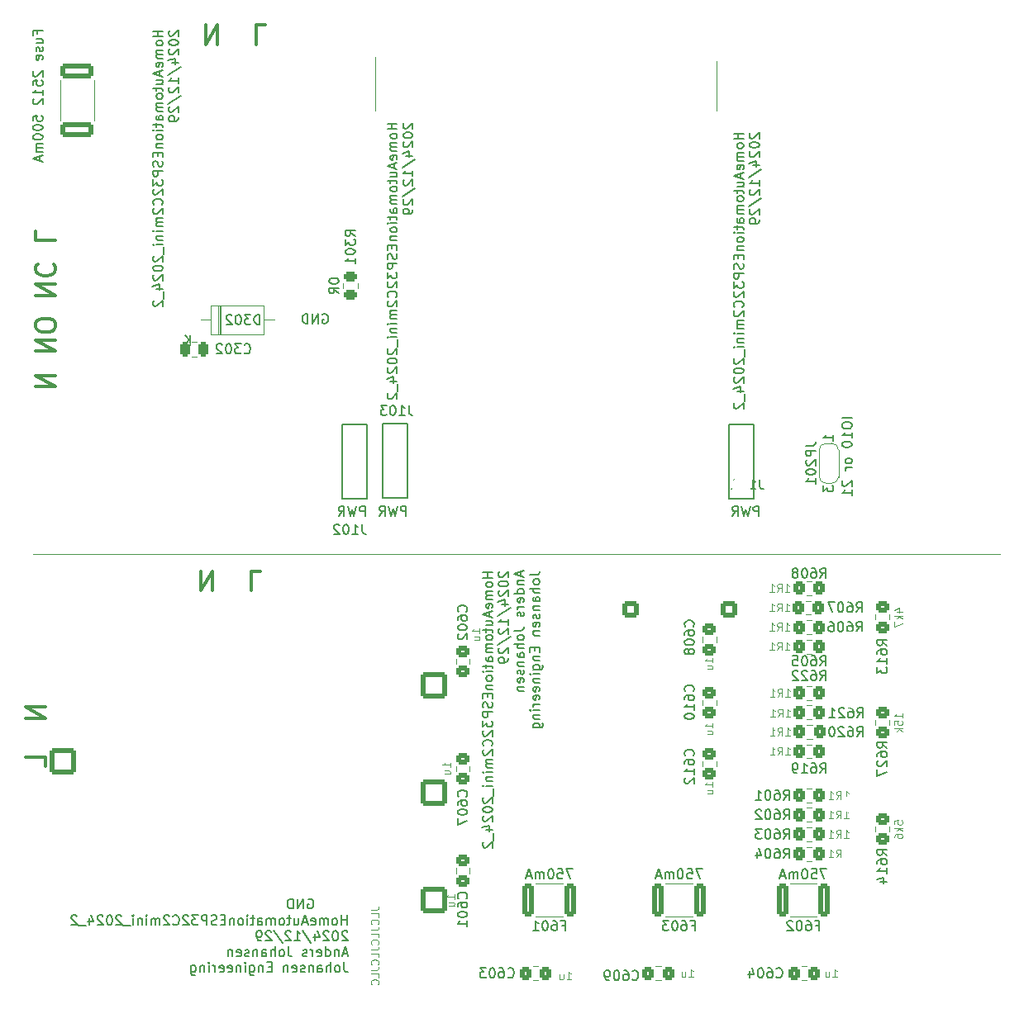
<source format=gbo>
G04 #@! TF.GenerationSoftware,KiCad,Pcbnew,8.0.6*
G04 #@! TF.CreationDate,2024-12-29T21:13:16+01:00*
G04 #@! TF.ProjectId,HomeAutomationESP32C2mini_2024_2,486f6d65-4175-4746-9f6d-6174696f6e45,rev?*
G04 #@! TF.SameCoordinates,Original*
G04 #@! TF.FileFunction,Legend,Bot*
G04 #@! TF.FilePolarity,Positive*
%FSLAX46Y46*%
G04 Gerber Fmt 4.6, Leading zero omitted, Abs format (unit mm)*
G04 Created by KiCad (PCBNEW 8.0.6) date 2024-12-29 21:13:16*
%MOMM*%
%LPD*%
G01*
G04 APERTURE LIST*
G04 Aperture macros list*
%AMRoundRect*
0 Rectangle with rounded corners*
0 $1 Rounding radius*
0 $2 $3 $4 $5 $6 $7 $8 $9 X,Y pos of 4 corners*
0 Add a 4 corners polygon primitive as box body*
4,1,4,$2,$3,$4,$5,$6,$7,$8,$9,$2,$3,0*
0 Add four circle primitives for the rounded corners*
1,1,$1+$1,$2,$3*
1,1,$1+$1,$4,$5*
1,1,$1+$1,$6,$7*
1,1,$1+$1,$8,$9*
0 Add four rect primitives between the rounded corners*
20,1,$1+$1,$2,$3,$4,$5,0*
20,1,$1+$1,$4,$5,$6,$7,0*
20,1,$1+$1,$6,$7,$8,$9,0*
20,1,$1+$1,$8,$9,$2,$3,0*%
%AMFreePoly0*
4,1,19,0.550000,-0.750000,0.000000,-0.750000,0.000000,-0.744911,-0.071157,-0.744911,-0.207708,-0.704816,-0.327430,-0.627875,-0.420627,-0.520320,-0.479746,-0.390866,-0.500000,-0.250000,-0.500000,0.250000,-0.479746,0.390866,-0.420627,0.520320,-0.327430,0.627875,-0.207708,0.704816,-0.071157,0.744911,0.000000,0.744911,0.000000,0.750000,0.550000,0.750000,0.550000,-0.750000,0.550000,-0.750000,
$1*%
%AMFreePoly1*
4,1,19,0.000000,0.744911,0.071157,0.744911,0.207708,0.704816,0.327430,0.627875,0.420627,0.520320,0.479746,0.390866,0.500000,0.250000,0.500000,-0.250000,0.479746,-0.390866,0.420627,-0.520320,0.327430,-0.627875,0.207708,-0.704816,0.071157,-0.744911,0.000000,-0.744911,0.000000,-0.750000,-0.550000,-0.750000,-0.550000,0.750000,0.000000,0.750000,0.000000,0.744911,0.000000,0.744911,
$1*%
G04 Aperture macros list end*
%ADD10C,0.100000*%
%ADD11C,0.200000*%
%ADD12C,0.150000*%
%ADD13C,0.300000*%
%ADD14C,0.120000*%
%ADD15RoundRect,0.250000X0.450000X-0.262500X0.450000X0.262500X-0.450000X0.262500X-0.450000X-0.262500X0*%
%ADD16C,2.200000*%
%ADD17RoundRect,0.250000X0.450000X-0.325000X0.450000X0.325000X-0.450000X0.325000X-0.450000X-0.325000X0*%
%ADD18RoundRect,0.250000X-0.450000X0.325000X-0.450000X-0.325000X0.450000X-0.325000X0.450000X0.325000X0*%
%ADD19RoundRect,0.250000X-0.600000X-0.600000X0.600000X-0.600000X0.600000X0.600000X-0.600000X0.600000X0*%
%ADD20C,1.700000*%
%ADD21R,2.200000X2.200000*%
%ADD22O,2.200000X2.200000*%
%ADD23C,3.000000*%
%ADD24C,2.500000*%
%ADD25R,1.800000X1.800000*%
%ADD26C,1.800000*%
%ADD27O,1.727200X2.032000*%
%ADD28R,1.905000X2.000000*%
%ADD29O,1.905000X2.000000*%
%ADD30R,2.000000X1.700000*%
%ADD31O,2.000000X1.700000*%
%ADD32RoundRect,0.250001X1.099999X-1.099999X1.099999X1.099999X-1.099999X1.099999X-1.099999X-1.099999X0*%
%ADD33C,2.700000*%
%ADD34C,1.600000*%
%ADD35O,1.600000X1.600000*%
%ADD36R,1.500000X1.500000*%
%ADD37C,1.500000*%
%ADD38R,2.600000X2.600000*%
%ADD39C,2.600000*%
%ADD40O,1.200000X2.000000*%
%ADD41R,1.700000X1.700000*%
%ADD42O,1.700000X1.700000*%
%ADD43R,2.000000X2.000000*%
%ADD44C,2.000000*%
%ADD45O,2.000000X1.200000*%
%ADD46O,2.032000X1.727200*%
%ADD47R,1.500000X1.050000*%
%ADD48O,1.500000X1.050000*%
%ADD49R,1.050000X1.500000*%
%ADD50O,1.050000X1.500000*%
%ADD51O,1.600000X2.000000*%
%ADD52RoundRect,0.249999X1.425001X-0.512501X1.425001X0.512501X-1.425001X0.512501X-1.425001X-0.512501X0*%
%ADD53RoundRect,0.250000X-0.325000X-0.450000X0.325000X-0.450000X0.325000X0.450000X-0.325000X0.450000X0*%
%ADD54FreePoly0,270.000000*%
%ADD55R,1.500000X1.000000*%
%ADD56FreePoly1,270.000000*%
%ADD57RoundRect,0.250000X-0.312500X-1.450000X0.312500X-1.450000X0.312500X1.450000X-0.312500X1.450000X0*%
%ADD58RoundRect,0.250000X-0.250000X-0.475000X0.250000X-0.475000X0.250000X0.475000X-0.250000X0.475000X0*%
%ADD59RoundRect,0.250000X0.325000X0.450000X-0.325000X0.450000X-0.325000X-0.450000X0.325000X-0.450000X0*%
G04 APERTURE END LIST*
D10*
X120500000Y-60000000D02*
X120500000Y-55000000D01*
X50500000Y-105500000D02*
X149500000Y-105500000D01*
X85500000Y-60000000D02*
X85500000Y-54500000D01*
X85096895Y-141984836D02*
X85668323Y-141984836D01*
X85668323Y-141984836D02*
X85782609Y-141946741D01*
X85782609Y-141946741D02*
X85858800Y-141870550D01*
X85858800Y-141870550D02*
X85896895Y-141756265D01*
X85896895Y-141756265D02*
X85896895Y-141680074D01*
X85896895Y-142746741D02*
X85896895Y-142365789D01*
X85896895Y-142365789D02*
X85096895Y-142365789D01*
X85820704Y-143470551D02*
X85858800Y-143432455D01*
X85858800Y-143432455D02*
X85896895Y-143318170D01*
X85896895Y-143318170D02*
X85896895Y-143241979D01*
X85896895Y-143241979D02*
X85858800Y-143127693D01*
X85858800Y-143127693D02*
X85782609Y-143051503D01*
X85782609Y-143051503D02*
X85706419Y-143013408D01*
X85706419Y-143013408D02*
X85554038Y-142975312D01*
X85554038Y-142975312D02*
X85439752Y-142975312D01*
X85439752Y-142975312D02*
X85287371Y-143013408D01*
X85287371Y-143013408D02*
X85211180Y-143051503D01*
X85211180Y-143051503D02*
X85134990Y-143127693D01*
X85134990Y-143127693D02*
X85096895Y-143241979D01*
X85096895Y-143241979D02*
X85096895Y-143318170D01*
X85096895Y-143318170D02*
X85134990Y-143432455D01*
X85134990Y-143432455D02*
X85173085Y-143470551D01*
X85096895Y-144041979D02*
X85668323Y-144041979D01*
X85668323Y-144041979D02*
X85782609Y-144003884D01*
X85782609Y-144003884D02*
X85858800Y-143927693D01*
X85858800Y-143927693D02*
X85896895Y-143813408D01*
X85896895Y-143813408D02*
X85896895Y-143737217D01*
X85896895Y-144803884D02*
X85896895Y-144422932D01*
X85896895Y-144422932D02*
X85096895Y-144422932D01*
X85820704Y-145527694D02*
X85858800Y-145489598D01*
X85858800Y-145489598D02*
X85896895Y-145375313D01*
X85896895Y-145375313D02*
X85896895Y-145299122D01*
X85896895Y-145299122D02*
X85858800Y-145184836D01*
X85858800Y-145184836D02*
X85782609Y-145108646D01*
X85782609Y-145108646D02*
X85706419Y-145070551D01*
X85706419Y-145070551D02*
X85554038Y-145032455D01*
X85554038Y-145032455D02*
X85439752Y-145032455D01*
X85439752Y-145032455D02*
X85287371Y-145070551D01*
X85287371Y-145070551D02*
X85211180Y-145108646D01*
X85211180Y-145108646D02*
X85134990Y-145184836D01*
X85134990Y-145184836D02*
X85096895Y-145299122D01*
X85096895Y-145299122D02*
X85096895Y-145375313D01*
X85096895Y-145375313D02*
X85134990Y-145489598D01*
X85134990Y-145489598D02*
X85173085Y-145527694D01*
X85096895Y-146099122D02*
X85668323Y-146099122D01*
X85668323Y-146099122D02*
X85782609Y-146061027D01*
X85782609Y-146061027D02*
X85858800Y-145984836D01*
X85858800Y-145984836D02*
X85896895Y-145870551D01*
X85896895Y-145870551D02*
X85896895Y-145794360D01*
X85896895Y-146861027D02*
X85896895Y-146480075D01*
X85896895Y-146480075D02*
X85096895Y-146480075D01*
X85820704Y-147584837D02*
X85858800Y-147546741D01*
X85858800Y-147546741D02*
X85896895Y-147432456D01*
X85896895Y-147432456D02*
X85896895Y-147356265D01*
X85896895Y-147356265D02*
X85858800Y-147241979D01*
X85858800Y-147241979D02*
X85782609Y-147165789D01*
X85782609Y-147165789D02*
X85706419Y-147127694D01*
X85706419Y-147127694D02*
X85554038Y-147089598D01*
X85554038Y-147089598D02*
X85439752Y-147089598D01*
X85439752Y-147089598D02*
X85287371Y-147127694D01*
X85287371Y-147127694D02*
X85211180Y-147165789D01*
X85211180Y-147165789D02*
X85134990Y-147241979D01*
X85134990Y-147241979D02*
X85096895Y-147356265D01*
X85096895Y-147356265D02*
X85096895Y-147432456D01*
X85096895Y-147432456D02*
X85134990Y-147546741D01*
X85134990Y-147546741D02*
X85173085Y-147584837D01*
X85096895Y-148156265D02*
X85668323Y-148156265D01*
X85668323Y-148156265D02*
X85782609Y-148118170D01*
X85782609Y-148118170D02*
X85858800Y-148041979D01*
X85858800Y-148041979D02*
X85896895Y-147927694D01*
X85896895Y-147927694D02*
X85896895Y-147851503D01*
X85896895Y-148918170D02*
X85896895Y-148537218D01*
X85896895Y-148537218D02*
X85096895Y-148537218D01*
X85820704Y-149641980D02*
X85858800Y-149603884D01*
X85858800Y-149603884D02*
X85896895Y-149489599D01*
X85896895Y-149489599D02*
X85896895Y-149413408D01*
X85896895Y-149413408D02*
X85858800Y-149299122D01*
X85858800Y-149299122D02*
X85782609Y-149222932D01*
X85782609Y-149222932D02*
X85706419Y-149184837D01*
X85706419Y-149184837D02*
X85554038Y-149146741D01*
X85554038Y-149146741D02*
X85439752Y-149146741D01*
X85439752Y-149146741D02*
X85287371Y-149184837D01*
X85287371Y-149184837D02*
X85211180Y-149222932D01*
X85211180Y-149222932D02*
X85134990Y-149299122D01*
X85134990Y-149299122D02*
X85096895Y-149413408D01*
X85096895Y-149413408D02*
X85096895Y-149489599D01*
X85096895Y-149489599D02*
X85134990Y-149603884D01*
X85134990Y-149603884D02*
X85173085Y-149641980D01*
D11*
X63757275Y-51869673D02*
X62757275Y-51869673D01*
X63233465Y-51869673D02*
X63233465Y-52441101D01*
X63757275Y-52441101D02*
X62757275Y-52441101D01*
X63757275Y-53060149D02*
X63709656Y-52964911D01*
X63709656Y-52964911D02*
X63662036Y-52917292D01*
X63662036Y-52917292D02*
X63566798Y-52869673D01*
X63566798Y-52869673D02*
X63281084Y-52869673D01*
X63281084Y-52869673D02*
X63185846Y-52917292D01*
X63185846Y-52917292D02*
X63138227Y-52964911D01*
X63138227Y-52964911D02*
X63090608Y-53060149D01*
X63090608Y-53060149D02*
X63090608Y-53203006D01*
X63090608Y-53203006D02*
X63138227Y-53298244D01*
X63138227Y-53298244D02*
X63185846Y-53345863D01*
X63185846Y-53345863D02*
X63281084Y-53393482D01*
X63281084Y-53393482D02*
X63566798Y-53393482D01*
X63566798Y-53393482D02*
X63662036Y-53345863D01*
X63662036Y-53345863D02*
X63709656Y-53298244D01*
X63709656Y-53298244D02*
X63757275Y-53203006D01*
X63757275Y-53203006D02*
X63757275Y-53060149D01*
X63757275Y-53822054D02*
X63090608Y-53822054D01*
X63185846Y-53822054D02*
X63138227Y-53869673D01*
X63138227Y-53869673D02*
X63090608Y-53964911D01*
X63090608Y-53964911D02*
X63090608Y-54107768D01*
X63090608Y-54107768D02*
X63138227Y-54203006D01*
X63138227Y-54203006D02*
X63233465Y-54250625D01*
X63233465Y-54250625D02*
X63757275Y-54250625D01*
X63233465Y-54250625D02*
X63138227Y-54298244D01*
X63138227Y-54298244D02*
X63090608Y-54393482D01*
X63090608Y-54393482D02*
X63090608Y-54536339D01*
X63090608Y-54536339D02*
X63138227Y-54631578D01*
X63138227Y-54631578D02*
X63233465Y-54679197D01*
X63233465Y-54679197D02*
X63757275Y-54679197D01*
X63709656Y-55536339D02*
X63757275Y-55441101D01*
X63757275Y-55441101D02*
X63757275Y-55250625D01*
X63757275Y-55250625D02*
X63709656Y-55155387D01*
X63709656Y-55155387D02*
X63614417Y-55107768D01*
X63614417Y-55107768D02*
X63233465Y-55107768D01*
X63233465Y-55107768D02*
X63138227Y-55155387D01*
X63138227Y-55155387D02*
X63090608Y-55250625D01*
X63090608Y-55250625D02*
X63090608Y-55441101D01*
X63090608Y-55441101D02*
X63138227Y-55536339D01*
X63138227Y-55536339D02*
X63233465Y-55583958D01*
X63233465Y-55583958D02*
X63328703Y-55583958D01*
X63328703Y-55583958D02*
X63423941Y-55107768D01*
X63471560Y-55964911D02*
X63471560Y-56441101D01*
X63757275Y-55869673D02*
X62757275Y-56203006D01*
X62757275Y-56203006D02*
X63757275Y-56536339D01*
X63090608Y-57298244D02*
X63757275Y-57298244D01*
X63090608Y-56869673D02*
X63614417Y-56869673D01*
X63614417Y-56869673D02*
X63709656Y-56917292D01*
X63709656Y-56917292D02*
X63757275Y-57012530D01*
X63757275Y-57012530D02*
X63757275Y-57155387D01*
X63757275Y-57155387D02*
X63709656Y-57250625D01*
X63709656Y-57250625D02*
X63662036Y-57298244D01*
X63090608Y-57631578D02*
X63090608Y-58012530D01*
X62757275Y-57774435D02*
X63614417Y-57774435D01*
X63614417Y-57774435D02*
X63709656Y-57822054D01*
X63709656Y-57822054D02*
X63757275Y-57917292D01*
X63757275Y-57917292D02*
X63757275Y-58012530D01*
X63757275Y-58488721D02*
X63709656Y-58393483D01*
X63709656Y-58393483D02*
X63662036Y-58345864D01*
X63662036Y-58345864D02*
X63566798Y-58298245D01*
X63566798Y-58298245D02*
X63281084Y-58298245D01*
X63281084Y-58298245D02*
X63185846Y-58345864D01*
X63185846Y-58345864D02*
X63138227Y-58393483D01*
X63138227Y-58393483D02*
X63090608Y-58488721D01*
X63090608Y-58488721D02*
X63090608Y-58631578D01*
X63090608Y-58631578D02*
X63138227Y-58726816D01*
X63138227Y-58726816D02*
X63185846Y-58774435D01*
X63185846Y-58774435D02*
X63281084Y-58822054D01*
X63281084Y-58822054D02*
X63566798Y-58822054D01*
X63566798Y-58822054D02*
X63662036Y-58774435D01*
X63662036Y-58774435D02*
X63709656Y-58726816D01*
X63709656Y-58726816D02*
X63757275Y-58631578D01*
X63757275Y-58631578D02*
X63757275Y-58488721D01*
X63757275Y-59250626D02*
X63090608Y-59250626D01*
X63185846Y-59250626D02*
X63138227Y-59298245D01*
X63138227Y-59298245D02*
X63090608Y-59393483D01*
X63090608Y-59393483D02*
X63090608Y-59536340D01*
X63090608Y-59536340D02*
X63138227Y-59631578D01*
X63138227Y-59631578D02*
X63233465Y-59679197D01*
X63233465Y-59679197D02*
X63757275Y-59679197D01*
X63233465Y-59679197D02*
X63138227Y-59726816D01*
X63138227Y-59726816D02*
X63090608Y-59822054D01*
X63090608Y-59822054D02*
X63090608Y-59964911D01*
X63090608Y-59964911D02*
X63138227Y-60060150D01*
X63138227Y-60060150D02*
X63233465Y-60107769D01*
X63233465Y-60107769D02*
X63757275Y-60107769D01*
X63757275Y-61012530D02*
X63233465Y-61012530D01*
X63233465Y-61012530D02*
X63138227Y-60964911D01*
X63138227Y-60964911D02*
X63090608Y-60869673D01*
X63090608Y-60869673D02*
X63090608Y-60679197D01*
X63090608Y-60679197D02*
X63138227Y-60583959D01*
X63709656Y-61012530D02*
X63757275Y-60917292D01*
X63757275Y-60917292D02*
X63757275Y-60679197D01*
X63757275Y-60679197D02*
X63709656Y-60583959D01*
X63709656Y-60583959D02*
X63614417Y-60536340D01*
X63614417Y-60536340D02*
X63519179Y-60536340D01*
X63519179Y-60536340D02*
X63423941Y-60583959D01*
X63423941Y-60583959D02*
X63376322Y-60679197D01*
X63376322Y-60679197D02*
X63376322Y-60917292D01*
X63376322Y-60917292D02*
X63328703Y-61012530D01*
X63090608Y-61345864D02*
X63090608Y-61726816D01*
X62757275Y-61488721D02*
X63614417Y-61488721D01*
X63614417Y-61488721D02*
X63709656Y-61536340D01*
X63709656Y-61536340D02*
X63757275Y-61631578D01*
X63757275Y-61631578D02*
X63757275Y-61726816D01*
X63757275Y-62060150D02*
X63090608Y-62060150D01*
X62757275Y-62060150D02*
X62804894Y-62012531D01*
X62804894Y-62012531D02*
X62852513Y-62060150D01*
X62852513Y-62060150D02*
X62804894Y-62107769D01*
X62804894Y-62107769D02*
X62757275Y-62060150D01*
X62757275Y-62060150D02*
X62852513Y-62060150D01*
X63757275Y-62679197D02*
X63709656Y-62583959D01*
X63709656Y-62583959D02*
X63662036Y-62536340D01*
X63662036Y-62536340D02*
X63566798Y-62488721D01*
X63566798Y-62488721D02*
X63281084Y-62488721D01*
X63281084Y-62488721D02*
X63185846Y-62536340D01*
X63185846Y-62536340D02*
X63138227Y-62583959D01*
X63138227Y-62583959D02*
X63090608Y-62679197D01*
X63090608Y-62679197D02*
X63090608Y-62822054D01*
X63090608Y-62822054D02*
X63138227Y-62917292D01*
X63138227Y-62917292D02*
X63185846Y-62964911D01*
X63185846Y-62964911D02*
X63281084Y-63012530D01*
X63281084Y-63012530D02*
X63566798Y-63012530D01*
X63566798Y-63012530D02*
X63662036Y-62964911D01*
X63662036Y-62964911D02*
X63709656Y-62917292D01*
X63709656Y-62917292D02*
X63757275Y-62822054D01*
X63757275Y-62822054D02*
X63757275Y-62679197D01*
X63090608Y-63441102D02*
X63757275Y-63441102D01*
X63185846Y-63441102D02*
X63138227Y-63488721D01*
X63138227Y-63488721D02*
X63090608Y-63583959D01*
X63090608Y-63583959D02*
X63090608Y-63726816D01*
X63090608Y-63726816D02*
X63138227Y-63822054D01*
X63138227Y-63822054D02*
X63233465Y-63869673D01*
X63233465Y-63869673D02*
X63757275Y-63869673D01*
X63233465Y-64345864D02*
X63233465Y-64679197D01*
X63757275Y-64822054D02*
X63757275Y-64345864D01*
X63757275Y-64345864D02*
X62757275Y-64345864D01*
X62757275Y-64345864D02*
X62757275Y-64822054D01*
X63709656Y-65203007D02*
X63757275Y-65345864D01*
X63757275Y-65345864D02*
X63757275Y-65583959D01*
X63757275Y-65583959D02*
X63709656Y-65679197D01*
X63709656Y-65679197D02*
X63662036Y-65726816D01*
X63662036Y-65726816D02*
X63566798Y-65774435D01*
X63566798Y-65774435D02*
X63471560Y-65774435D01*
X63471560Y-65774435D02*
X63376322Y-65726816D01*
X63376322Y-65726816D02*
X63328703Y-65679197D01*
X63328703Y-65679197D02*
X63281084Y-65583959D01*
X63281084Y-65583959D02*
X63233465Y-65393483D01*
X63233465Y-65393483D02*
X63185846Y-65298245D01*
X63185846Y-65298245D02*
X63138227Y-65250626D01*
X63138227Y-65250626D02*
X63042989Y-65203007D01*
X63042989Y-65203007D02*
X62947751Y-65203007D01*
X62947751Y-65203007D02*
X62852513Y-65250626D01*
X62852513Y-65250626D02*
X62804894Y-65298245D01*
X62804894Y-65298245D02*
X62757275Y-65393483D01*
X62757275Y-65393483D02*
X62757275Y-65631578D01*
X62757275Y-65631578D02*
X62804894Y-65774435D01*
X63757275Y-66203007D02*
X62757275Y-66203007D01*
X62757275Y-66203007D02*
X62757275Y-66583959D01*
X62757275Y-66583959D02*
X62804894Y-66679197D01*
X62804894Y-66679197D02*
X62852513Y-66726816D01*
X62852513Y-66726816D02*
X62947751Y-66774435D01*
X62947751Y-66774435D02*
X63090608Y-66774435D01*
X63090608Y-66774435D02*
X63185846Y-66726816D01*
X63185846Y-66726816D02*
X63233465Y-66679197D01*
X63233465Y-66679197D02*
X63281084Y-66583959D01*
X63281084Y-66583959D02*
X63281084Y-66203007D01*
X62757275Y-67107769D02*
X62757275Y-67726816D01*
X62757275Y-67726816D02*
X63138227Y-67393483D01*
X63138227Y-67393483D02*
X63138227Y-67536340D01*
X63138227Y-67536340D02*
X63185846Y-67631578D01*
X63185846Y-67631578D02*
X63233465Y-67679197D01*
X63233465Y-67679197D02*
X63328703Y-67726816D01*
X63328703Y-67726816D02*
X63566798Y-67726816D01*
X63566798Y-67726816D02*
X63662036Y-67679197D01*
X63662036Y-67679197D02*
X63709656Y-67631578D01*
X63709656Y-67631578D02*
X63757275Y-67536340D01*
X63757275Y-67536340D02*
X63757275Y-67250626D01*
X63757275Y-67250626D02*
X63709656Y-67155388D01*
X63709656Y-67155388D02*
X63662036Y-67107769D01*
X62852513Y-68107769D02*
X62804894Y-68155388D01*
X62804894Y-68155388D02*
X62757275Y-68250626D01*
X62757275Y-68250626D02*
X62757275Y-68488721D01*
X62757275Y-68488721D02*
X62804894Y-68583959D01*
X62804894Y-68583959D02*
X62852513Y-68631578D01*
X62852513Y-68631578D02*
X62947751Y-68679197D01*
X62947751Y-68679197D02*
X63042989Y-68679197D01*
X63042989Y-68679197D02*
X63185846Y-68631578D01*
X63185846Y-68631578D02*
X63757275Y-68060150D01*
X63757275Y-68060150D02*
X63757275Y-68679197D01*
X63662036Y-69679197D02*
X63709656Y-69631578D01*
X63709656Y-69631578D02*
X63757275Y-69488721D01*
X63757275Y-69488721D02*
X63757275Y-69393483D01*
X63757275Y-69393483D02*
X63709656Y-69250626D01*
X63709656Y-69250626D02*
X63614417Y-69155388D01*
X63614417Y-69155388D02*
X63519179Y-69107769D01*
X63519179Y-69107769D02*
X63328703Y-69060150D01*
X63328703Y-69060150D02*
X63185846Y-69060150D01*
X63185846Y-69060150D02*
X62995370Y-69107769D01*
X62995370Y-69107769D02*
X62900132Y-69155388D01*
X62900132Y-69155388D02*
X62804894Y-69250626D01*
X62804894Y-69250626D02*
X62757275Y-69393483D01*
X62757275Y-69393483D02*
X62757275Y-69488721D01*
X62757275Y-69488721D02*
X62804894Y-69631578D01*
X62804894Y-69631578D02*
X62852513Y-69679197D01*
X62852513Y-70060150D02*
X62804894Y-70107769D01*
X62804894Y-70107769D02*
X62757275Y-70203007D01*
X62757275Y-70203007D02*
X62757275Y-70441102D01*
X62757275Y-70441102D02*
X62804894Y-70536340D01*
X62804894Y-70536340D02*
X62852513Y-70583959D01*
X62852513Y-70583959D02*
X62947751Y-70631578D01*
X62947751Y-70631578D02*
X63042989Y-70631578D01*
X63042989Y-70631578D02*
X63185846Y-70583959D01*
X63185846Y-70583959D02*
X63757275Y-70012531D01*
X63757275Y-70012531D02*
X63757275Y-70631578D01*
X63757275Y-71060150D02*
X63090608Y-71060150D01*
X63185846Y-71060150D02*
X63138227Y-71107769D01*
X63138227Y-71107769D02*
X63090608Y-71203007D01*
X63090608Y-71203007D02*
X63090608Y-71345864D01*
X63090608Y-71345864D02*
X63138227Y-71441102D01*
X63138227Y-71441102D02*
X63233465Y-71488721D01*
X63233465Y-71488721D02*
X63757275Y-71488721D01*
X63233465Y-71488721D02*
X63138227Y-71536340D01*
X63138227Y-71536340D02*
X63090608Y-71631578D01*
X63090608Y-71631578D02*
X63090608Y-71774435D01*
X63090608Y-71774435D02*
X63138227Y-71869674D01*
X63138227Y-71869674D02*
X63233465Y-71917293D01*
X63233465Y-71917293D02*
X63757275Y-71917293D01*
X63757275Y-72393483D02*
X63090608Y-72393483D01*
X62757275Y-72393483D02*
X62804894Y-72345864D01*
X62804894Y-72345864D02*
X62852513Y-72393483D01*
X62852513Y-72393483D02*
X62804894Y-72441102D01*
X62804894Y-72441102D02*
X62757275Y-72393483D01*
X62757275Y-72393483D02*
X62852513Y-72393483D01*
X63090608Y-72869673D02*
X63757275Y-72869673D01*
X63185846Y-72869673D02*
X63138227Y-72917292D01*
X63138227Y-72917292D02*
X63090608Y-73012530D01*
X63090608Y-73012530D02*
X63090608Y-73155387D01*
X63090608Y-73155387D02*
X63138227Y-73250625D01*
X63138227Y-73250625D02*
X63233465Y-73298244D01*
X63233465Y-73298244D02*
X63757275Y-73298244D01*
X63757275Y-73774435D02*
X63090608Y-73774435D01*
X62757275Y-73774435D02*
X62804894Y-73726816D01*
X62804894Y-73726816D02*
X62852513Y-73774435D01*
X62852513Y-73774435D02*
X62804894Y-73822054D01*
X62804894Y-73822054D02*
X62757275Y-73774435D01*
X62757275Y-73774435D02*
X62852513Y-73774435D01*
X63852513Y-74012530D02*
X63852513Y-74774434D01*
X62852513Y-74964911D02*
X62804894Y-75012530D01*
X62804894Y-75012530D02*
X62757275Y-75107768D01*
X62757275Y-75107768D02*
X62757275Y-75345863D01*
X62757275Y-75345863D02*
X62804894Y-75441101D01*
X62804894Y-75441101D02*
X62852513Y-75488720D01*
X62852513Y-75488720D02*
X62947751Y-75536339D01*
X62947751Y-75536339D02*
X63042989Y-75536339D01*
X63042989Y-75536339D02*
X63185846Y-75488720D01*
X63185846Y-75488720D02*
X63757275Y-74917292D01*
X63757275Y-74917292D02*
X63757275Y-75536339D01*
X62757275Y-76155387D02*
X62757275Y-76250625D01*
X62757275Y-76250625D02*
X62804894Y-76345863D01*
X62804894Y-76345863D02*
X62852513Y-76393482D01*
X62852513Y-76393482D02*
X62947751Y-76441101D01*
X62947751Y-76441101D02*
X63138227Y-76488720D01*
X63138227Y-76488720D02*
X63376322Y-76488720D01*
X63376322Y-76488720D02*
X63566798Y-76441101D01*
X63566798Y-76441101D02*
X63662036Y-76393482D01*
X63662036Y-76393482D02*
X63709656Y-76345863D01*
X63709656Y-76345863D02*
X63757275Y-76250625D01*
X63757275Y-76250625D02*
X63757275Y-76155387D01*
X63757275Y-76155387D02*
X63709656Y-76060149D01*
X63709656Y-76060149D02*
X63662036Y-76012530D01*
X63662036Y-76012530D02*
X63566798Y-75964911D01*
X63566798Y-75964911D02*
X63376322Y-75917292D01*
X63376322Y-75917292D02*
X63138227Y-75917292D01*
X63138227Y-75917292D02*
X62947751Y-75964911D01*
X62947751Y-75964911D02*
X62852513Y-76012530D01*
X62852513Y-76012530D02*
X62804894Y-76060149D01*
X62804894Y-76060149D02*
X62757275Y-76155387D01*
X62852513Y-76869673D02*
X62804894Y-76917292D01*
X62804894Y-76917292D02*
X62757275Y-77012530D01*
X62757275Y-77012530D02*
X62757275Y-77250625D01*
X62757275Y-77250625D02*
X62804894Y-77345863D01*
X62804894Y-77345863D02*
X62852513Y-77393482D01*
X62852513Y-77393482D02*
X62947751Y-77441101D01*
X62947751Y-77441101D02*
X63042989Y-77441101D01*
X63042989Y-77441101D02*
X63185846Y-77393482D01*
X63185846Y-77393482D02*
X63757275Y-76822054D01*
X63757275Y-76822054D02*
X63757275Y-77441101D01*
X63090608Y-78298244D02*
X63757275Y-78298244D01*
X62709656Y-78060149D02*
X63423941Y-77822054D01*
X63423941Y-77822054D02*
X63423941Y-78441101D01*
X63852513Y-78583959D02*
X63852513Y-79345863D01*
X62852513Y-79536340D02*
X62804894Y-79583959D01*
X62804894Y-79583959D02*
X62757275Y-79679197D01*
X62757275Y-79679197D02*
X62757275Y-79917292D01*
X62757275Y-79917292D02*
X62804894Y-80012530D01*
X62804894Y-80012530D02*
X62852513Y-80060149D01*
X62852513Y-80060149D02*
X62947751Y-80107768D01*
X62947751Y-80107768D02*
X63042989Y-80107768D01*
X63042989Y-80107768D02*
X63185846Y-80060149D01*
X63185846Y-80060149D02*
X63757275Y-79488721D01*
X63757275Y-79488721D02*
X63757275Y-80107768D01*
X64462457Y-51822054D02*
X64414838Y-51869673D01*
X64414838Y-51869673D02*
X64367219Y-51964911D01*
X64367219Y-51964911D02*
X64367219Y-52203006D01*
X64367219Y-52203006D02*
X64414838Y-52298244D01*
X64414838Y-52298244D02*
X64462457Y-52345863D01*
X64462457Y-52345863D02*
X64557695Y-52393482D01*
X64557695Y-52393482D02*
X64652933Y-52393482D01*
X64652933Y-52393482D02*
X64795790Y-52345863D01*
X64795790Y-52345863D02*
X65367219Y-51774435D01*
X65367219Y-51774435D02*
X65367219Y-52393482D01*
X64367219Y-53012530D02*
X64367219Y-53107768D01*
X64367219Y-53107768D02*
X64414838Y-53203006D01*
X64414838Y-53203006D02*
X64462457Y-53250625D01*
X64462457Y-53250625D02*
X64557695Y-53298244D01*
X64557695Y-53298244D02*
X64748171Y-53345863D01*
X64748171Y-53345863D02*
X64986266Y-53345863D01*
X64986266Y-53345863D02*
X65176742Y-53298244D01*
X65176742Y-53298244D02*
X65271980Y-53250625D01*
X65271980Y-53250625D02*
X65319600Y-53203006D01*
X65319600Y-53203006D02*
X65367219Y-53107768D01*
X65367219Y-53107768D02*
X65367219Y-53012530D01*
X65367219Y-53012530D02*
X65319600Y-52917292D01*
X65319600Y-52917292D02*
X65271980Y-52869673D01*
X65271980Y-52869673D02*
X65176742Y-52822054D01*
X65176742Y-52822054D02*
X64986266Y-52774435D01*
X64986266Y-52774435D02*
X64748171Y-52774435D01*
X64748171Y-52774435D02*
X64557695Y-52822054D01*
X64557695Y-52822054D02*
X64462457Y-52869673D01*
X64462457Y-52869673D02*
X64414838Y-52917292D01*
X64414838Y-52917292D02*
X64367219Y-53012530D01*
X64462457Y-53726816D02*
X64414838Y-53774435D01*
X64414838Y-53774435D02*
X64367219Y-53869673D01*
X64367219Y-53869673D02*
X64367219Y-54107768D01*
X64367219Y-54107768D02*
X64414838Y-54203006D01*
X64414838Y-54203006D02*
X64462457Y-54250625D01*
X64462457Y-54250625D02*
X64557695Y-54298244D01*
X64557695Y-54298244D02*
X64652933Y-54298244D01*
X64652933Y-54298244D02*
X64795790Y-54250625D01*
X64795790Y-54250625D02*
X65367219Y-53679197D01*
X65367219Y-53679197D02*
X65367219Y-54298244D01*
X64700552Y-55155387D02*
X65367219Y-55155387D01*
X64319600Y-54917292D02*
X65033885Y-54679197D01*
X65033885Y-54679197D02*
X65033885Y-55298244D01*
X64319600Y-56393482D02*
X65605314Y-55536340D01*
X65367219Y-57250625D02*
X65367219Y-56679197D01*
X65367219Y-56964911D02*
X64367219Y-56964911D01*
X64367219Y-56964911D02*
X64510076Y-56869673D01*
X64510076Y-56869673D02*
X64605314Y-56774435D01*
X64605314Y-56774435D02*
X64652933Y-56679197D01*
X64462457Y-57631578D02*
X64414838Y-57679197D01*
X64414838Y-57679197D02*
X64367219Y-57774435D01*
X64367219Y-57774435D02*
X64367219Y-58012530D01*
X64367219Y-58012530D02*
X64414838Y-58107768D01*
X64414838Y-58107768D02*
X64462457Y-58155387D01*
X64462457Y-58155387D02*
X64557695Y-58203006D01*
X64557695Y-58203006D02*
X64652933Y-58203006D01*
X64652933Y-58203006D02*
X64795790Y-58155387D01*
X64795790Y-58155387D02*
X65367219Y-57583959D01*
X65367219Y-57583959D02*
X65367219Y-58203006D01*
X64319600Y-59345863D02*
X65605314Y-58488721D01*
X64462457Y-59631578D02*
X64414838Y-59679197D01*
X64414838Y-59679197D02*
X64367219Y-59774435D01*
X64367219Y-59774435D02*
X64367219Y-60012530D01*
X64367219Y-60012530D02*
X64414838Y-60107768D01*
X64414838Y-60107768D02*
X64462457Y-60155387D01*
X64462457Y-60155387D02*
X64557695Y-60203006D01*
X64557695Y-60203006D02*
X64652933Y-60203006D01*
X64652933Y-60203006D02*
X64795790Y-60155387D01*
X64795790Y-60155387D02*
X65367219Y-59583959D01*
X65367219Y-59583959D02*
X65367219Y-60203006D01*
X65367219Y-60679197D02*
X65367219Y-60869673D01*
X65367219Y-60869673D02*
X65319600Y-60964911D01*
X65319600Y-60964911D02*
X65271980Y-61012530D01*
X65271980Y-61012530D02*
X65129123Y-61107768D01*
X65129123Y-61107768D02*
X64938647Y-61155387D01*
X64938647Y-61155387D02*
X64557695Y-61155387D01*
X64557695Y-61155387D02*
X64462457Y-61107768D01*
X64462457Y-61107768D02*
X64414838Y-61060149D01*
X64414838Y-61060149D02*
X64367219Y-60964911D01*
X64367219Y-60964911D02*
X64367219Y-60774435D01*
X64367219Y-60774435D02*
X64414838Y-60679197D01*
X64414838Y-60679197D02*
X64462457Y-60631578D01*
X64462457Y-60631578D02*
X64557695Y-60583959D01*
X64557695Y-60583959D02*
X64795790Y-60583959D01*
X64795790Y-60583959D02*
X64891028Y-60631578D01*
X64891028Y-60631578D02*
X64938647Y-60679197D01*
X64938647Y-60679197D02*
X64986266Y-60774435D01*
X64986266Y-60774435D02*
X64986266Y-60964911D01*
X64986266Y-60964911D02*
X64938647Y-61060149D01*
X64938647Y-61060149D02*
X64891028Y-61107768D01*
X64891028Y-61107768D02*
X64795790Y-61155387D01*
X87757275Y-61369673D02*
X86757275Y-61369673D01*
X87233465Y-61369673D02*
X87233465Y-61941101D01*
X87757275Y-61941101D02*
X86757275Y-61941101D01*
X87757275Y-62560149D02*
X87709656Y-62464911D01*
X87709656Y-62464911D02*
X87662036Y-62417292D01*
X87662036Y-62417292D02*
X87566798Y-62369673D01*
X87566798Y-62369673D02*
X87281084Y-62369673D01*
X87281084Y-62369673D02*
X87185846Y-62417292D01*
X87185846Y-62417292D02*
X87138227Y-62464911D01*
X87138227Y-62464911D02*
X87090608Y-62560149D01*
X87090608Y-62560149D02*
X87090608Y-62703006D01*
X87090608Y-62703006D02*
X87138227Y-62798244D01*
X87138227Y-62798244D02*
X87185846Y-62845863D01*
X87185846Y-62845863D02*
X87281084Y-62893482D01*
X87281084Y-62893482D02*
X87566798Y-62893482D01*
X87566798Y-62893482D02*
X87662036Y-62845863D01*
X87662036Y-62845863D02*
X87709656Y-62798244D01*
X87709656Y-62798244D02*
X87757275Y-62703006D01*
X87757275Y-62703006D02*
X87757275Y-62560149D01*
X87757275Y-63322054D02*
X87090608Y-63322054D01*
X87185846Y-63322054D02*
X87138227Y-63369673D01*
X87138227Y-63369673D02*
X87090608Y-63464911D01*
X87090608Y-63464911D02*
X87090608Y-63607768D01*
X87090608Y-63607768D02*
X87138227Y-63703006D01*
X87138227Y-63703006D02*
X87233465Y-63750625D01*
X87233465Y-63750625D02*
X87757275Y-63750625D01*
X87233465Y-63750625D02*
X87138227Y-63798244D01*
X87138227Y-63798244D02*
X87090608Y-63893482D01*
X87090608Y-63893482D02*
X87090608Y-64036339D01*
X87090608Y-64036339D02*
X87138227Y-64131578D01*
X87138227Y-64131578D02*
X87233465Y-64179197D01*
X87233465Y-64179197D02*
X87757275Y-64179197D01*
X87709656Y-65036339D02*
X87757275Y-64941101D01*
X87757275Y-64941101D02*
X87757275Y-64750625D01*
X87757275Y-64750625D02*
X87709656Y-64655387D01*
X87709656Y-64655387D02*
X87614417Y-64607768D01*
X87614417Y-64607768D02*
X87233465Y-64607768D01*
X87233465Y-64607768D02*
X87138227Y-64655387D01*
X87138227Y-64655387D02*
X87090608Y-64750625D01*
X87090608Y-64750625D02*
X87090608Y-64941101D01*
X87090608Y-64941101D02*
X87138227Y-65036339D01*
X87138227Y-65036339D02*
X87233465Y-65083958D01*
X87233465Y-65083958D02*
X87328703Y-65083958D01*
X87328703Y-65083958D02*
X87423941Y-64607768D01*
X87471560Y-65464911D02*
X87471560Y-65941101D01*
X87757275Y-65369673D02*
X86757275Y-65703006D01*
X86757275Y-65703006D02*
X87757275Y-66036339D01*
X87090608Y-66798244D02*
X87757275Y-66798244D01*
X87090608Y-66369673D02*
X87614417Y-66369673D01*
X87614417Y-66369673D02*
X87709656Y-66417292D01*
X87709656Y-66417292D02*
X87757275Y-66512530D01*
X87757275Y-66512530D02*
X87757275Y-66655387D01*
X87757275Y-66655387D02*
X87709656Y-66750625D01*
X87709656Y-66750625D02*
X87662036Y-66798244D01*
X87090608Y-67131578D02*
X87090608Y-67512530D01*
X86757275Y-67274435D02*
X87614417Y-67274435D01*
X87614417Y-67274435D02*
X87709656Y-67322054D01*
X87709656Y-67322054D02*
X87757275Y-67417292D01*
X87757275Y-67417292D02*
X87757275Y-67512530D01*
X87757275Y-67988721D02*
X87709656Y-67893483D01*
X87709656Y-67893483D02*
X87662036Y-67845864D01*
X87662036Y-67845864D02*
X87566798Y-67798245D01*
X87566798Y-67798245D02*
X87281084Y-67798245D01*
X87281084Y-67798245D02*
X87185846Y-67845864D01*
X87185846Y-67845864D02*
X87138227Y-67893483D01*
X87138227Y-67893483D02*
X87090608Y-67988721D01*
X87090608Y-67988721D02*
X87090608Y-68131578D01*
X87090608Y-68131578D02*
X87138227Y-68226816D01*
X87138227Y-68226816D02*
X87185846Y-68274435D01*
X87185846Y-68274435D02*
X87281084Y-68322054D01*
X87281084Y-68322054D02*
X87566798Y-68322054D01*
X87566798Y-68322054D02*
X87662036Y-68274435D01*
X87662036Y-68274435D02*
X87709656Y-68226816D01*
X87709656Y-68226816D02*
X87757275Y-68131578D01*
X87757275Y-68131578D02*
X87757275Y-67988721D01*
X87757275Y-68750626D02*
X87090608Y-68750626D01*
X87185846Y-68750626D02*
X87138227Y-68798245D01*
X87138227Y-68798245D02*
X87090608Y-68893483D01*
X87090608Y-68893483D02*
X87090608Y-69036340D01*
X87090608Y-69036340D02*
X87138227Y-69131578D01*
X87138227Y-69131578D02*
X87233465Y-69179197D01*
X87233465Y-69179197D02*
X87757275Y-69179197D01*
X87233465Y-69179197D02*
X87138227Y-69226816D01*
X87138227Y-69226816D02*
X87090608Y-69322054D01*
X87090608Y-69322054D02*
X87090608Y-69464911D01*
X87090608Y-69464911D02*
X87138227Y-69560150D01*
X87138227Y-69560150D02*
X87233465Y-69607769D01*
X87233465Y-69607769D02*
X87757275Y-69607769D01*
X87757275Y-70512530D02*
X87233465Y-70512530D01*
X87233465Y-70512530D02*
X87138227Y-70464911D01*
X87138227Y-70464911D02*
X87090608Y-70369673D01*
X87090608Y-70369673D02*
X87090608Y-70179197D01*
X87090608Y-70179197D02*
X87138227Y-70083959D01*
X87709656Y-70512530D02*
X87757275Y-70417292D01*
X87757275Y-70417292D02*
X87757275Y-70179197D01*
X87757275Y-70179197D02*
X87709656Y-70083959D01*
X87709656Y-70083959D02*
X87614417Y-70036340D01*
X87614417Y-70036340D02*
X87519179Y-70036340D01*
X87519179Y-70036340D02*
X87423941Y-70083959D01*
X87423941Y-70083959D02*
X87376322Y-70179197D01*
X87376322Y-70179197D02*
X87376322Y-70417292D01*
X87376322Y-70417292D02*
X87328703Y-70512530D01*
X87090608Y-70845864D02*
X87090608Y-71226816D01*
X86757275Y-70988721D02*
X87614417Y-70988721D01*
X87614417Y-70988721D02*
X87709656Y-71036340D01*
X87709656Y-71036340D02*
X87757275Y-71131578D01*
X87757275Y-71131578D02*
X87757275Y-71226816D01*
X87757275Y-71560150D02*
X87090608Y-71560150D01*
X86757275Y-71560150D02*
X86804894Y-71512531D01*
X86804894Y-71512531D02*
X86852513Y-71560150D01*
X86852513Y-71560150D02*
X86804894Y-71607769D01*
X86804894Y-71607769D02*
X86757275Y-71560150D01*
X86757275Y-71560150D02*
X86852513Y-71560150D01*
X87757275Y-72179197D02*
X87709656Y-72083959D01*
X87709656Y-72083959D02*
X87662036Y-72036340D01*
X87662036Y-72036340D02*
X87566798Y-71988721D01*
X87566798Y-71988721D02*
X87281084Y-71988721D01*
X87281084Y-71988721D02*
X87185846Y-72036340D01*
X87185846Y-72036340D02*
X87138227Y-72083959D01*
X87138227Y-72083959D02*
X87090608Y-72179197D01*
X87090608Y-72179197D02*
X87090608Y-72322054D01*
X87090608Y-72322054D02*
X87138227Y-72417292D01*
X87138227Y-72417292D02*
X87185846Y-72464911D01*
X87185846Y-72464911D02*
X87281084Y-72512530D01*
X87281084Y-72512530D02*
X87566798Y-72512530D01*
X87566798Y-72512530D02*
X87662036Y-72464911D01*
X87662036Y-72464911D02*
X87709656Y-72417292D01*
X87709656Y-72417292D02*
X87757275Y-72322054D01*
X87757275Y-72322054D02*
X87757275Y-72179197D01*
X87090608Y-72941102D02*
X87757275Y-72941102D01*
X87185846Y-72941102D02*
X87138227Y-72988721D01*
X87138227Y-72988721D02*
X87090608Y-73083959D01*
X87090608Y-73083959D02*
X87090608Y-73226816D01*
X87090608Y-73226816D02*
X87138227Y-73322054D01*
X87138227Y-73322054D02*
X87233465Y-73369673D01*
X87233465Y-73369673D02*
X87757275Y-73369673D01*
X87233465Y-73845864D02*
X87233465Y-74179197D01*
X87757275Y-74322054D02*
X87757275Y-73845864D01*
X87757275Y-73845864D02*
X86757275Y-73845864D01*
X86757275Y-73845864D02*
X86757275Y-74322054D01*
X87709656Y-74703007D02*
X87757275Y-74845864D01*
X87757275Y-74845864D02*
X87757275Y-75083959D01*
X87757275Y-75083959D02*
X87709656Y-75179197D01*
X87709656Y-75179197D02*
X87662036Y-75226816D01*
X87662036Y-75226816D02*
X87566798Y-75274435D01*
X87566798Y-75274435D02*
X87471560Y-75274435D01*
X87471560Y-75274435D02*
X87376322Y-75226816D01*
X87376322Y-75226816D02*
X87328703Y-75179197D01*
X87328703Y-75179197D02*
X87281084Y-75083959D01*
X87281084Y-75083959D02*
X87233465Y-74893483D01*
X87233465Y-74893483D02*
X87185846Y-74798245D01*
X87185846Y-74798245D02*
X87138227Y-74750626D01*
X87138227Y-74750626D02*
X87042989Y-74703007D01*
X87042989Y-74703007D02*
X86947751Y-74703007D01*
X86947751Y-74703007D02*
X86852513Y-74750626D01*
X86852513Y-74750626D02*
X86804894Y-74798245D01*
X86804894Y-74798245D02*
X86757275Y-74893483D01*
X86757275Y-74893483D02*
X86757275Y-75131578D01*
X86757275Y-75131578D02*
X86804894Y-75274435D01*
X87757275Y-75703007D02*
X86757275Y-75703007D01*
X86757275Y-75703007D02*
X86757275Y-76083959D01*
X86757275Y-76083959D02*
X86804894Y-76179197D01*
X86804894Y-76179197D02*
X86852513Y-76226816D01*
X86852513Y-76226816D02*
X86947751Y-76274435D01*
X86947751Y-76274435D02*
X87090608Y-76274435D01*
X87090608Y-76274435D02*
X87185846Y-76226816D01*
X87185846Y-76226816D02*
X87233465Y-76179197D01*
X87233465Y-76179197D02*
X87281084Y-76083959D01*
X87281084Y-76083959D02*
X87281084Y-75703007D01*
X86757275Y-76607769D02*
X86757275Y-77226816D01*
X86757275Y-77226816D02*
X87138227Y-76893483D01*
X87138227Y-76893483D02*
X87138227Y-77036340D01*
X87138227Y-77036340D02*
X87185846Y-77131578D01*
X87185846Y-77131578D02*
X87233465Y-77179197D01*
X87233465Y-77179197D02*
X87328703Y-77226816D01*
X87328703Y-77226816D02*
X87566798Y-77226816D01*
X87566798Y-77226816D02*
X87662036Y-77179197D01*
X87662036Y-77179197D02*
X87709656Y-77131578D01*
X87709656Y-77131578D02*
X87757275Y-77036340D01*
X87757275Y-77036340D02*
X87757275Y-76750626D01*
X87757275Y-76750626D02*
X87709656Y-76655388D01*
X87709656Y-76655388D02*
X87662036Y-76607769D01*
X86852513Y-77607769D02*
X86804894Y-77655388D01*
X86804894Y-77655388D02*
X86757275Y-77750626D01*
X86757275Y-77750626D02*
X86757275Y-77988721D01*
X86757275Y-77988721D02*
X86804894Y-78083959D01*
X86804894Y-78083959D02*
X86852513Y-78131578D01*
X86852513Y-78131578D02*
X86947751Y-78179197D01*
X86947751Y-78179197D02*
X87042989Y-78179197D01*
X87042989Y-78179197D02*
X87185846Y-78131578D01*
X87185846Y-78131578D02*
X87757275Y-77560150D01*
X87757275Y-77560150D02*
X87757275Y-78179197D01*
X87662036Y-79179197D02*
X87709656Y-79131578D01*
X87709656Y-79131578D02*
X87757275Y-78988721D01*
X87757275Y-78988721D02*
X87757275Y-78893483D01*
X87757275Y-78893483D02*
X87709656Y-78750626D01*
X87709656Y-78750626D02*
X87614417Y-78655388D01*
X87614417Y-78655388D02*
X87519179Y-78607769D01*
X87519179Y-78607769D02*
X87328703Y-78560150D01*
X87328703Y-78560150D02*
X87185846Y-78560150D01*
X87185846Y-78560150D02*
X86995370Y-78607769D01*
X86995370Y-78607769D02*
X86900132Y-78655388D01*
X86900132Y-78655388D02*
X86804894Y-78750626D01*
X86804894Y-78750626D02*
X86757275Y-78893483D01*
X86757275Y-78893483D02*
X86757275Y-78988721D01*
X86757275Y-78988721D02*
X86804894Y-79131578D01*
X86804894Y-79131578D02*
X86852513Y-79179197D01*
X86852513Y-79560150D02*
X86804894Y-79607769D01*
X86804894Y-79607769D02*
X86757275Y-79703007D01*
X86757275Y-79703007D02*
X86757275Y-79941102D01*
X86757275Y-79941102D02*
X86804894Y-80036340D01*
X86804894Y-80036340D02*
X86852513Y-80083959D01*
X86852513Y-80083959D02*
X86947751Y-80131578D01*
X86947751Y-80131578D02*
X87042989Y-80131578D01*
X87042989Y-80131578D02*
X87185846Y-80083959D01*
X87185846Y-80083959D02*
X87757275Y-79512531D01*
X87757275Y-79512531D02*
X87757275Y-80131578D01*
X87757275Y-80560150D02*
X87090608Y-80560150D01*
X87185846Y-80560150D02*
X87138227Y-80607769D01*
X87138227Y-80607769D02*
X87090608Y-80703007D01*
X87090608Y-80703007D02*
X87090608Y-80845864D01*
X87090608Y-80845864D02*
X87138227Y-80941102D01*
X87138227Y-80941102D02*
X87233465Y-80988721D01*
X87233465Y-80988721D02*
X87757275Y-80988721D01*
X87233465Y-80988721D02*
X87138227Y-81036340D01*
X87138227Y-81036340D02*
X87090608Y-81131578D01*
X87090608Y-81131578D02*
X87090608Y-81274435D01*
X87090608Y-81274435D02*
X87138227Y-81369674D01*
X87138227Y-81369674D02*
X87233465Y-81417293D01*
X87233465Y-81417293D02*
X87757275Y-81417293D01*
X87757275Y-81893483D02*
X87090608Y-81893483D01*
X86757275Y-81893483D02*
X86804894Y-81845864D01*
X86804894Y-81845864D02*
X86852513Y-81893483D01*
X86852513Y-81893483D02*
X86804894Y-81941102D01*
X86804894Y-81941102D02*
X86757275Y-81893483D01*
X86757275Y-81893483D02*
X86852513Y-81893483D01*
X87090608Y-82369673D02*
X87757275Y-82369673D01*
X87185846Y-82369673D02*
X87138227Y-82417292D01*
X87138227Y-82417292D02*
X87090608Y-82512530D01*
X87090608Y-82512530D02*
X87090608Y-82655387D01*
X87090608Y-82655387D02*
X87138227Y-82750625D01*
X87138227Y-82750625D02*
X87233465Y-82798244D01*
X87233465Y-82798244D02*
X87757275Y-82798244D01*
X87757275Y-83274435D02*
X87090608Y-83274435D01*
X86757275Y-83274435D02*
X86804894Y-83226816D01*
X86804894Y-83226816D02*
X86852513Y-83274435D01*
X86852513Y-83274435D02*
X86804894Y-83322054D01*
X86804894Y-83322054D02*
X86757275Y-83274435D01*
X86757275Y-83274435D02*
X86852513Y-83274435D01*
X87852513Y-83512530D02*
X87852513Y-84274434D01*
X86852513Y-84464911D02*
X86804894Y-84512530D01*
X86804894Y-84512530D02*
X86757275Y-84607768D01*
X86757275Y-84607768D02*
X86757275Y-84845863D01*
X86757275Y-84845863D02*
X86804894Y-84941101D01*
X86804894Y-84941101D02*
X86852513Y-84988720D01*
X86852513Y-84988720D02*
X86947751Y-85036339D01*
X86947751Y-85036339D02*
X87042989Y-85036339D01*
X87042989Y-85036339D02*
X87185846Y-84988720D01*
X87185846Y-84988720D02*
X87757275Y-84417292D01*
X87757275Y-84417292D02*
X87757275Y-85036339D01*
X86757275Y-85655387D02*
X86757275Y-85750625D01*
X86757275Y-85750625D02*
X86804894Y-85845863D01*
X86804894Y-85845863D02*
X86852513Y-85893482D01*
X86852513Y-85893482D02*
X86947751Y-85941101D01*
X86947751Y-85941101D02*
X87138227Y-85988720D01*
X87138227Y-85988720D02*
X87376322Y-85988720D01*
X87376322Y-85988720D02*
X87566798Y-85941101D01*
X87566798Y-85941101D02*
X87662036Y-85893482D01*
X87662036Y-85893482D02*
X87709656Y-85845863D01*
X87709656Y-85845863D02*
X87757275Y-85750625D01*
X87757275Y-85750625D02*
X87757275Y-85655387D01*
X87757275Y-85655387D02*
X87709656Y-85560149D01*
X87709656Y-85560149D02*
X87662036Y-85512530D01*
X87662036Y-85512530D02*
X87566798Y-85464911D01*
X87566798Y-85464911D02*
X87376322Y-85417292D01*
X87376322Y-85417292D02*
X87138227Y-85417292D01*
X87138227Y-85417292D02*
X86947751Y-85464911D01*
X86947751Y-85464911D02*
X86852513Y-85512530D01*
X86852513Y-85512530D02*
X86804894Y-85560149D01*
X86804894Y-85560149D02*
X86757275Y-85655387D01*
X86852513Y-86369673D02*
X86804894Y-86417292D01*
X86804894Y-86417292D02*
X86757275Y-86512530D01*
X86757275Y-86512530D02*
X86757275Y-86750625D01*
X86757275Y-86750625D02*
X86804894Y-86845863D01*
X86804894Y-86845863D02*
X86852513Y-86893482D01*
X86852513Y-86893482D02*
X86947751Y-86941101D01*
X86947751Y-86941101D02*
X87042989Y-86941101D01*
X87042989Y-86941101D02*
X87185846Y-86893482D01*
X87185846Y-86893482D02*
X87757275Y-86322054D01*
X87757275Y-86322054D02*
X87757275Y-86941101D01*
X87090608Y-87798244D02*
X87757275Y-87798244D01*
X86709656Y-87560149D02*
X87423941Y-87322054D01*
X87423941Y-87322054D02*
X87423941Y-87941101D01*
X87852513Y-88083959D02*
X87852513Y-88845863D01*
X86852513Y-89036340D02*
X86804894Y-89083959D01*
X86804894Y-89083959D02*
X86757275Y-89179197D01*
X86757275Y-89179197D02*
X86757275Y-89417292D01*
X86757275Y-89417292D02*
X86804894Y-89512530D01*
X86804894Y-89512530D02*
X86852513Y-89560149D01*
X86852513Y-89560149D02*
X86947751Y-89607768D01*
X86947751Y-89607768D02*
X87042989Y-89607768D01*
X87042989Y-89607768D02*
X87185846Y-89560149D01*
X87185846Y-89560149D02*
X87757275Y-88988721D01*
X87757275Y-88988721D02*
X87757275Y-89607768D01*
X88462457Y-61322054D02*
X88414838Y-61369673D01*
X88414838Y-61369673D02*
X88367219Y-61464911D01*
X88367219Y-61464911D02*
X88367219Y-61703006D01*
X88367219Y-61703006D02*
X88414838Y-61798244D01*
X88414838Y-61798244D02*
X88462457Y-61845863D01*
X88462457Y-61845863D02*
X88557695Y-61893482D01*
X88557695Y-61893482D02*
X88652933Y-61893482D01*
X88652933Y-61893482D02*
X88795790Y-61845863D01*
X88795790Y-61845863D02*
X89367219Y-61274435D01*
X89367219Y-61274435D02*
X89367219Y-61893482D01*
X88367219Y-62512530D02*
X88367219Y-62607768D01*
X88367219Y-62607768D02*
X88414838Y-62703006D01*
X88414838Y-62703006D02*
X88462457Y-62750625D01*
X88462457Y-62750625D02*
X88557695Y-62798244D01*
X88557695Y-62798244D02*
X88748171Y-62845863D01*
X88748171Y-62845863D02*
X88986266Y-62845863D01*
X88986266Y-62845863D02*
X89176742Y-62798244D01*
X89176742Y-62798244D02*
X89271980Y-62750625D01*
X89271980Y-62750625D02*
X89319600Y-62703006D01*
X89319600Y-62703006D02*
X89367219Y-62607768D01*
X89367219Y-62607768D02*
X89367219Y-62512530D01*
X89367219Y-62512530D02*
X89319600Y-62417292D01*
X89319600Y-62417292D02*
X89271980Y-62369673D01*
X89271980Y-62369673D02*
X89176742Y-62322054D01*
X89176742Y-62322054D02*
X88986266Y-62274435D01*
X88986266Y-62274435D02*
X88748171Y-62274435D01*
X88748171Y-62274435D02*
X88557695Y-62322054D01*
X88557695Y-62322054D02*
X88462457Y-62369673D01*
X88462457Y-62369673D02*
X88414838Y-62417292D01*
X88414838Y-62417292D02*
X88367219Y-62512530D01*
X88462457Y-63226816D02*
X88414838Y-63274435D01*
X88414838Y-63274435D02*
X88367219Y-63369673D01*
X88367219Y-63369673D02*
X88367219Y-63607768D01*
X88367219Y-63607768D02*
X88414838Y-63703006D01*
X88414838Y-63703006D02*
X88462457Y-63750625D01*
X88462457Y-63750625D02*
X88557695Y-63798244D01*
X88557695Y-63798244D02*
X88652933Y-63798244D01*
X88652933Y-63798244D02*
X88795790Y-63750625D01*
X88795790Y-63750625D02*
X89367219Y-63179197D01*
X89367219Y-63179197D02*
X89367219Y-63798244D01*
X88700552Y-64655387D02*
X89367219Y-64655387D01*
X88319600Y-64417292D02*
X89033885Y-64179197D01*
X89033885Y-64179197D02*
X89033885Y-64798244D01*
X88319600Y-65893482D02*
X89605314Y-65036340D01*
X89367219Y-66750625D02*
X89367219Y-66179197D01*
X89367219Y-66464911D02*
X88367219Y-66464911D01*
X88367219Y-66464911D02*
X88510076Y-66369673D01*
X88510076Y-66369673D02*
X88605314Y-66274435D01*
X88605314Y-66274435D02*
X88652933Y-66179197D01*
X88462457Y-67131578D02*
X88414838Y-67179197D01*
X88414838Y-67179197D02*
X88367219Y-67274435D01*
X88367219Y-67274435D02*
X88367219Y-67512530D01*
X88367219Y-67512530D02*
X88414838Y-67607768D01*
X88414838Y-67607768D02*
X88462457Y-67655387D01*
X88462457Y-67655387D02*
X88557695Y-67703006D01*
X88557695Y-67703006D02*
X88652933Y-67703006D01*
X88652933Y-67703006D02*
X88795790Y-67655387D01*
X88795790Y-67655387D02*
X89367219Y-67083959D01*
X89367219Y-67083959D02*
X89367219Y-67703006D01*
X88319600Y-68845863D02*
X89605314Y-67988721D01*
X88462457Y-69131578D02*
X88414838Y-69179197D01*
X88414838Y-69179197D02*
X88367219Y-69274435D01*
X88367219Y-69274435D02*
X88367219Y-69512530D01*
X88367219Y-69512530D02*
X88414838Y-69607768D01*
X88414838Y-69607768D02*
X88462457Y-69655387D01*
X88462457Y-69655387D02*
X88557695Y-69703006D01*
X88557695Y-69703006D02*
X88652933Y-69703006D01*
X88652933Y-69703006D02*
X88795790Y-69655387D01*
X88795790Y-69655387D02*
X89367219Y-69083959D01*
X89367219Y-69083959D02*
X89367219Y-69703006D01*
X89367219Y-70179197D02*
X89367219Y-70369673D01*
X89367219Y-70369673D02*
X89319600Y-70464911D01*
X89319600Y-70464911D02*
X89271980Y-70512530D01*
X89271980Y-70512530D02*
X89129123Y-70607768D01*
X89129123Y-70607768D02*
X88938647Y-70655387D01*
X88938647Y-70655387D02*
X88557695Y-70655387D01*
X88557695Y-70655387D02*
X88462457Y-70607768D01*
X88462457Y-70607768D02*
X88414838Y-70560149D01*
X88414838Y-70560149D02*
X88367219Y-70464911D01*
X88367219Y-70464911D02*
X88367219Y-70274435D01*
X88367219Y-70274435D02*
X88414838Y-70179197D01*
X88414838Y-70179197D02*
X88462457Y-70131578D01*
X88462457Y-70131578D02*
X88557695Y-70083959D01*
X88557695Y-70083959D02*
X88795790Y-70083959D01*
X88795790Y-70083959D02*
X88891028Y-70131578D01*
X88891028Y-70131578D02*
X88938647Y-70179197D01*
X88938647Y-70179197D02*
X88986266Y-70274435D01*
X88986266Y-70274435D02*
X88986266Y-70464911D01*
X88986266Y-70464911D02*
X88938647Y-70560149D01*
X88938647Y-70560149D02*
X88891028Y-70607768D01*
X88891028Y-70607768D02*
X88795790Y-70655387D01*
X123257275Y-62369673D02*
X122257275Y-62369673D01*
X122733465Y-62369673D02*
X122733465Y-62941101D01*
X123257275Y-62941101D02*
X122257275Y-62941101D01*
X123257275Y-63560149D02*
X123209656Y-63464911D01*
X123209656Y-63464911D02*
X123162036Y-63417292D01*
X123162036Y-63417292D02*
X123066798Y-63369673D01*
X123066798Y-63369673D02*
X122781084Y-63369673D01*
X122781084Y-63369673D02*
X122685846Y-63417292D01*
X122685846Y-63417292D02*
X122638227Y-63464911D01*
X122638227Y-63464911D02*
X122590608Y-63560149D01*
X122590608Y-63560149D02*
X122590608Y-63703006D01*
X122590608Y-63703006D02*
X122638227Y-63798244D01*
X122638227Y-63798244D02*
X122685846Y-63845863D01*
X122685846Y-63845863D02*
X122781084Y-63893482D01*
X122781084Y-63893482D02*
X123066798Y-63893482D01*
X123066798Y-63893482D02*
X123162036Y-63845863D01*
X123162036Y-63845863D02*
X123209656Y-63798244D01*
X123209656Y-63798244D02*
X123257275Y-63703006D01*
X123257275Y-63703006D02*
X123257275Y-63560149D01*
X123257275Y-64322054D02*
X122590608Y-64322054D01*
X122685846Y-64322054D02*
X122638227Y-64369673D01*
X122638227Y-64369673D02*
X122590608Y-64464911D01*
X122590608Y-64464911D02*
X122590608Y-64607768D01*
X122590608Y-64607768D02*
X122638227Y-64703006D01*
X122638227Y-64703006D02*
X122733465Y-64750625D01*
X122733465Y-64750625D02*
X123257275Y-64750625D01*
X122733465Y-64750625D02*
X122638227Y-64798244D01*
X122638227Y-64798244D02*
X122590608Y-64893482D01*
X122590608Y-64893482D02*
X122590608Y-65036339D01*
X122590608Y-65036339D02*
X122638227Y-65131578D01*
X122638227Y-65131578D02*
X122733465Y-65179197D01*
X122733465Y-65179197D02*
X123257275Y-65179197D01*
X123209656Y-66036339D02*
X123257275Y-65941101D01*
X123257275Y-65941101D02*
X123257275Y-65750625D01*
X123257275Y-65750625D02*
X123209656Y-65655387D01*
X123209656Y-65655387D02*
X123114417Y-65607768D01*
X123114417Y-65607768D02*
X122733465Y-65607768D01*
X122733465Y-65607768D02*
X122638227Y-65655387D01*
X122638227Y-65655387D02*
X122590608Y-65750625D01*
X122590608Y-65750625D02*
X122590608Y-65941101D01*
X122590608Y-65941101D02*
X122638227Y-66036339D01*
X122638227Y-66036339D02*
X122733465Y-66083958D01*
X122733465Y-66083958D02*
X122828703Y-66083958D01*
X122828703Y-66083958D02*
X122923941Y-65607768D01*
X122971560Y-66464911D02*
X122971560Y-66941101D01*
X123257275Y-66369673D02*
X122257275Y-66703006D01*
X122257275Y-66703006D02*
X123257275Y-67036339D01*
X122590608Y-67798244D02*
X123257275Y-67798244D01*
X122590608Y-67369673D02*
X123114417Y-67369673D01*
X123114417Y-67369673D02*
X123209656Y-67417292D01*
X123209656Y-67417292D02*
X123257275Y-67512530D01*
X123257275Y-67512530D02*
X123257275Y-67655387D01*
X123257275Y-67655387D02*
X123209656Y-67750625D01*
X123209656Y-67750625D02*
X123162036Y-67798244D01*
X122590608Y-68131578D02*
X122590608Y-68512530D01*
X122257275Y-68274435D02*
X123114417Y-68274435D01*
X123114417Y-68274435D02*
X123209656Y-68322054D01*
X123209656Y-68322054D02*
X123257275Y-68417292D01*
X123257275Y-68417292D02*
X123257275Y-68512530D01*
X123257275Y-68988721D02*
X123209656Y-68893483D01*
X123209656Y-68893483D02*
X123162036Y-68845864D01*
X123162036Y-68845864D02*
X123066798Y-68798245D01*
X123066798Y-68798245D02*
X122781084Y-68798245D01*
X122781084Y-68798245D02*
X122685846Y-68845864D01*
X122685846Y-68845864D02*
X122638227Y-68893483D01*
X122638227Y-68893483D02*
X122590608Y-68988721D01*
X122590608Y-68988721D02*
X122590608Y-69131578D01*
X122590608Y-69131578D02*
X122638227Y-69226816D01*
X122638227Y-69226816D02*
X122685846Y-69274435D01*
X122685846Y-69274435D02*
X122781084Y-69322054D01*
X122781084Y-69322054D02*
X123066798Y-69322054D01*
X123066798Y-69322054D02*
X123162036Y-69274435D01*
X123162036Y-69274435D02*
X123209656Y-69226816D01*
X123209656Y-69226816D02*
X123257275Y-69131578D01*
X123257275Y-69131578D02*
X123257275Y-68988721D01*
X123257275Y-69750626D02*
X122590608Y-69750626D01*
X122685846Y-69750626D02*
X122638227Y-69798245D01*
X122638227Y-69798245D02*
X122590608Y-69893483D01*
X122590608Y-69893483D02*
X122590608Y-70036340D01*
X122590608Y-70036340D02*
X122638227Y-70131578D01*
X122638227Y-70131578D02*
X122733465Y-70179197D01*
X122733465Y-70179197D02*
X123257275Y-70179197D01*
X122733465Y-70179197D02*
X122638227Y-70226816D01*
X122638227Y-70226816D02*
X122590608Y-70322054D01*
X122590608Y-70322054D02*
X122590608Y-70464911D01*
X122590608Y-70464911D02*
X122638227Y-70560150D01*
X122638227Y-70560150D02*
X122733465Y-70607769D01*
X122733465Y-70607769D02*
X123257275Y-70607769D01*
X123257275Y-71512530D02*
X122733465Y-71512530D01*
X122733465Y-71512530D02*
X122638227Y-71464911D01*
X122638227Y-71464911D02*
X122590608Y-71369673D01*
X122590608Y-71369673D02*
X122590608Y-71179197D01*
X122590608Y-71179197D02*
X122638227Y-71083959D01*
X123209656Y-71512530D02*
X123257275Y-71417292D01*
X123257275Y-71417292D02*
X123257275Y-71179197D01*
X123257275Y-71179197D02*
X123209656Y-71083959D01*
X123209656Y-71083959D02*
X123114417Y-71036340D01*
X123114417Y-71036340D02*
X123019179Y-71036340D01*
X123019179Y-71036340D02*
X122923941Y-71083959D01*
X122923941Y-71083959D02*
X122876322Y-71179197D01*
X122876322Y-71179197D02*
X122876322Y-71417292D01*
X122876322Y-71417292D02*
X122828703Y-71512530D01*
X122590608Y-71845864D02*
X122590608Y-72226816D01*
X122257275Y-71988721D02*
X123114417Y-71988721D01*
X123114417Y-71988721D02*
X123209656Y-72036340D01*
X123209656Y-72036340D02*
X123257275Y-72131578D01*
X123257275Y-72131578D02*
X123257275Y-72226816D01*
X123257275Y-72560150D02*
X122590608Y-72560150D01*
X122257275Y-72560150D02*
X122304894Y-72512531D01*
X122304894Y-72512531D02*
X122352513Y-72560150D01*
X122352513Y-72560150D02*
X122304894Y-72607769D01*
X122304894Y-72607769D02*
X122257275Y-72560150D01*
X122257275Y-72560150D02*
X122352513Y-72560150D01*
X123257275Y-73179197D02*
X123209656Y-73083959D01*
X123209656Y-73083959D02*
X123162036Y-73036340D01*
X123162036Y-73036340D02*
X123066798Y-72988721D01*
X123066798Y-72988721D02*
X122781084Y-72988721D01*
X122781084Y-72988721D02*
X122685846Y-73036340D01*
X122685846Y-73036340D02*
X122638227Y-73083959D01*
X122638227Y-73083959D02*
X122590608Y-73179197D01*
X122590608Y-73179197D02*
X122590608Y-73322054D01*
X122590608Y-73322054D02*
X122638227Y-73417292D01*
X122638227Y-73417292D02*
X122685846Y-73464911D01*
X122685846Y-73464911D02*
X122781084Y-73512530D01*
X122781084Y-73512530D02*
X123066798Y-73512530D01*
X123066798Y-73512530D02*
X123162036Y-73464911D01*
X123162036Y-73464911D02*
X123209656Y-73417292D01*
X123209656Y-73417292D02*
X123257275Y-73322054D01*
X123257275Y-73322054D02*
X123257275Y-73179197D01*
X122590608Y-73941102D02*
X123257275Y-73941102D01*
X122685846Y-73941102D02*
X122638227Y-73988721D01*
X122638227Y-73988721D02*
X122590608Y-74083959D01*
X122590608Y-74083959D02*
X122590608Y-74226816D01*
X122590608Y-74226816D02*
X122638227Y-74322054D01*
X122638227Y-74322054D02*
X122733465Y-74369673D01*
X122733465Y-74369673D02*
X123257275Y-74369673D01*
X122733465Y-74845864D02*
X122733465Y-75179197D01*
X123257275Y-75322054D02*
X123257275Y-74845864D01*
X123257275Y-74845864D02*
X122257275Y-74845864D01*
X122257275Y-74845864D02*
X122257275Y-75322054D01*
X123209656Y-75703007D02*
X123257275Y-75845864D01*
X123257275Y-75845864D02*
X123257275Y-76083959D01*
X123257275Y-76083959D02*
X123209656Y-76179197D01*
X123209656Y-76179197D02*
X123162036Y-76226816D01*
X123162036Y-76226816D02*
X123066798Y-76274435D01*
X123066798Y-76274435D02*
X122971560Y-76274435D01*
X122971560Y-76274435D02*
X122876322Y-76226816D01*
X122876322Y-76226816D02*
X122828703Y-76179197D01*
X122828703Y-76179197D02*
X122781084Y-76083959D01*
X122781084Y-76083959D02*
X122733465Y-75893483D01*
X122733465Y-75893483D02*
X122685846Y-75798245D01*
X122685846Y-75798245D02*
X122638227Y-75750626D01*
X122638227Y-75750626D02*
X122542989Y-75703007D01*
X122542989Y-75703007D02*
X122447751Y-75703007D01*
X122447751Y-75703007D02*
X122352513Y-75750626D01*
X122352513Y-75750626D02*
X122304894Y-75798245D01*
X122304894Y-75798245D02*
X122257275Y-75893483D01*
X122257275Y-75893483D02*
X122257275Y-76131578D01*
X122257275Y-76131578D02*
X122304894Y-76274435D01*
X123257275Y-76703007D02*
X122257275Y-76703007D01*
X122257275Y-76703007D02*
X122257275Y-77083959D01*
X122257275Y-77083959D02*
X122304894Y-77179197D01*
X122304894Y-77179197D02*
X122352513Y-77226816D01*
X122352513Y-77226816D02*
X122447751Y-77274435D01*
X122447751Y-77274435D02*
X122590608Y-77274435D01*
X122590608Y-77274435D02*
X122685846Y-77226816D01*
X122685846Y-77226816D02*
X122733465Y-77179197D01*
X122733465Y-77179197D02*
X122781084Y-77083959D01*
X122781084Y-77083959D02*
X122781084Y-76703007D01*
X122257275Y-77607769D02*
X122257275Y-78226816D01*
X122257275Y-78226816D02*
X122638227Y-77893483D01*
X122638227Y-77893483D02*
X122638227Y-78036340D01*
X122638227Y-78036340D02*
X122685846Y-78131578D01*
X122685846Y-78131578D02*
X122733465Y-78179197D01*
X122733465Y-78179197D02*
X122828703Y-78226816D01*
X122828703Y-78226816D02*
X123066798Y-78226816D01*
X123066798Y-78226816D02*
X123162036Y-78179197D01*
X123162036Y-78179197D02*
X123209656Y-78131578D01*
X123209656Y-78131578D02*
X123257275Y-78036340D01*
X123257275Y-78036340D02*
X123257275Y-77750626D01*
X123257275Y-77750626D02*
X123209656Y-77655388D01*
X123209656Y-77655388D02*
X123162036Y-77607769D01*
X122352513Y-78607769D02*
X122304894Y-78655388D01*
X122304894Y-78655388D02*
X122257275Y-78750626D01*
X122257275Y-78750626D02*
X122257275Y-78988721D01*
X122257275Y-78988721D02*
X122304894Y-79083959D01*
X122304894Y-79083959D02*
X122352513Y-79131578D01*
X122352513Y-79131578D02*
X122447751Y-79179197D01*
X122447751Y-79179197D02*
X122542989Y-79179197D01*
X122542989Y-79179197D02*
X122685846Y-79131578D01*
X122685846Y-79131578D02*
X123257275Y-78560150D01*
X123257275Y-78560150D02*
X123257275Y-79179197D01*
X123162036Y-80179197D02*
X123209656Y-80131578D01*
X123209656Y-80131578D02*
X123257275Y-79988721D01*
X123257275Y-79988721D02*
X123257275Y-79893483D01*
X123257275Y-79893483D02*
X123209656Y-79750626D01*
X123209656Y-79750626D02*
X123114417Y-79655388D01*
X123114417Y-79655388D02*
X123019179Y-79607769D01*
X123019179Y-79607769D02*
X122828703Y-79560150D01*
X122828703Y-79560150D02*
X122685846Y-79560150D01*
X122685846Y-79560150D02*
X122495370Y-79607769D01*
X122495370Y-79607769D02*
X122400132Y-79655388D01*
X122400132Y-79655388D02*
X122304894Y-79750626D01*
X122304894Y-79750626D02*
X122257275Y-79893483D01*
X122257275Y-79893483D02*
X122257275Y-79988721D01*
X122257275Y-79988721D02*
X122304894Y-80131578D01*
X122304894Y-80131578D02*
X122352513Y-80179197D01*
X122352513Y-80560150D02*
X122304894Y-80607769D01*
X122304894Y-80607769D02*
X122257275Y-80703007D01*
X122257275Y-80703007D02*
X122257275Y-80941102D01*
X122257275Y-80941102D02*
X122304894Y-81036340D01*
X122304894Y-81036340D02*
X122352513Y-81083959D01*
X122352513Y-81083959D02*
X122447751Y-81131578D01*
X122447751Y-81131578D02*
X122542989Y-81131578D01*
X122542989Y-81131578D02*
X122685846Y-81083959D01*
X122685846Y-81083959D02*
X123257275Y-80512531D01*
X123257275Y-80512531D02*
X123257275Y-81131578D01*
X123257275Y-81560150D02*
X122590608Y-81560150D01*
X122685846Y-81560150D02*
X122638227Y-81607769D01*
X122638227Y-81607769D02*
X122590608Y-81703007D01*
X122590608Y-81703007D02*
X122590608Y-81845864D01*
X122590608Y-81845864D02*
X122638227Y-81941102D01*
X122638227Y-81941102D02*
X122733465Y-81988721D01*
X122733465Y-81988721D02*
X123257275Y-81988721D01*
X122733465Y-81988721D02*
X122638227Y-82036340D01*
X122638227Y-82036340D02*
X122590608Y-82131578D01*
X122590608Y-82131578D02*
X122590608Y-82274435D01*
X122590608Y-82274435D02*
X122638227Y-82369674D01*
X122638227Y-82369674D02*
X122733465Y-82417293D01*
X122733465Y-82417293D02*
X123257275Y-82417293D01*
X123257275Y-82893483D02*
X122590608Y-82893483D01*
X122257275Y-82893483D02*
X122304894Y-82845864D01*
X122304894Y-82845864D02*
X122352513Y-82893483D01*
X122352513Y-82893483D02*
X122304894Y-82941102D01*
X122304894Y-82941102D02*
X122257275Y-82893483D01*
X122257275Y-82893483D02*
X122352513Y-82893483D01*
X122590608Y-83369673D02*
X123257275Y-83369673D01*
X122685846Y-83369673D02*
X122638227Y-83417292D01*
X122638227Y-83417292D02*
X122590608Y-83512530D01*
X122590608Y-83512530D02*
X122590608Y-83655387D01*
X122590608Y-83655387D02*
X122638227Y-83750625D01*
X122638227Y-83750625D02*
X122733465Y-83798244D01*
X122733465Y-83798244D02*
X123257275Y-83798244D01*
X123257275Y-84274435D02*
X122590608Y-84274435D01*
X122257275Y-84274435D02*
X122304894Y-84226816D01*
X122304894Y-84226816D02*
X122352513Y-84274435D01*
X122352513Y-84274435D02*
X122304894Y-84322054D01*
X122304894Y-84322054D02*
X122257275Y-84274435D01*
X122257275Y-84274435D02*
X122352513Y-84274435D01*
X123352513Y-84512530D02*
X123352513Y-85274434D01*
X122352513Y-85464911D02*
X122304894Y-85512530D01*
X122304894Y-85512530D02*
X122257275Y-85607768D01*
X122257275Y-85607768D02*
X122257275Y-85845863D01*
X122257275Y-85845863D02*
X122304894Y-85941101D01*
X122304894Y-85941101D02*
X122352513Y-85988720D01*
X122352513Y-85988720D02*
X122447751Y-86036339D01*
X122447751Y-86036339D02*
X122542989Y-86036339D01*
X122542989Y-86036339D02*
X122685846Y-85988720D01*
X122685846Y-85988720D02*
X123257275Y-85417292D01*
X123257275Y-85417292D02*
X123257275Y-86036339D01*
X122257275Y-86655387D02*
X122257275Y-86750625D01*
X122257275Y-86750625D02*
X122304894Y-86845863D01*
X122304894Y-86845863D02*
X122352513Y-86893482D01*
X122352513Y-86893482D02*
X122447751Y-86941101D01*
X122447751Y-86941101D02*
X122638227Y-86988720D01*
X122638227Y-86988720D02*
X122876322Y-86988720D01*
X122876322Y-86988720D02*
X123066798Y-86941101D01*
X123066798Y-86941101D02*
X123162036Y-86893482D01*
X123162036Y-86893482D02*
X123209656Y-86845863D01*
X123209656Y-86845863D02*
X123257275Y-86750625D01*
X123257275Y-86750625D02*
X123257275Y-86655387D01*
X123257275Y-86655387D02*
X123209656Y-86560149D01*
X123209656Y-86560149D02*
X123162036Y-86512530D01*
X123162036Y-86512530D02*
X123066798Y-86464911D01*
X123066798Y-86464911D02*
X122876322Y-86417292D01*
X122876322Y-86417292D02*
X122638227Y-86417292D01*
X122638227Y-86417292D02*
X122447751Y-86464911D01*
X122447751Y-86464911D02*
X122352513Y-86512530D01*
X122352513Y-86512530D02*
X122304894Y-86560149D01*
X122304894Y-86560149D02*
X122257275Y-86655387D01*
X122352513Y-87369673D02*
X122304894Y-87417292D01*
X122304894Y-87417292D02*
X122257275Y-87512530D01*
X122257275Y-87512530D02*
X122257275Y-87750625D01*
X122257275Y-87750625D02*
X122304894Y-87845863D01*
X122304894Y-87845863D02*
X122352513Y-87893482D01*
X122352513Y-87893482D02*
X122447751Y-87941101D01*
X122447751Y-87941101D02*
X122542989Y-87941101D01*
X122542989Y-87941101D02*
X122685846Y-87893482D01*
X122685846Y-87893482D02*
X123257275Y-87322054D01*
X123257275Y-87322054D02*
X123257275Y-87941101D01*
X122590608Y-88798244D02*
X123257275Y-88798244D01*
X122209656Y-88560149D02*
X122923941Y-88322054D01*
X122923941Y-88322054D02*
X122923941Y-88941101D01*
X123352513Y-89083959D02*
X123352513Y-89845863D01*
X122352513Y-90036340D02*
X122304894Y-90083959D01*
X122304894Y-90083959D02*
X122257275Y-90179197D01*
X122257275Y-90179197D02*
X122257275Y-90417292D01*
X122257275Y-90417292D02*
X122304894Y-90512530D01*
X122304894Y-90512530D02*
X122352513Y-90560149D01*
X122352513Y-90560149D02*
X122447751Y-90607768D01*
X122447751Y-90607768D02*
X122542989Y-90607768D01*
X122542989Y-90607768D02*
X122685846Y-90560149D01*
X122685846Y-90560149D02*
X123257275Y-89988721D01*
X123257275Y-89988721D02*
X123257275Y-90607768D01*
X123962457Y-62322054D02*
X123914838Y-62369673D01*
X123914838Y-62369673D02*
X123867219Y-62464911D01*
X123867219Y-62464911D02*
X123867219Y-62703006D01*
X123867219Y-62703006D02*
X123914838Y-62798244D01*
X123914838Y-62798244D02*
X123962457Y-62845863D01*
X123962457Y-62845863D02*
X124057695Y-62893482D01*
X124057695Y-62893482D02*
X124152933Y-62893482D01*
X124152933Y-62893482D02*
X124295790Y-62845863D01*
X124295790Y-62845863D02*
X124867219Y-62274435D01*
X124867219Y-62274435D02*
X124867219Y-62893482D01*
X123867219Y-63512530D02*
X123867219Y-63607768D01*
X123867219Y-63607768D02*
X123914838Y-63703006D01*
X123914838Y-63703006D02*
X123962457Y-63750625D01*
X123962457Y-63750625D02*
X124057695Y-63798244D01*
X124057695Y-63798244D02*
X124248171Y-63845863D01*
X124248171Y-63845863D02*
X124486266Y-63845863D01*
X124486266Y-63845863D02*
X124676742Y-63798244D01*
X124676742Y-63798244D02*
X124771980Y-63750625D01*
X124771980Y-63750625D02*
X124819600Y-63703006D01*
X124819600Y-63703006D02*
X124867219Y-63607768D01*
X124867219Y-63607768D02*
X124867219Y-63512530D01*
X124867219Y-63512530D02*
X124819600Y-63417292D01*
X124819600Y-63417292D02*
X124771980Y-63369673D01*
X124771980Y-63369673D02*
X124676742Y-63322054D01*
X124676742Y-63322054D02*
X124486266Y-63274435D01*
X124486266Y-63274435D02*
X124248171Y-63274435D01*
X124248171Y-63274435D02*
X124057695Y-63322054D01*
X124057695Y-63322054D02*
X123962457Y-63369673D01*
X123962457Y-63369673D02*
X123914838Y-63417292D01*
X123914838Y-63417292D02*
X123867219Y-63512530D01*
X123962457Y-64226816D02*
X123914838Y-64274435D01*
X123914838Y-64274435D02*
X123867219Y-64369673D01*
X123867219Y-64369673D02*
X123867219Y-64607768D01*
X123867219Y-64607768D02*
X123914838Y-64703006D01*
X123914838Y-64703006D02*
X123962457Y-64750625D01*
X123962457Y-64750625D02*
X124057695Y-64798244D01*
X124057695Y-64798244D02*
X124152933Y-64798244D01*
X124152933Y-64798244D02*
X124295790Y-64750625D01*
X124295790Y-64750625D02*
X124867219Y-64179197D01*
X124867219Y-64179197D02*
X124867219Y-64798244D01*
X124200552Y-65655387D02*
X124867219Y-65655387D01*
X123819600Y-65417292D02*
X124533885Y-65179197D01*
X124533885Y-65179197D02*
X124533885Y-65798244D01*
X123819600Y-66893482D02*
X125105314Y-66036340D01*
X124867219Y-67750625D02*
X124867219Y-67179197D01*
X124867219Y-67464911D02*
X123867219Y-67464911D01*
X123867219Y-67464911D02*
X124010076Y-67369673D01*
X124010076Y-67369673D02*
X124105314Y-67274435D01*
X124105314Y-67274435D02*
X124152933Y-67179197D01*
X123962457Y-68131578D02*
X123914838Y-68179197D01*
X123914838Y-68179197D02*
X123867219Y-68274435D01*
X123867219Y-68274435D02*
X123867219Y-68512530D01*
X123867219Y-68512530D02*
X123914838Y-68607768D01*
X123914838Y-68607768D02*
X123962457Y-68655387D01*
X123962457Y-68655387D02*
X124057695Y-68703006D01*
X124057695Y-68703006D02*
X124152933Y-68703006D01*
X124152933Y-68703006D02*
X124295790Y-68655387D01*
X124295790Y-68655387D02*
X124867219Y-68083959D01*
X124867219Y-68083959D02*
X124867219Y-68703006D01*
X123819600Y-69845863D02*
X125105314Y-68988721D01*
X123962457Y-70131578D02*
X123914838Y-70179197D01*
X123914838Y-70179197D02*
X123867219Y-70274435D01*
X123867219Y-70274435D02*
X123867219Y-70512530D01*
X123867219Y-70512530D02*
X123914838Y-70607768D01*
X123914838Y-70607768D02*
X123962457Y-70655387D01*
X123962457Y-70655387D02*
X124057695Y-70703006D01*
X124057695Y-70703006D02*
X124152933Y-70703006D01*
X124152933Y-70703006D02*
X124295790Y-70655387D01*
X124295790Y-70655387D02*
X124867219Y-70083959D01*
X124867219Y-70083959D02*
X124867219Y-70703006D01*
X124867219Y-71179197D02*
X124867219Y-71369673D01*
X124867219Y-71369673D02*
X124819600Y-71464911D01*
X124819600Y-71464911D02*
X124771980Y-71512530D01*
X124771980Y-71512530D02*
X124629123Y-71607768D01*
X124629123Y-71607768D02*
X124438647Y-71655387D01*
X124438647Y-71655387D02*
X124057695Y-71655387D01*
X124057695Y-71655387D02*
X123962457Y-71607768D01*
X123962457Y-71607768D02*
X123914838Y-71560149D01*
X123914838Y-71560149D02*
X123867219Y-71464911D01*
X123867219Y-71464911D02*
X123867219Y-71274435D01*
X123867219Y-71274435D02*
X123914838Y-71179197D01*
X123914838Y-71179197D02*
X123962457Y-71131578D01*
X123962457Y-71131578D02*
X124057695Y-71083959D01*
X124057695Y-71083959D02*
X124295790Y-71083959D01*
X124295790Y-71083959D02*
X124391028Y-71131578D01*
X124391028Y-71131578D02*
X124438647Y-71179197D01*
X124438647Y-71179197D02*
X124486266Y-71274435D01*
X124486266Y-71274435D02*
X124486266Y-71464911D01*
X124486266Y-71464911D02*
X124438647Y-71560149D01*
X124438647Y-71560149D02*
X124391028Y-71607768D01*
X124391028Y-71607768D02*
X124295790Y-71655387D01*
X97537387Y-107369673D02*
X96537387Y-107369673D01*
X97013577Y-107369673D02*
X97013577Y-107941101D01*
X97537387Y-107941101D02*
X96537387Y-107941101D01*
X97537387Y-108560149D02*
X97489768Y-108464911D01*
X97489768Y-108464911D02*
X97442148Y-108417292D01*
X97442148Y-108417292D02*
X97346910Y-108369673D01*
X97346910Y-108369673D02*
X97061196Y-108369673D01*
X97061196Y-108369673D02*
X96965958Y-108417292D01*
X96965958Y-108417292D02*
X96918339Y-108464911D01*
X96918339Y-108464911D02*
X96870720Y-108560149D01*
X96870720Y-108560149D02*
X96870720Y-108703006D01*
X96870720Y-108703006D02*
X96918339Y-108798244D01*
X96918339Y-108798244D02*
X96965958Y-108845863D01*
X96965958Y-108845863D02*
X97061196Y-108893482D01*
X97061196Y-108893482D02*
X97346910Y-108893482D01*
X97346910Y-108893482D02*
X97442148Y-108845863D01*
X97442148Y-108845863D02*
X97489768Y-108798244D01*
X97489768Y-108798244D02*
X97537387Y-108703006D01*
X97537387Y-108703006D02*
X97537387Y-108560149D01*
X97537387Y-109322054D02*
X96870720Y-109322054D01*
X96965958Y-109322054D02*
X96918339Y-109369673D01*
X96918339Y-109369673D02*
X96870720Y-109464911D01*
X96870720Y-109464911D02*
X96870720Y-109607768D01*
X96870720Y-109607768D02*
X96918339Y-109703006D01*
X96918339Y-109703006D02*
X97013577Y-109750625D01*
X97013577Y-109750625D02*
X97537387Y-109750625D01*
X97013577Y-109750625D02*
X96918339Y-109798244D01*
X96918339Y-109798244D02*
X96870720Y-109893482D01*
X96870720Y-109893482D02*
X96870720Y-110036339D01*
X96870720Y-110036339D02*
X96918339Y-110131578D01*
X96918339Y-110131578D02*
X97013577Y-110179197D01*
X97013577Y-110179197D02*
X97537387Y-110179197D01*
X97489768Y-111036339D02*
X97537387Y-110941101D01*
X97537387Y-110941101D02*
X97537387Y-110750625D01*
X97537387Y-110750625D02*
X97489768Y-110655387D01*
X97489768Y-110655387D02*
X97394529Y-110607768D01*
X97394529Y-110607768D02*
X97013577Y-110607768D01*
X97013577Y-110607768D02*
X96918339Y-110655387D01*
X96918339Y-110655387D02*
X96870720Y-110750625D01*
X96870720Y-110750625D02*
X96870720Y-110941101D01*
X96870720Y-110941101D02*
X96918339Y-111036339D01*
X96918339Y-111036339D02*
X97013577Y-111083958D01*
X97013577Y-111083958D02*
X97108815Y-111083958D01*
X97108815Y-111083958D02*
X97204053Y-110607768D01*
X97251672Y-111464911D02*
X97251672Y-111941101D01*
X97537387Y-111369673D02*
X96537387Y-111703006D01*
X96537387Y-111703006D02*
X97537387Y-112036339D01*
X96870720Y-112798244D02*
X97537387Y-112798244D01*
X96870720Y-112369673D02*
X97394529Y-112369673D01*
X97394529Y-112369673D02*
X97489768Y-112417292D01*
X97489768Y-112417292D02*
X97537387Y-112512530D01*
X97537387Y-112512530D02*
X97537387Y-112655387D01*
X97537387Y-112655387D02*
X97489768Y-112750625D01*
X97489768Y-112750625D02*
X97442148Y-112798244D01*
X96870720Y-113131578D02*
X96870720Y-113512530D01*
X96537387Y-113274435D02*
X97394529Y-113274435D01*
X97394529Y-113274435D02*
X97489768Y-113322054D01*
X97489768Y-113322054D02*
X97537387Y-113417292D01*
X97537387Y-113417292D02*
X97537387Y-113512530D01*
X97537387Y-113988721D02*
X97489768Y-113893483D01*
X97489768Y-113893483D02*
X97442148Y-113845864D01*
X97442148Y-113845864D02*
X97346910Y-113798245D01*
X97346910Y-113798245D02*
X97061196Y-113798245D01*
X97061196Y-113798245D02*
X96965958Y-113845864D01*
X96965958Y-113845864D02*
X96918339Y-113893483D01*
X96918339Y-113893483D02*
X96870720Y-113988721D01*
X96870720Y-113988721D02*
X96870720Y-114131578D01*
X96870720Y-114131578D02*
X96918339Y-114226816D01*
X96918339Y-114226816D02*
X96965958Y-114274435D01*
X96965958Y-114274435D02*
X97061196Y-114322054D01*
X97061196Y-114322054D02*
X97346910Y-114322054D01*
X97346910Y-114322054D02*
X97442148Y-114274435D01*
X97442148Y-114274435D02*
X97489768Y-114226816D01*
X97489768Y-114226816D02*
X97537387Y-114131578D01*
X97537387Y-114131578D02*
X97537387Y-113988721D01*
X97537387Y-114750626D02*
X96870720Y-114750626D01*
X96965958Y-114750626D02*
X96918339Y-114798245D01*
X96918339Y-114798245D02*
X96870720Y-114893483D01*
X96870720Y-114893483D02*
X96870720Y-115036340D01*
X96870720Y-115036340D02*
X96918339Y-115131578D01*
X96918339Y-115131578D02*
X97013577Y-115179197D01*
X97013577Y-115179197D02*
X97537387Y-115179197D01*
X97013577Y-115179197D02*
X96918339Y-115226816D01*
X96918339Y-115226816D02*
X96870720Y-115322054D01*
X96870720Y-115322054D02*
X96870720Y-115464911D01*
X96870720Y-115464911D02*
X96918339Y-115560150D01*
X96918339Y-115560150D02*
X97013577Y-115607769D01*
X97013577Y-115607769D02*
X97537387Y-115607769D01*
X97537387Y-116512530D02*
X97013577Y-116512530D01*
X97013577Y-116512530D02*
X96918339Y-116464911D01*
X96918339Y-116464911D02*
X96870720Y-116369673D01*
X96870720Y-116369673D02*
X96870720Y-116179197D01*
X96870720Y-116179197D02*
X96918339Y-116083959D01*
X97489768Y-116512530D02*
X97537387Y-116417292D01*
X97537387Y-116417292D02*
X97537387Y-116179197D01*
X97537387Y-116179197D02*
X97489768Y-116083959D01*
X97489768Y-116083959D02*
X97394529Y-116036340D01*
X97394529Y-116036340D02*
X97299291Y-116036340D01*
X97299291Y-116036340D02*
X97204053Y-116083959D01*
X97204053Y-116083959D02*
X97156434Y-116179197D01*
X97156434Y-116179197D02*
X97156434Y-116417292D01*
X97156434Y-116417292D02*
X97108815Y-116512530D01*
X96870720Y-116845864D02*
X96870720Y-117226816D01*
X96537387Y-116988721D02*
X97394529Y-116988721D01*
X97394529Y-116988721D02*
X97489768Y-117036340D01*
X97489768Y-117036340D02*
X97537387Y-117131578D01*
X97537387Y-117131578D02*
X97537387Y-117226816D01*
X97537387Y-117560150D02*
X96870720Y-117560150D01*
X96537387Y-117560150D02*
X96585006Y-117512531D01*
X96585006Y-117512531D02*
X96632625Y-117560150D01*
X96632625Y-117560150D02*
X96585006Y-117607769D01*
X96585006Y-117607769D02*
X96537387Y-117560150D01*
X96537387Y-117560150D02*
X96632625Y-117560150D01*
X97537387Y-118179197D02*
X97489768Y-118083959D01*
X97489768Y-118083959D02*
X97442148Y-118036340D01*
X97442148Y-118036340D02*
X97346910Y-117988721D01*
X97346910Y-117988721D02*
X97061196Y-117988721D01*
X97061196Y-117988721D02*
X96965958Y-118036340D01*
X96965958Y-118036340D02*
X96918339Y-118083959D01*
X96918339Y-118083959D02*
X96870720Y-118179197D01*
X96870720Y-118179197D02*
X96870720Y-118322054D01*
X96870720Y-118322054D02*
X96918339Y-118417292D01*
X96918339Y-118417292D02*
X96965958Y-118464911D01*
X96965958Y-118464911D02*
X97061196Y-118512530D01*
X97061196Y-118512530D02*
X97346910Y-118512530D01*
X97346910Y-118512530D02*
X97442148Y-118464911D01*
X97442148Y-118464911D02*
X97489768Y-118417292D01*
X97489768Y-118417292D02*
X97537387Y-118322054D01*
X97537387Y-118322054D02*
X97537387Y-118179197D01*
X96870720Y-118941102D02*
X97537387Y-118941102D01*
X96965958Y-118941102D02*
X96918339Y-118988721D01*
X96918339Y-118988721D02*
X96870720Y-119083959D01*
X96870720Y-119083959D02*
X96870720Y-119226816D01*
X96870720Y-119226816D02*
X96918339Y-119322054D01*
X96918339Y-119322054D02*
X97013577Y-119369673D01*
X97013577Y-119369673D02*
X97537387Y-119369673D01*
X97013577Y-119845864D02*
X97013577Y-120179197D01*
X97537387Y-120322054D02*
X97537387Y-119845864D01*
X97537387Y-119845864D02*
X96537387Y-119845864D01*
X96537387Y-119845864D02*
X96537387Y-120322054D01*
X97489768Y-120703007D02*
X97537387Y-120845864D01*
X97537387Y-120845864D02*
X97537387Y-121083959D01*
X97537387Y-121083959D02*
X97489768Y-121179197D01*
X97489768Y-121179197D02*
X97442148Y-121226816D01*
X97442148Y-121226816D02*
X97346910Y-121274435D01*
X97346910Y-121274435D02*
X97251672Y-121274435D01*
X97251672Y-121274435D02*
X97156434Y-121226816D01*
X97156434Y-121226816D02*
X97108815Y-121179197D01*
X97108815Y-121179197D02*
X97061196Y-121083959D01*
X97061196Y-121083959D02*
X97013577Y-120893483D01*
X97013577Y-120893483D02*
X96965958Y-120798245D01*
X96965958Y-120798245D02*
X96918339Y-120750626D01*
X96918339Y-120750626D02*
X96823101Y-120703007D01*
X96823101Y-120703007D02*
X96727863Y-120703007D01*
X96727863Y-120703007D02*
X96632625Y-120750626D01*
X96632625Y-120750626D02*
X96585006Y-120798245D01*
X96585006Y-120798245D02*
X96537387Y-120893483D01*
X96537387Y-120893483D02*
X96537387Y-121131578D01*
X96537387Y-121131578D02*
X96585006Y-121274435D01*
X97537387Y-121703007D02*
X96537387Y-121703007D01*
X96537387Y-121703007D02*
X96537387Y-122083959D01*
X96537387Y-122083959D02*
X96585006Y-122179197D01*
X96585006Y-122179197D02*
X96632625Y-122226816D01*
X96632625Y-122226816D02*
X96727863Y-122274435D01*
X96727863Y-122274435D02*
X96870720Y-122274435D01*
X96870720Y-122274435D02*
X96965958Y-122226816D01*
X96965958Y-122226816D02*
X97013577Y-122179197D01*
X97013577Y-122179197D02*
X97061196Y-122083959D01*
X97061196Y-122083959D02*
X97061196Y-121703007D01*
X96537387Y-122607769D02*
X96537387Y-123226816D01*
X96537387Y-123226816D02*
X96918339Y-122893483D01*
X96918339Y-122893483D02*
X96918339Y-123036340D01*
X96918339Y-123036340D02*
X96965958Y-123131578D01*
X96965958Y-123131578D02*
X97013577Y-123179197D01*
X97013577Y-123179197D02*
X97108815Y-123226816D01*
X97108815Y-123226816D02*
X97346910Y-123226816D01*
X97346910Y-123226816D02*
X97442148Y-123179197D01*
X97442148Y-123179197D02*
X97489768Y-123131578D01*
X97489768Y-123131578D02*
X97537387Y-123036340D01*
X97537387Y-123036340D02*
X97537387Y-122750626D01*
X97537387Y-122750626D02*
X97489768Y-122655388D01*
X97489768Y-122655388D02*
X97442148Y-122607769D01*
X96632625Y-123607769D02*
X96585006Y-123655388D01*
X96585006Y-123655388D02*
X96537387Y-123750626D01*
X96537387Y-123750626D02*
X96537387Y-123988721D01*
X96537387Y-123988721D02*
X96585006Y-124083959D01*
X96585006Y-124083959D02*
X96632625Y-124131578D01*
X96632625Y-124131578D02*
X96727863Y-124179197D01*
X96727863Y-124179197D02*
X96823101Y-124179197D01*
X96823101Y-124179197D02*
X96965958Y-124131578D01*
X96965958Y-124131578D02*
X97537387Y-123560150D01*
X97537387Y-123560150D02*
X97537387Y-124179197D01*
X97442148Y-125179197D02*
X97489768Y-125131578D01*
X97489768Y-125131578D02*
X97537387Y-124988721D01*
X97537387Y-124988721D02*
X97537387Y-124893483D01*
X97537387Y-124893483D02*
X97489768Y-124750626D01*
X97489768Y-124750626D02*
X97394529Y-124655388D01*
X97394529Y-124655388D02*
X97299291Y-124607769D01*
X97299291Y-124607769D02*
X97108815Y-124560150D01*
X97108815Y-124560150D02*
X96965958Y-124560150D01*
X96965958Y-124560150D02*
X96775482Y-124607769D01*
X96775482Y-124607769D02*
X96680244Y-124655388D01*
X96680244Y-124655388D02*
X96585006Y-124750626D01*
X96585006Y-124750626D02*
X96537387Y-124893483D01*
X96537387Y-124893483D02*
X96537387Y-124988721D01*
X96537387Y-124988721D02*
X96585006Y-125131578D01*
X96585006Y-125131578D02*
X96632625Y-125179197D01*
X96632625Y-125560150D02*
X96585006Y-125607769D01*
X96585006Y-125607769D02*
X96537387Y-125703007D01*
X96537387Y-125703007D02*
X96537387Y-125941102D01*
X96537387Y-125941102D02*
X96585006Y-126036340D01*
X96585006Y-126036340D02*
X96632625Y-126083959D01*
X96632625Y-126083959D02*
X96727863Y-126131578D01*
X96727863Y-126131578D02*
X96823101Y-126131578D01*
X96823101Y-126131578D02*
X96965958Y-126083959D01*
X96965958Y-126083959D02*
X97537387Y-125512531D01*
X97537387Y-125512531D02*
X97537387Y-126131578D01*
X97537387Y-126560150D02*
X96870720Y-126560150D01*
X96965958Y-126560150D02*
X96918339Y-126607769D01*
X96918339Y-126607769D02*
X96870720Y-126703007D01*
X96870720Y-126703007D02*
X96870720Y-126845864D01*
X96870720Y-126845864D02*
X96918339Y-126941102D01*
X96918339Y-126941102D02*
X97013577Y-126988721D01*
X97013577Y-126988721D02*
X97537387Y-126988721D01*
X97013577Y-126988721D02*
X96918339Y-127036340D01*
X96918339Y-127036340D02*
X96870720Y-127131578D01*
X96870720Y-127131578D02*
X96870720Y-127274435D01*
X96870720Y-127274435D02*
X96918339Y-127369674D01*
X96918339Y-127369674D02*
X97013577Y-127417293D01*
X97013577Y-127417293D02*
X97537387Y-127417293D01*
X97537387Y-127893483D02*
X96870720Y-127893483D01*
X96537387Y-127893483D02*
X96585006Y-127845864D01*
X96585006Y-127845864D02*
X96632625Y-127893483D01*
X96632625Y-127893483D02*
X96585006Y-127941102D01*
X96585006Y-127941102D02*
X96537387Y-127893483D01*
X96537387Y-127893483D02*
X96632625Y-127893483D01*
X96870720Y-128369673D02*
X97537387Y-128369673D01*
X96965958Y-128369673D02*
X96918339Y-128417292D01*
X96918339Y-128417292D02*
X96870720Y-128512530D01*
X96870720Y-128512530D02*
X96870720Y-128655387D01*
X96870720Y-128655387D02*
X96918339Y-128750625D01*
X96918339Y-128750625D02*
X97013577Y-128798244D01*
X97013577Y-128798244D02*
X97537387Y-128798244D01*
X97537387Y-129274435D02*
X96870720Y-129274435D01*
X96537387Y-129274435D02*
X96585006Y-129226816D01*
X96585006Y-129226816D02*
X96632625Y-129274435D01*
X96632625Y-129274435D02*
X96585006Y-129322054D01*
X96585006Y-129322054D02*
X96537387Y-129274435D01*
X96537387Y-129274435D02*
X96632625Y-129274435D01*
X97632625Y-129512530D02*
X97632625Y-130274434D01*
X96632625Y-130464911D02*
X96585006Y-130512530D01*
X96585006Y-130512530D02*
X96537387Y-130607768D01*
X96537387Y-130607768D02*
X96537387Y-130845863D01*
X96537387Y-130845863D02*
X96585006Y-130941101D01*
X96585006Y-130941101D02*
X96632625Y-130988720D01*
X96632625Y-130988720D02*
X96727863Y-131036339D01*
X96727863Y-131036339D02*
X96823101Y-131036339D01*
X96823101Y-131036339D02*
X96965958Y-130988720D01*
X96965958Y-130988720D02*
X97537387Y-130417292D01*
X97537387Y-130417292D02*
X97537387Y-131036339D01*
X96537387Y-131655387D02*
X96537387Y-131750625D01*
X96537387Y-131750625D02*
X96585006Y-131845863D01*
X96585006Y-131845863D02*
X96632625Y-131893482D01*
X96632625Y-131893482D02*
X96727863Y-131941101D01*
X96727863Y-131941101D02*
X96918339Y-131988720D01*
X96918339Y-131988720D02*
X97156434Y-131988720D01*
X97156434Y-131988720D02*
X97346910Y-131941101D01*
X97346910Y-131941101D02*
X97442148Y-131893482D01*
X97442148Y-131893482D02*
X97489768Y-131845863D01*
X97489768Y-131845863D02*
X97537387Y-131750625D01*
X97537387Y-131750625D02*
X97537387Y-131655387D01*
X97537387Y-131655387D02*
X97489768Y-131560149D01*
X97489768Y-131560149D02*
X97442148Y-131512530D01*
X97442148Y-131512530D02*
X97346910Y-131464911D01*
X97346910Y-131464911D02*
X97156434Y-131417292D01*
X97156434Y-131417292D02*
X96918339Y-131417292D01*
X96918339Y-131417292D02*
X96727863Y-131464911D01*
X96727863Y-131464911D02*
X96632625Y-131512530D01*
X96632625Y-131512530D02*
X96585006Y-131560149D01*
X96585006Y-131560149D02*
X96537387Y-131655387D01*
X96632625Y-132369673D02*
X96585006Y-132417292D01*
X96585006Y-132417292D02*
X96537387Y-132512530D01*
X96537387Y-132512530D02*
X96537387Y-132750625D01*
X96537387Y-132750625D02*
X96585006Y-132845863D01*
X96585006Y-132845863D02*
X96632625Y-132893482D01*
X96632625Y-132893482D02*
X96727863Y-132941101D01*
X96727863Y-132941101D02*
X96823101Y-132941101D01*
X96823101Y-132941101D02*
X96965958Y-132893482D01*
X96965958Y-132893482D02*
X97537387Y-132322054D01*
X97537387Y-132322054D02*
X97537387Y-132941101D01*
X96870720Y-133798244D02*
X97537387Y-133798244D01*
X96489768Y-133560149D02*
X97204053Y-133322054D01*
X97204053Y-133322054D02*
X97204053Y-133941101D01*
X97632625Y-134083959D02*
X97632625Y-134845863D01*
X96632625Y-135036340D02*
X96585006Y-135083959D01*
X96585006Y-135083959D02*
X96537387Y-135179197D01*
X96537387Y-135179197D02*
X96537387Y-135417292D01*
X96537387Y-135417292D02*
X96585006Y-135512530D01*
X96585006Y-135512530D02*
X96632625Y-135560149D01*
X96632625Y-135560149D02*
X96727863Y-135607768D01*
X96727863Y-135607768D02*
X96823101Y-135607768D01*
X96823101Y-135607768D02*
X96965958Y-135560149D01*
X96965958Y-135560149D02*
X97537387Y-134988721D01*
X97537387Y-134988721D02*
X97537387Y-135607768D01*
X98242569Y-107322054D02*
X98194950Y-107369673D01*
X98194950Y-107369673D02*
X98147331Y-107464911D01*
X98147331Y-107464911D02*
X98147331Y-107703006D01*
X98147331Y-107703006D02*
X98194950Y-107798244D01*
X98194950Y-107798244D02*
X98242569Y-107845863D01*
X98242569Y-107845863D02*
X98337807Y-107893482D01*
X98337807Y-107893482D02*
X98433045Y-107893482D01*
X98433045Y-107893482D02*
X98575902Y-107845863D01*
X98575902Y-107845863D02*
X99147331Y-107274435D01*
X99147331Y-107274435D02*
X99147331Y-107893482D01*
X98147331Y-108512530D02*
X98147331Y-108607768D01*
X98147331Y-108607768D02*
X98194950Y-108703006D01*
X98194950Y-108703006D02*
X98242569Y-108750625D01*
X98242569Y-108750625D02*
X98337807Y-108798244D01*
X98337807Y-108798244D02*
X98528283Y-108845863D01*
X98528283Y-108845863D02*
X98766378Y-108845863D01*
X98766378Y-108845863D02*
X98956854Y-108798244D01*
X98956854Y-108798244D02*
X99052092Y-108750625D01*
X99052092Y-108750625D02*
X99099712Y-108703006D01*
X99099712Y-108703006D02*
X99147331Y-108607768D01*
X99147331Y-108607768D02*
X99147331Y-108512530D01*
X99147331Y-108512530D02*
X99099712Y-108417292D01*
X99099712Y-108417292D02*
X99052092Y-108369673D01*
X99052092Y-108369673D02*
X98956854Y-108322054D01*
X98956854Y-108322054D02*
X98766378Y-108274435D01*
X98766378Y-108274435D02*
X98528283Y-108274435D01*
X98528283Y-108274435D02*
X98337807Y-108322054D01*
X98337807Y-108322054D02*
X98242569Y-108369673D01*
X98242569Y-108369673D02*
X98194950Y-108417292D01*
X98194950Y-108417292D02*
X98147331Y-108512530D01*
X98242569Y-109226816D02*
X98194950Y-109274435D01*
X98194950Y-109274435D02*
X98147331Y-109369673D01*
X98147331Y-109369673D02*
X98147331Y-109607768D01*
X98147331Y-109607768D02*
X98194950Y-109703006D01*
X98194950Y-109703006D02*
X98242569Y-109750625D01*
X98242569Y-109750625D02*
X98337807Y-109798244D01*
X98337807Y-109798244D02*
X98433045Y-109798244D01*
X98433045Y-109798244D02*
X98575902Y-109750625D01*
X98575902Y-109750625D02*
X99147331Y-109179197D01*
X99147331Y-109179197D02*
X99147331Y-109798244D01*
X98480664Y-110655387D02*
X99147331Y-110655387D01*
X98099712Y-110417292D02*
X98813997Y-110179197D01*
X98813997Y-110179197D02*
X98813997Y-110798244D01*
X98099712Y-111893482D02*
X99385426Y-111036340D01*
X99147331Y-112750625D02*
X99147331Y-112179197D01*
X99147331Y-112464911D02*
X98147331Y-112464911D01*
X98147331Y-112464911D02*
X98290188Y-112369673D01*
X98290188Y-112369673D02*
X98385426Y-112274435D01*
X98385426Y-112274435D02*
X98433045Y-112179197D01*
X98242569Y-113131578D02*
X98194950Y-113179197D01*
X98194950Y-113179197D02*
X98147331Y-113274435D01*
X98147331Y-113274435D02*
X98147331Y-113512530D01*
X98147331Y-113512530D02*
X98194950Y-113607768D01*
X98194950Y-113607768D02*
X98242569Y-113655387D01*
X98242569Y-113655387D02*
X98337807Y-113703006D01*
X98337807Y-113703006D02*
X98433045Y-113703006D01*
X98433045Y-113703006D02*
X98575902Y-113655387D01*
X98575902Y-113655387D02*
X99147331Y-113083959D01*
X99147331Y-113083959D02*
X99147331Y-113703006D01*
X98099712Y-114845863D02*
X99385426Y-113988721D01*
X98242569Y-115131578D02*
X98194950Y-115179197D01*
X98194950Y-115179197D02*
X98147331Y-115274435D01*
X98147331Y-115274435D02*
X98147331Y-115512530D01*
X98147331Y-115512530D02*
X98194950Y-115607768D01*
X98194950Y-115607768D02*
X98242569Y-115655387D01*
X98242569Y-115655387D02*
X98337807Y-115703006D01*
X98337807Y-115703006D02*
X98433045Y-115703006D01*
X98433045Y-115703006D02*
X98575902Y-115655387D01*
X98575902Y-115655387D02*
X99147331Y-115083959D01*
X99147331Y-115083959D02*
X99147331Y-115703006D01*
X99147331Y-116179197D02*
X99147331Y-116369673D01*
X99147331Y-116369673D02*
X99099712Y-116464911D01*
X99099712Y-116464911D02*
X99052092Y-116512530D01*
X99052092Y-116512530D02*
X98909235Y-116607768D01*
X98909235Y-116607768D02*
X98718759Y-116655387D01*
X98718759Y-116655387D02*
X98337807Y-116655387D01*
X98337807Y-116655387D02*
X98242569Y-116607768D01*
X98242569Y-116607768D02*
X98194950Y-116560149D01*
X98194950Y-116560149D02*
X98147331Y-116464911D01*
X98147331Y-116464911D02*
X98147331Y-116274435D01*
X98147331Y-116274435D02*
X98194950Y-116179197D01*
X98194950Y-116179197D02*
X98242569Y-116131578D01*
X98242569Y-116131578D02*
X98337807Y-116083959D01*
X98337807Y-116083959D02*
X98575902Y-116083959D01*
X98575902Y-116083959D02*
X98671140Y-116131578D01*
X98671140Y-116131578D02*
X98718759Y-116179197D01*
X98718759Y-116179197D02*
X98766378Y-116274435D01*
X98766378Y-116274435D02*
X98766378Y-116464911D01*
X98766378Y-116464911D02*
X98718759Y-116560149D01*
X98718759Y-116560149D02*
X98671140Y-116607768D01*
X98671140Y-116607768D02*
X98575902Y-116655387D01*
X100471560Y-107322054D02*
X100471560Y-107798244D01*
X100757275Y-107226816D02*
X99757275Y-107560149D01*
X99757275Y-107560149D02*
X100757275Y-107893482D01*
X100090608Y-108226816D02*
X100757275Y-108226816D01*
X100185846Y-108226816D02*
X100138227Y-108274435D01*
X100138227Y-108274435D02*
X100090608Y-108369673D01*
X100090608Y-108369673D02*
X100090608Y-108512530D01*
X100090608Y-108512530D02*
X100138227Y-108607768D01*
X100138227Y-108607768D02*
X100233465Y-108655387D01*
X100233465Y-108655387D02*
X100757275Y-108655387D01*
X100757275Y-109560149D02*
X99757275Y-109560149D01*
X100709656Y-109560149D02*
X100757275Y-109464911D01*
X100757275Y-109464911D02*
X100757275Y-109274435D01*
X100757275Y-109274435D02*
X100709656Y-109179197D01*
X100709656Y-109179197D02*
X100662036Y-109131578D01*
X100662036Y-109131578D02*
X100566798Y-109083959D01*
X100566798Y-109083959D02*
X100281084Y-109083959D01*
X100281084Y-109083959D02*
X100185846Y-109131578D01*
X100185846Y-109131578D02*
X100138227Y-109179197D01*
X100138227Y-109179197D02*
X100090608Y-109274435D01*
X100090608Y-109274435D02*
X100090608Y-109464911D01*
X100090608Y-109464911D02*
X100138227Y-109560149D01*
X100709656Y-110417292D02*
X100757275Y-110322054D01*
X100757275Y-110322054D02*
X100757275Y-110131578D01*
X100757275Y-110131578D02*
X100709656Y-110036340D01*
X100709656Y-110036340D02*
X100614417Y-109988721D01*
X100614417Y-109988721D02*
X100233465Y-109988721D01*
X100233465Y-109988721D02*
X100138227Y-110036340D01*
X100138227Y-110036340D02*
X100090608Y-110131578D01*
X100090608Y-110131578D02*
X100090608Y-110322054D01*
X100090608Y-110322054D02*
X100138227Y-110417292D01*
X100138227Y-110417292D02*
X100233465Y-110464911D01*
X100233465Y-110464911D02*
X100328703Y-110464911D01*
X100328703Y-110464911D02*
X100423941Y-109988721D01*
X100757275Y-110893483D02*
X100090608Y-110893483D01*
X100281084Y-110893483D02*
X100185846Y-110941102D01*
X100185846Y-110941102D02*
X100138227Y-110988721D01*
X100138227Y-110988721D02*
X100090608Y-111083959D01*
X100090608Y-111083959D02*
X100090608Y-111179197D01*
X100709656Y-111464912D02*
X100757275Y-111560150D01*
X100757275Y-111560150D02*
X100757275Y-111750626D01*
X100757275Y-111750626D02*
X100709656Y-111845864D01*
X100709656Y-111845864D02*
X100614417Y-111893483D01*
X100614417Y-111893483D02*
X100566798Y-111893483D01*
X100566798Y-111893483D02*
X100471560Y-111845864D01*
X100471560Y-111845864D02*
X100423941Y-111750626D01*
X100423941Y-111750626D02*
X100423941Y-111607769D01*
X100423941Y-111607769D02*
X100376322Y-111512531D01*
X100376322Y-111512531D02*
X100281084Y-111464912D01*
X100281084Y-111464912D02*
X100233465Y-111464912D01*
X100233465Y-111464912D02*
X100138227Y-111512531D01*
X100138227Y-111512531D02*
X100090608Y-111607769D01*
X100090608Y-111607769D02*
X100090608Y-111750626D01*
X100090608Y-111750626D02*
X100138227Y-111845864D01*
X99757275Y-113369674D02*
X100471560Y-113369674D01*
X100471560Y-113369674D02*
X100614417Y-113322055D01*
X100614417Y-113322055D02*
X100709656Y-113226817D01*
X100709656Y-113226817D02*
X100757275Y-113083960D01*
X100757275Y-113083960D02*
X100757275Y-112988722D01*
X100757275Y-113988722D02*
X100709656Y-113893484D01*
X100709656Y-113893484D02*
X100662036Y-113845865D01*
X100662036Y-113845865D02*
X100566798Y-113798246D01*
X100566798Y-113798246D02*
X100281084Y-113798246D01*
X100281084Y-113798246D02*
X100185846Y-113845865D01*
X100185846Y-113845865D02*
X100138227Y-113893484D01*
X100138227Y-113893484D02*
X100090608Y-113988722D01*
X100090608Y-113988722D02*
X100090608Y-114131579D01*
X100090608Y-114131579D02*
X100138227Y-114226817D01*
X100138227Y-114226817D02*
X100185846Y-114274436D01*
X100185846Y-114274436D02*
X100281084Y-114322055D01*
X100281084Y-114322055D02*
X100566798Y-114322055D01*
X100566798Y-114322055D02*
X100662036Y-114274436D01*
X100662036Y-114274436D02*
X100709656Y-114226817D01*
X100709656Y-114226817D02*
X100757275Y-114131579D01*
X100757275Y-114131579D02*
X100757275Y-113988722D01*
X100757275Y-114750627D02*
X99757275Y-114750627D01*
X100757275Y-115179198D02*
X100233465Y-115179198D01*
X100233465Y-115179198D02*
X100138227Y-115131579D01*
X100138227Y-115131579D02*
X100090608Y-115036341D01*
X100090608Y-115036341D02*
X100090608Y-114893484D01*
X100090608Y-114893484D02*
X100138227Y-114798246D01*
X100138227Y-114798246D02*
X100185846Y-114750627D01*
X100757275Y-116083960D02*
X100233465Y-116083960D01*
X100233465Y-116083960D02*
X100138227Y-116036341D01*
X100138227Y-116036341D02*
X100090608Y-115941103D01*
X100090608Y-115941103D02*
X100090608Y-115750627D01*
X100090608Y-115750627D02*
X100138227Y-115655389D01*
X100709656Y-116083960D02*
X100757275Y-115988722D01*
X100757275Y-115988722D02*
X100757275Y-115750627D01*
X100757275Y-115750627D02*
X100709656Y-115655389D01*
X100709656Y-115655389D02*
X100614417Y-115607770D01*
X100614417Y-115607770D02*
X100519179Y-115607770D01*
X100519179Y-115607770D02*
X100423941Y-115655389D01*
X100423941Y-115655389D02*
X100376322Y-115750627D01*
X100376322Y-115750627D02*
X100376322Y-115988722D01*
X100376322Y-115988722D02*
X100328703Y-116083960D01*
X100090608Y-116560151D02*
X100757275Y-116560151D01*
X100185846Y-116560151D02*
X100138227Y-116607770D01*
X100138227Y-116607770D02*
X100090608Y-116703008D01*
X100090608Y-116703008D02*
X100090608Y-116845865D01*
X100090608Y-116845865D02*
X100138227Y-116941103D01*
X100138227Y-116941103D02*
X100233465Y-116988722D01*
X100233465Y-116988722D02*
X100757275Y-116988722D01*
X100709656Y-117417294D02*
X100757275Y-117512532D01*
X100757275Y-117512532D02*
X100757275Y-117703008D01*
X100757275Y-117703008D02*
X100709656Y-117798246D01*
X100709656Y-117798246D02*
X100614417Y-117845865D01*
X100614417Y-117845865D02*
X100566798Y-117845865D01*
X100566798Y-117845865D02*
X100471560Y-117798246D01*
X100471560Y-117798246D02*
X100423941Y-117703008D01*
X100423941Y-117703008D02*
X100423941Y-117560151D01*
X100423941Y-117560151D02*
X100376322Y-117464913D01*
X100376322Y-117464913D02*
X100281084Y-117417294D01*
X100281084Y-117417294D02*
X100233465Y-117417294D01*
X100233465Y-117417294D02*
X100138227Y-117464913D01*
X100138227Y-117464913D02*
X100090608Y-117560151D01*
X100090608Y-117560151D02*
X100090608Y-117703008D01*
X100090608Y-117703008D02*
X100138227Y-117798246D01*
X100709656Y-118655389D02*
X100757275Y-118560151D01*
X100757275Y-118560151D02*
X100757275Y-118369675D01*
X100757275Y-118369675D02*
X100709656Y-118274437D01*
X100709656Y-118274437D02*
X100614417Y-118226818D01*
X100614417Y-118226818D02*
X100233465Y-118226818D01*
X100233465Y-118226818D02*
X100138227Y-118274437D01*
X100138227Y-118274437D02*
X100090608Y-118369675D01*
X100090608Y-118369675D02*
X100090608Y-118560151D01*
X100090608Y-118560151D02*
X100138227Y-118655389D01*
X100138227Y-118655389D02*
X100233465Y-118703008D01*
X100233465Y-118703008D02*
X100328703Y-118703008D01*
X100328703Y-118703008D02*
X100423941Y-118226818D01*
X100090608Y-119131580D02*
X100757275Y-119131580D01*
X100185846Y-119131580D02*
X100138227Y-119179199D01*
X100138227Y-119179199D02*
X100090608Y-119274437D01*
X100090608Y-119274437D02*
X100090608Y-119417294D01*
X100090608Y-119417294D02*
X100138227Y-119512532D01*
X100138227Y-119512532D02*
X100233465Y-119560151D01*
X100233465Y-119560151D02*
X100757275Y-119560151D01*
X101367219Y-107655387D02*
X102081504Y-107655387D01*
X102081504Y-107655387D02*
X102224361Y-107607768D01*
X102224361Y-107607768D02*
X102319600Y-107512530D01*
X102319600Y-107512530D02*
X102367219Y-107369673D01*
X102367219Y-107369673D02*
X102367219Y-107274435D01*
X102367219Y-108274435D02*
X102319600Y-108179197D01*
X102319600Y-108179197D02*
X102271980Y-108131578D01*
X102271980Y-108131578D02*
X102176742Y-108083959D01*
X102176742Y-108083959D02*
X101891028Y-108083959D01*
X101891028Y-108083959D02*
X101795790Y-108131578D01*
X101795790Y-108131578D02*
X101748171Y-108179197D01*
X101748171Y-108179197D02*
X101700552Y-108274435D01*
X101700552Y-108274435D02*
X101700552Y-108417292D01*
X101700552Y-108417292D02*
X101748171Y-108512530D01*
X101748171Y-108512530D02*
X101795790Y-108560149D01*
X101795790Y-108560149D02*
X101891028Y-108607768D01*
X101891028Y-108607768D02*
X102176742Y-108607768D01*
X102176742Y-108607768D02*
X102271980Y-108560149D01*
X102271980Y-108560149D02*
X102319600Y-108512530D01*
X102319600Y-108512530D02*
X102367219Y-108417292D01*
X102367219Y-108417292D02*
X102367219Y-108274435D01*
X102367219Y-109036340D02*
X101367219Y-109036340D01*
X102367219Y-109464911D02*
X101843409Y-109464911D01*
X101843409Y-109464911D02*
X101748171Y-109417292D01*
X101748171Y-109417292D02*
X101700552Y-109322054D01*
X101700552Y-109322054D02*
X101700552Y-109179197D01*
X101700552Y-109179197D02*
X101748171Y-109083959D01*
X101748171Y-109083959D02*
X101795790Y-109036340D01*
X102367219Y-110369673D02*
X101843409Y-110369673D01*
X101843409Y-110369673D02*
X101748171Y-110322054D01*
X101748171Y-110322054D02*
X101700552Y-110226816D01*
X101700552Y-110226816D02*
X101700552Y-110036340D01*
X101700552Y-110036340D02*
X101748171Y-109941102D01*
X102319600Y-110369673D02*
X102367219Y-110274435D01*
X102367219Y-110274435D02*
X102367219Y-110036340D01*
X102367219Y-110036340D02*
X102319600Y-109941102D01*
X102319600Y-109941102D02*
X102224361Y-109893483D01*
X102224361Y-109893483D02*
X102129123Y-109893483D01*
X102129123Y-109893483D02*
X102033885Y-109941102D01*
X102033885Y-109941102D02*
X101986266Y-110036340D01*
X101986266Y-110036340D02*
X101986266Y-110274435D01*
X101986266Y-110274435D02*
X101938647Y-110369673D01*
X101700552Y-110845864D02*
X102367219Y-110845864D01*
X101795790Y-110845864D02*
X101748171Y-110893483D01*
X101748171Y-110893483D02*
X101700552Y-110988721D01*
X101700552Y-110988721D02*
X101700552Y-111131578D01*
X101700552Y-111131578D02*
X101748171Y-111226816D01*
X101748171Y-111226816D02*
X101843409Y-111274435D01*
X101843409Y-111274435D02*
X102367219Y-111274435D01*
X102319600Y-111703007D02*
X102367219Y-111798245D01*
X102367219Y-111798245D02*
X102367219Y-111988721D01*
X102367219Y-111988721D02*
X102319600Y-112083959D01*
X102319600Y-112083959D02*
X102224361Y-112131578D01*
X102224361Y-112131578D02*
X102176742Y-112131578D01*
X102176742Y-112131578D02*
X102081504Y-112083959D01*
X102081504Y-112083959D02*
X102033885Y-111988721D01*
X102033885Y-111988721D02*
X102033885Y-111845864D01*
X102033885Y-111845864D02*
X101986266Y-111750626D01*
X101986266Y-111750626D02*
X101891028Y-111703007D01*
X101891028Y-111703007D02*
X101843409Y-111703007D01*
X101843409Y-111703007D02*
X101748171Y-111750626D01*
X101748171Y-111750626D02*
X101700552Y-111845864D01*
X101700552Y-111845864D02*
X101700552Y-111988721D01*
X101700552Y-111988721D02*
X101748171Y-112083959D01*
X102319600Y-112941102D02*
X102367219Y-112845864D01*
X102367219Y-112845864D02*
X102367219Y-112655388D01*
X102367219Y-112655388D02*
X102319600Y-112560150D01*
X102319600Y-112560150D02*
X102224361Y-112512531D01*
X102224361Y-112512531D02*
X101843409Y-112512531D01*
X101843409Y-112512531D02*
X101748171Y-112560150D01*
X101748171Y-112560150D02*
X101700552Y-112655388D01*
X101700552Y-112655388D02*
X101700552Y-112845864D01*
X101700552Y-112845864D02*
X101748171Y-112941102D01*
X101748171Y-112941102D02*
X101843409Y-112988721D01*
X101843409Y-112988721D02*
X101938647Y-112988721D01*
X101938647Y-112988721D02*
X102033885Y-112512531D01*
X101700552Y-113417293D02*
X102367219Y-113417293D01*
X101795790Y-113417293D02*
X101748171Y-113464912D01*
X101748171Y-113464912D02*
X101700552Y-113560150D01*
X101700552Y-113560150D02*
X101700552Y-113703007D01*
X101700552Y-113703007D02*
X101748171Y-113798245D01*
X101748171Y-113798245D02*
X101843409Y-113845864D01*
X101843409Y-113845864D02*
X102367219Y-113845864D01*
X101843409Y-115083960D02*
X101843409Y-115417293D01*
X102367219Y-115560150D02*
X102367219Y-115083960D01*
X102367219Y-115083960D02*
X101367219Y-115083960D01*
X101367219Y-115083960D02*
X101367219Y-115560150D01*
X101700552Y-115988722D02*
X102367219Y-115988722D01*
X101795790Y-115988722D02*
X101748171Y-116036341D01*
X101748171Y-116036341D02*
X101700552Y-116131579D01*
X101700552Y-116131579D02*
X101700552Y-116274436D01*
X101700552Y-116274436D02*
X101748171Y-116369674D01*
X101748171Y-116369674D02*
X101843409Y-116417293D01*
X101843409Y-116417293D02*
X102367219Y-116417293D01*
X101700552Y-117322055D02*
X102510076Y-117322055D01*
X102510076Y-117322055D02*
X102605314Y-117274436D01*
X102605314Y-117274436D02*
X102652933Y-117226817D01*
X102652933Y-117226817D02*
X102700552Y-117131579D01*
X102700552Y-117131579D02*
X102700552Y-116988722D01*
X102700552Y-116988722D02*
X102652933Y-116893484D01*
X102319600Y-117322055D02*
X102367219Y-117226817D01*
X102367219Y-117226817D02*
X102367219Y-117036341D01*
X102367219Y-117036341D02*
X102319600Y-116941103D01*
X102319600Y-116941103D02*
X102271980Y-116893484D01*
X102271980Y-116893484D02*
X102176742Y-116845865D01*
X102176742Y-116845865D02*
X101891028Y-116845865D01*
X101891028Y-116845865D02*
X101795790Y-116893484D01*
X101795790Y-116893484D02*
X101748171Y-116941103D01*
X101748171Y-116941103D02*
X101700552Y-117036341D01*
X101700552Y-117036341D02*
X101700552Y-117226817D01*
X101700552Y-117226817D02*
X101748171Y-117322055D01*
X102367219Y-117798246D02*
X101700552Y-117798246D01*
X101367219Y-117798246D02*
X101414838Y-117750627D01*
X101414838Y-117750627D02*
X101462457Y-117798246D01*
X101462457Y-117798246D02*
X101414838Y-117845865D01*
X101414838Y-117845865D02*
X101367219Y-117798246D01*
X101367219Y-117798246D02*
X101462457Y-117798246D01*
X101700552Y-118274436D02*
X102367219Y-118274436D01*
X101795790Y-118274436D02*
X101748171Y-118322055D01*
X101748171Y-118322055D02*
X101700552Y-118417293D01*
X101700552Y-118417293D02*
X101700552Y-118560150D01*
X101700552Y-118560150D02*
X101748171Y-118655388D01*
X101748171Y-118655388D02*
X101843409Y-118703007D01*
X101843409Y-118703007D02*
X102367219Y-118703007D01*
X102319600Y-119560150D02*
X102367219Y-119464912D01*
X102367219Y-119464912D02*
X102367219Y-119274436D01*
X102367219Y-119274436D02*
X102319600Y-119179198D01*
X102319600Y-119179198D02*
X102224361Y-119131579D01*
X102224361Y-119131579D02*
X101843409Y-119131579D01*
X101843409Y-119131579D02*
X101748171Y-119179198D01*
X101748171Y-119179198D02*
X101700552Y-119274436D01*
X101700552Y-119274436D02*
X101700552Y-119464912D01*
X101700552Y-119464912D02*
X101748171Y-119560150D01*
X101748171Y-119560150D02*
X101843409Y-119607769D01*
X101843409Y-119607769D02*
X101938647Y-119607769D01*
X101938647Y-119607769D02*
X102033885Y-119131579D01*
X102319600Y-120417293D02*
X102367219Y-120322055D01*
X102367219Y-120322055D02*
X102367219Y-120131579D01*
X102367219Y-120131579D02*
X102319600Y-120036341D01*
X102319600Y-120036341D02*
X102224361Y-119988722D01*
X102224361Y-119988722D02*
X101843409Y-119988722D01*
X101843409Y-119988722D02*
X101748171Y-120036341D01*
X101748171Y-120036341D02*
X101700552Y-120131579D01*
X101700552Y-120131579D02*
X101700552Y-120322055D01*
X101700552Y-120322055D02*
X101748171Y-120417293D01*
X101748171Y-120417293D02*
X101843409Y-120464912D01*
X101843409Y-120464912D02*
X101938647Y-120464912D01*
X101938647Y-120464912D02*
X102033885Y-119988722D01*
X102367219Y-120893484D02*
X101700552Y-120893484D01*
X101891028Y-120893484D02*
X101795790Y-120941103D01*
X101795790Y-120941103D02*
X101748171Y-120988722D01*
X101748171Y-120988722D02*
X101700552Y-121083960D01*
X101700552Y-121083960D02*
X101700552Y-121179198D01*
X102367219Y-121512532D02*
X101700552Y-121512532D01*
X101367219Y-121512532D02*
X101414838Y-121464913D01*
X101414838Y-121464913D02*
X101462457Y-121512532D01*
X101462457Y-121512532D02*
X101414838Y-121560151D01*
X101414838Y-121560151D02*
X101367219Y-121512532D01*
X101367219Y-121512532D02*
X101462457Y-121512532D01*
X101700552Y-121988722D02*
X102367219Y-121988722D01*
X101795790Y-121988722D02*
X101748171Y-122036341D01*
X101748171Y-122036341D02*
X101700552Y-122131579D01*
X101700552Y-122131579D02*
X101700552Y-122274436D01*
X101700552Y-122274436D02*
X101748171Y-122369674D01*
X101748171Y-122369674D02*
X101843409Y-122417293D01*
X101843409Y-122417293D02*
X102367219Y-122417293D01*
X101700552Y-123322055D02*
X102510076Y-123322055D01*
X102510076Y-123322055D02*
X102605314Y-123274436D01*
X102605314Y-123274436D02*
X102652933Y-123226817D01*
X102652933Y-123226817D02*
X102700552Y-123131579D01*
X102700552Y-123131579D02*
X102700552Y-122988722D01*
X102700552Y-122988722D02*
X102652933Y-122893484D01*
X102319600Y-123322055D02*
X102367219Y-123226817D01*
X102367219Y-123226817D02*
X102367219Y-123036341D01*
X102367219Y-123036341D02*
X102319600Y-122941103D01*
X102319600Y-122941103D02*
X102271980Y-122893484D01*
X102271980Y-122893484D02*
X102176742Y-122845865D01*
X102176742Y-122845865D02*
X101891028Y-122845865D01*
X101891028Y-122845865D02*
X101795790Y-122893484D01*
X101795790Y-122893484D02*
X101748171Y-122941103D01*
X101748171Y-122941103D02*
X101700552Y-123036341D01*
X101700552Y-123036341D02*
X101700552Y-123226817D01*
X101700552Y-123226817D02*
X101748171Y-123322055D01*
X82630326Y-143537387D02*
X82630326Y-142537387D01*
X82630326Y-143013577D02*
X82058898Y-143013577D01*
X82058898Y-143537387D02*
X82058898Y-142537387D01*
X81439850Y-143537387D02*
X81535088Y-143489768D01*
X81535088Y-143489768D02*
X81582707Y-143442148D01*
X81582707Y-143442148D02*
X81630326Y-143346910D01*
X81630326Y-143346910D02*
X81630326Y-143061196D01*
X81630326Y-143061196D02*
X81582707Y-142965958D01*
X81582707Y-142965958D02*
X81535088Y-142918339D01*
X81535088Y-142918339D02*
X81439850Y-142870720D01*
X81439850Y-142870720D02*
X81296993Y-142870720D01*
X81296993Y-142870720D02*
X81201755Y-142918339D01*
X81201755Y-142918339D02*
X81154136Y-142965958D01*
X81154136Y-142965958D02*
X81106517Y-143061196D01*
X81106517Y-143061196D02*
X81106517Y-143346910D01*
X81106517Y-143346910D02*
X81154136Y-143442148D01*
X81154136Y-143442148D02*
X81201755Y-143489768D01*
X81201755Y-143489768D02*
X81296993Y-143537387D01*
X81296993Y-143537387D02*
X81439850Y-143537387D01*
X80677945Y-143537387D02*
X80677945Y-142870720D01*
X80677945Y-142965958D02*
X80630326Y-142918339D01*
X80630326Y-142918339D02*
X80535088Y-142870720D01*
X80535088Y-142870720D02*
X80392231Y-142870720D01*
X80392231Y-142870720D02*
X80296993Y-142918339D01*
X80296993Y-142918339D02*
X80249374Y-143013577D01*
X80249374Y-143013577D02*
X80249374Y-143537387D01*
X80249374Y-143013577D02*
X80201755Y-142918339D01*
X80201755Y-142918339D02*
X80106517Y-142870720D01*
X80106517Y-142870720D02*
X79963660Y-142870720D01*
X79963660Y-142870720D02*
X79868421Y-142918339D01*
X79868421Y-142918339D02*
X79820802Y-143013577D01*
X79820802Y-143013577D02*
X79820802Y-143537387D01*
X78963660Y-143489768D02*
X79058898Y-143537387D01*
X79058898Y-143537387D02*
X79249374Y-143537387D01*
X79249374Y-143537387D02*
X79344612Y-143489768D01*
X79344612Y-143489768D02*
X79392231Y-143394529D01*
X79392231Y-143394529D02*
X79392231Y-143013577D01*
X79392231Y-143013577D02*
X79344612Y-142918339D01*
X79344612Y-142918339D02*
X79249374Y-142870720D01*
X79249374Y-142870720D02*
X79058898Y-142870720D01*
X79058898Y-142870720D02*
X78963660Y-142918339D01*
X78963660Y-142918339D02*
X78916041Y-143013577D01*
X78916041Y-143013577D02*
X78916041Y-143108815D01*
X78916041Y-143108815D02*
X79392231Y-143204053D01*
X78535088Y-143251672D02*
X78058898Y-143251672D01*
X78630326Y-143537387D02*
X78296993Y-142537387D01*
X78296993Y-142537387D02*
X77963660Y-143537387D01*
X77201755Y-142870720D02*
X77201755Y-143537387D01*
X77630326Y-142870720D02*
X77630326Y-143394529D01*
X77630326Y-143394529D02*
X77582707Y-143489768D01*
X77582707Y-143489768D02*
X77487469Y-143537387D01*
X77487469Y-143537387D02*
X77344612Y-143537387D01*
X77344612Y-143537387D02*
X77249374Y-143489768D01*
X77249374Y-143489768D02*
X77201755Y-143442148D01*
X76868421Y-142870720D02*
X76487469Y-142870720D01*
X76725564Y-142537387D02*
X76725564Y-143394529D01*
X76725564Y-143394529D02*
X76677945Y-143489768D01*
X76677945Y-143489768D02*
X76582707Y-143537387D01*
X76582707Y-143537387D02*
X76487469Y-143537387D01*
X76011278Y-143537387D02*
X76106516Y-143489768D01*
X76106516Y-143489768D02*
X76154135Y-143442148D01*
X76154135Y-143442148D02*
X76201754Y-143346910D01*
X76201754Y-143346910D02*
X76201754Y-143061196D01*
X76201754Y-143061196D02*
X76154135Y-142965958D01*
X76154135Y-142965958D02*
X76106516Y-142918339D01*
X76106516Y-142918339D02*
X76011278Y-142870720D01*
X76011278Y-142870720D02*
X75868421Y-142870720D01*
X75868421Y-142870720D02*
X75773183Y-142918339D01*
X75773183Y-142918339D02*
X75725564Y-142965958D01*
X75725564Y-142965958D02*
X75677945Y-143061196D01*
X75677945Y-143061196D02*
X75677945Y-143346910D01*
X75677945Y-143346910D02*
X75725564Y-143442148D01*
X75725564Y-143442148D02*
X75773183Y-143489768D01*
X75773183Y-143489768D02*
X75868421Y-143537387D01*
X75868421Y-143537387D02*
X76011278Y-143537387D01*
X75249373Y-143537387D02*
X75249373Y-142870720D01*
X75249373Y-142965958D02*
X75201754Y-142918339D01*
X75201754Y-142918339D02*
X75106516Y-142870720D01*
X75106516Y-142870720D02*
X74963659Y-142870720D01*
X74963659Y-142870720D02*
X74868421Y-142918339D01*
X74868421Y-142918339D02*
X74820802Y-143013577D01*
X74820802Y-143013577D02*
X74820802Y-143537387D01*
X74820802Y-143013577D02*
X74773183Y-142918339D01*
X74773183Y-142918339D02*
X74677945Y-142870720D01*
X74677945Y-142870720D02*
X74535088Y-142870720D01*
X74535088Y-142870720D02*
X74439849Y-142918339D01*
X74439849Y-142918339D02*
X74392230Y-143013577D01*
X74392230Y-143013577D02*
X74392230Y-143537387D01*
X73487469Y-143537387D02*
X73487469Y-143013577D01*
X73487469Y-143013577D02*
X73535088Y-142918339D01*
X73535088Y-142918339D02*
X73630326Y-142870720D01*
X73630326Y-142870720D02*
X73820802Y-142870720D01*
X73820802Y-142870720D02*
X73916040Y-142918339D01*
X73487469Y-143489768D02*
X73582707Y-143537387D01*
X73582707Y-143537387D02*
X73820802Y-143537387D01*
X73820802Y-143537387D02*
X73916040Y-143489768D01*
X73916040Y-143489768D02*
X73963659Y-143394529D01*
X73963659Y-143394529D02*
X73963659Y-143299291D01*
X73963659Y-143299291D02*
X73916040Y-143204053D01*
X73916040Y-143204053D02*
X73820802Y-143156434D01*
X73820802Y-143156434D02*
X73582707Y-143156434D01*
X73582707Y-143156434D02*
X73487469Y-143108815D01*
X73154135Y-142870720D02*
X72773183Y-142870720D01*
X73011278Y-142537387D02*
X73011278Y-143394529D01*
X73011278Y-143394529D02*
X72963659Y-143489768D01*
X72963659Y-143489768D02*
X72868421Y-143537387D01*
X72868421Y-143537387D02*
X72773183Y-143537387D01*
X72439849Y-143537387D02*
X72439849Y-142870720D01*
X72439849Y-142537387D02*
X72487468Y-142585006D01*
X72487468Y-142585006D02*
X72439849Y-142632625D01*
X72439849Y-142632625D02*
X72392230Y-142585006D01*
X72392230Y-142585006D02*
X72439849Y-142537387D01*
X72439849Y-142537387D02*
X72439849Y-142632625D01*
X71820802Y-143537387D02*
X71916040Y-143489768D01*
X71916040Y-143489768D02*
X71963659Y-143442148D01*
X71963659Y-143442148D02*
X72011278Y-143346910D01*
X72011278Y-143346910D02*
X72011278Y-143061196D01*
X72011278Y-143061196D02*
X71963659Y-142965958D01*
X71963659Y-142965958D02*
X71916040Y-142918339D01*
X71916040Y-142918339D02*
X71820802Y-142870720D01*
X71820802Y-142870720D02*
X71677945Y-142870720D01*
X71677945Y-142870720D02*
X71582707Y-142918339D01*
X71582707Y-142918339D02*
X71535088Y-142965958D01*
X71535088Y-142965958D02*
X71487469Y-143061196D01*
X71487469Y-143061196D02*
X71487469Y-143346910D01*
X71487469Y-143346910D02*
X71535088Y-143442148D01*
X71535088Y-143442148D02*
X71582707Y-143489768D01*
X71582707Y-143489768D02*
X71677945Y-143537387D01*
X71677945Y-143537387D02*
X71820802Y-143537387D01*
X71058897Y-142870720D02*
X71058897Y-143537387D01*
X71058897Y-142965958D02*
X71011278Y-142918339D01*
X71011278Y-142918339D02*
X70916040Y-142870720D01*
X70916040Y-142870720D02*
X70773183Y-142870720D01*
X70773183Y-142870720D02*
X70677945Y-142918339D01*
X70677945Y-142918339D02*
X70630326Y-143013577D01*
X70630326Y-143013577D02*
X70630326Y-143537387D01*
X70154135Y-143013577D02*
X69820802Y-143013577D01*
X69677945Y-143537387D02*
X70154135Y-143537387D01*
X70154135Y-143537387D02*
X70154135Y-142537387D01*
X70154135Y-142537387D02*
X69677945Y-142537387D01*
X69296992Y-143489768D02*
X69154135Y-143537387D01*
X69154135Y-143537387D02*
X68916040Y-143537387D01*
X68916040Y-143537387D02*
X68820802Y-143489768D01*
X68820802Y-143489768D02*
X68773183Y-143442148D01*
X68773183Y-143442148D02*
X68725564Y-143346910D01*
X68725564Y-143346910D02*
X68725564Y-143251672D01*
X68725564Y-143251672D02*
X68773183Y-143156434D01*
X68773183Y-143156434D02*
X68820802Y-143108815D01*
X68820802Y-143108815D02*
X68916040Y-143061196D01*
X68916040Y-143061196D02*
X69106516Y-143013577D01*
X69106516Y-143013577D02*
X69201754Y-142965958D01*
X69201754Y-142965958D02*
X69249373Y-142918339D01*
X69249373Y-142918339D02*
X69296992Y-142823101D01*
X69296992Y-142823101D02*
X69296992Y-142727863D01*
X69296992Y-142727863D02*
X69249373Y-142632625D01*
X69249373Y-142632625D02*
X69201754Y-142585006D01*
X69201754Y-142585006D02*
X69106516Y-142537387D01*
X69106516Y-142537387D02*
X68868421Y-142537387D01*
X68868421Y-142537387D02*
X68725564Y-142585006D01*
X68296992Y-143537387D02*
X68296992Y-142537387D01*
X68296992Y-142537387D02*
X67916040Y-142537387D01*
X67916040Y-142537387D02*
X67820802Y-142585006D01*
X67820802Y-142585006D02*
X67773183Y-142632625D01*
X67773183Y-142632625D02*
X67725564Y-142727863D01*
X67725564Y-142727863D02*
X67725564Y-142870720D01*
X67725564Y-142870720D02*
X67773183Y-142965958D01*
X67773183Y-142965958D02*
X67820802Y-143013577D01*
X67820802Y-143013577D02*
X67916040Y-143061196D01*
X67916040Y-143061196D02*
X68296992Y-143061196D01*
X67392230Y-142537387D02*
X66773183Y-142537387D01*
X66773183Y-142537387D02*
X67106516Y-142918339D01*
X67106516Y-142918339D02*
X66963659Y-142918339D01*
X66963659Y-142918339D02*
X66868421Y-142965958D01*
X66868421Y-142965958D02*
X66820802Y-143013577D01*
X66820802Y-143013577D02*
X66773183Y-143108815D01*
X66773183Y-143108815D02*
X66773183Y-143346910D01*
X66773183Y-143346910D02*
X66820802Y-143442148D01*
X66820802Y-143442148D02*
X66868421Y-143489768D01*
X66868421Y-143489768D02*
X66963659Y-143537387D01*
X66963659Y-143537387D02*
X67249373Y-143537387D01*
X67249373Y-143537387D02*
X67344611Y-143489768D01*
X67344611Y-143489768D02*
X67392230Y-143442148D01*
X66392230Y-142632625D02*
X66344611Y-142585006D01*
X66344611Y-142585006D02*
X66249373Y-142537387D01*
X66249373Y-142537387D02*
X66011278Y-142537387D01*
X66011278Y-142537387D02*
X65916040Y-142585006D01*
X65916040Y-142585006D02*
X65868421Y-142632625D01*
X65868421Y-142632625D02*
X65820802Y-142727863D01*
X65820802Y-142727863D02*
X65820802Y-142823101D01*
X65820802Y-142823101D02*
X65868421Y-142965958D01*
X65868421Y-142965958D02*
X66439849Y-143537387D01*
X66439849Y-143537387D02*
X65820802Y-143537387D01*
X64820802Y-143442148D02*
X64868421Y-143489768D01*
X64868421Y-143489768D02*
X65011278Y-143537387D01*
X65011278Y-143537387D02*
X65106516Y-143537387D01*
X65106516Y-143537387D02*
X65249373Y-143489768D01*
X65249373Y-143489768D02*
X65344611Y-143394529D01*
X65344611Y-143394529D02*
X65392230Y-143299291D01*
X65392230Y-143299291D02*
X65439849Y-143108815D01*
X65439849Y-143108815D02*
X65439849Y-142965958D01*
X65439849Y-142965958D02*
X65392230Y-142775482D01*
X65392230Y-142775482D02*
X65344611Y-142680244D01*
X65344611Y-142680244D02*
X65249373Y-142585006D01*
X65249373Y-142585006D02*
X65106516Y-142537387D01*
X65106516Y-142537387D02*
X65011278Y-142537387D01*
X65011278Y-142537387D02*
X64868421Y-142585006D01*
X64868421Y-142585006D02*
X64820802Y-142632625D01*
X64439849Y-142632625D02*
X64392230Y-142585006D01*
X64392230Y-142585006D02*
X64296992Y-142537387D01*
X64296992Y-142537387D02*
X64058897Y-142537387D01*
X64058897Y-142537387D02*
X63963659Y-142585006D01*
X63963659Y-142585006D02*
X63916040Y-142632625D01*
X63916040Y-142632625D02*
X63868421Y-142727863D01*
X63868421Y-142727863D02*
X63868421Y-142823101D01*
X63868421Y-142823101D02*
X63916040Y-142965958D01*
X63916040Y-142965958D02*
X64487468Y-143537387D01*
X64487468Y-143537387D02*
X63868421Y-143537387D01*
X63439849Y-143537387D02*
X63439849Y-142870720D01*
X63439849Y-142965958D02*
X63392230Y-142918339D01*
X63392230Y-142918339D02*
X63296992Y-142870720D01*
X63296992Y-142870720D02*
X63154135Y-142870720D01*
X63154135Y-142870720D02*
X63058897Y-142918339D01*
X63058897Y-142918339D02*
X63011278Y-143013577D01*
X63011278Y-143013577D02*
X63011278Y-143537387D01*
X63011278Y-143013577D02*
X62963659Y-142918339D01*
X62963659Y-142918339D02*
X62868421Y-142870720D01*
X62868421Y-142870720D02*
X62725564Y-142870720D01*
X62725564Y-142870720D02*
X62630325Y-142918339D01*
X62630325Y-142918339D02*
X62582706Y-143013577D01*
X62582706Y-143013577D02*
X62582706Y-143537387D01*
X62106516Y-143537387D02*
X62106516Y-142870720D01*
X62106516Y-142537387D02*
X62154135Y-142585006D01*
X62154135Y-142585006D02*
X62106516Y-142632625D01*
X62106516Y-142632625D02*
X62058897Y-142585006D01*
X62058897Y-142585006D02*
X62106516Y-142537387D01*
X62106516Y-142537387D02*
X62106516Y-142632625D01*
X61630326Y-142870720D02*
X61630326Y-143537387D01*
X61630326Y-142965958D02*
X61582707Y-142918339D01*
X61582707Y-142918339D02*
X61487469Y-142870720D01*
X61487469Y-142870720D02*
X61344612Y-142870720D01*
X61344612Y-142870720D02*
X61249374Y-142918339D01*
X61249374Y-142918339D02*
X61201755Y-143013577D01*
X61201755Y-143013577D02*
X61201755Y-143537387D01*
X60725564Y-143537387D02*
X60725564Y-142870720D01*
X60725564Y-142537387D02*
X60773183Y-142585006D01*
X60773183Y-142585006D02*
X60725564Y-142632625D01*
X60725564Y-142632625D02*
X60677945Y-142585006D01*
X60677945Y-142585006D02*
X60725564Y-142537387D01*
X60725564Y-142537387D02*
X60725564Y-142632625D01*
X60487470Y-143632625D02*
X59725565Y-143632625D01*
X59535088Y-142632625D02*
X59487469Y-142585006D01*
X59487469Y-142585006D02*
X59392231Y-142537387D01*
X59392231Y-142537387D02*
X59154136Y-142537387D01*
X59154136Y-142537387D02*
X59058898Y-142585006D01*
X59058898Y-142585006D02*
X59011279Y-142632625D01*
X59011279Y-142632625D02*
X58963660Y-142727863D01*
X58963660Y-142727863D02*
X58963660Y-142823101D01*
X58963660Y-142823101D02*
X59011279Y-142965958D01*
X59011279Y-142965958D02*
X59582707Y-143537387D01*
X59582707Y-143537387D02*
X58963660Y-143537387D01*
X58344612Y-142537387D02*
X58249374Y-142537387D01*
X58249374Y-142537387D02*
X58154136Y-142585006D01*
X58154136Y-142585006D02*
X58106517Y-142632625D01*
X58106517Y-142632625D02*
X58058898Y-142727863D01*
X58058898Y-142727863D02*
X58011279Y-142918339D01*
X58011279Y-142918339D02*
X58011279Y-143156434D01*
X58011279Y-143156434D02*
X58058898Y-143346910D01*
X58058898Y-143346910D02*
X58106517Y-143442148D01*
X58106517Y-143442148D02*
X58154136Y-143489768D01*
X58154136Y-143489768D02*
X58249374Y-143537387D01*
X58249374Y-143537387D02*
X58344612Y-143537387D01*
X58344612Y-143537387D02*
X58439850Y-143489768D01*
X58439850Y-143489768D02*
X58487469Y-143442148D01*
X58487469Y-143442148D02*
X58535088Y-143346910D01*
X58535088Y-143346910D02*
X58582707Y-143156434D01*
X58582707Y-143156434D02*
X58582707Y-142918339D01*
X58582707Y-142918339D02*
X58535088Y-142727863D01*
X58535088Y-142727863D02*
X58487469Y-142632625D01*
X58487469Y-142632625D02*
X58439850Y-142585006D01*
X58439850Y-142585006D02*
X58344612Y-142537387D01*
X57630326Y-142632625D02*
X57582707Y-142585006D01*
X57582707Y-142585006D02*
X57487469Y-142537387D01*
X57487469Y-142537387D02*
X57249374Y-142537387D01*
X57249374Y-142537387D02*
X57154136Y-142585006D01*
X57154136Y-142585006D02*
X57106517Y-142632625D01*
X57106517Y-142632625D02*
X57058898Y-142727863D01*
X57058898Y-142727863D02*
X57058898Y-142823101D01*
X57058898Y-142823101D02*
X57106517Y-142965958D01*
X57106517Y-142965958D02*
X57677945Y-143537387D01*
X57677945Y-143537387D02*
X57058898Y-143537387D01*
X56201755Y-142870720D02*
X56201755Y-143537387D01*
X56439850Y-142489768D02*
X56677945Y-143204053D01*
X56677945Y-143204053D02*
X56058898Y-143204053D01*
X55916041Y-143632625D02*
X55154136Y-143632625D01*
X54963659Y-142632625D02*
X54916040Y-142585006D01*
X54916040Y-142585006D02*
X54820802Y-142537387D01*
X54820802Y-142537387D02*
X54582707Y-142537387D01*
X54582707Y-142537387D02*
X54487469Y-142585006D01*
X54487469Y-142585006D02*
X54439850Y-142632625D01*
X54439850Y-142632625D02*
X54392231Y-142727863D01*
X54392231Y-142727863D02*
X54392231Y-142823101D01*
X54392231Y-142823101D02*
X54439850Y-142965958D01*
X54439850Y-142965958D02*
X55011278Y-143537387D01*
X55011278Y-143537387D02*
X54392231Y-143537387D01*
X82677945Y-144242569D02*
X82630326Y-144194950D01*
X82630326Y-144194950D02*
X82535088Y-144147331D01*
X82535088Y-144147331D02*
X82296993Y-144147331D01*
X82296993Y-144147331D02*
X82201755Y-144194950D01*
X82201755Y-144194950D02*
X82154136Y-144242569D01*
X82154136Y-144242569D02*
X82106517Y-144337807D01*
X82106517Y-144337807D02*
X82106517Y-144433045D01*
X82106517Y-144433045D02*
X82154136Y-144575902D01*
X82154136Y-144575902D02*
X82725564Y-145147331D01*
X82725564Y-145147331D02*
X82106517Y-145147331D01*
X81487469Y-144147331D02*
X81392231Y-144147331D01*
X81392231Y-144147331D02*
X81296993Y-144194950D01*
X81296993Y-144194950D02*
X81249374Y-144242569D01*
X81249374Y-144242569D02*
X81201755Y-144337807D01*
X81201755Y-144337807D02*
X81154136Y-144528283D01*
X81154136Y-144528283D02*
X81154136Y-144766378D01*
X81154136Y-144766378D02*
X81201755Y-144956854D01*
X81201755Y-144956854D02*
X81249374Y-145052092D01*
X81249374Y-145052092D02*
X81296993Y-145099712D01*
X81296993Y-145099712D02*
X81392231Y-145147331D01*
X81392231Y-145147331D02*
X81487469Y-145147331D01*
X81487469Y-145147331D02*
X81582707Y-145099712D01*
X81582707Y-145099712D02*
X81630326Y-145052092D01*
X81630326Y-145052092D02*
X81677945Y-144956854D01*
X81677945Y-144956854D02*
X81725564Y-144766378D01*
X81725564Y-144766378D02*
X81725564Y-144528283D01*
X81725564Y-144528283D02*
X81677945Y-144337807D01*
X81677945Y-144337807D02*
X81630326Y-144242569D01*
X81630326Y-144242569D02*
X81582707Y-144194950D01*
X81582707Y-144194950D02*
X81487469Y-144147331D01*
X80773183Y-144242569D02*
X80725564Y-144194950D01*
X80725564Y-144194950D02*
X80630326Y-144147331D01*
X80630326Y-144147331D02*
X80392231Y-144147331D01*
X80392231Y-144147331D02*
X80296993Y-144194950D01*
X80296993Y-144194950D02*
X80249374Y-144242569D01*
X80249374Y-144242569D02*
X80201755Y-144337807D01*
X80201755Y-144337807D02*
X80201755Y-144433045D01*
X80201755Y-144433045D02*
X80249374Y-144575902D01*
X80249374Y-144575902D02*
X80820802Y-145147331D01*
X80820802Y-145147331D02*
X80201755Y-145147331D01*
X79344612Y-144480664D02*
X79344612Y-145147331D01*
X79582707Y-144099712D02*
X79820802Y-144813997D01*
X79820802Y-144813997D02*
X79201755Y-144813997D01*
X78106517Y-144099712D02*
X78963659Y-145385426D01*
X77249374Y-145147331D02*
X77820802Y-145147331D01*
X77535088Y-145147331D02*
X77535088Y-144147331D01*
X77535088Y-144147331D02*
X77630326Y-144290188D01*
X77630326Y-144290188D02*
X77725564Y-144385426D01*
X77725564Y-144385426D02*
X77820802Y-144433045D01*
X76868421Y-144242569D02*
X76820802Y-144194950D01*
X76820802Y-144194950D02*
X76725564Y-144147331D01*
X76725564Y-144147331D02*
X76487469Y-144147331D01*
X76487469Y-144147331D02*
X76392231Y-144194950D01*
X76392231Y-144194950D02*
X76344612Y-144242569D01*
X76344612Y-144242569D02*
X76296993Y-144337807D01*
X76296993Y-144337807D02*
X76296993Y-144433045D01*
X76296993Y-144433045D02*
X76344612Y-144575902D01*
X76344612Y-144575902D02*
X76916040Y-145147331D01*
X76916040Y-145147331D02*
X76296993Y-145147331D01*
X75154136Y-144099712D02*
X76011278Y-145385426D01*
X74868421Y-144242569D02*
X74820802Y-144194950D01*
X74820802Y-144194950D02*
X74725564Y-144147331D01*
X74725564Y-144147331D02*
X74487469Y-144147331D01*
X74487469Y-144147331D02*
X74392231Y-144194950D01*
X74392231Y-144194950D02*
X74344612Y-144242569D01*
X74344612Y-144242569D02*
X74296993Y-144337807D01*
X74296993Y-144337807D02*
X74296993Y-144433045D01*
X74296993Y-144433045D02*
X74344612Y-144575902D01*
X74344612Y-144575902D02*
X74916040Y-145147331D01*
X74916040Y-145147331D02*
X74296993Y-145147331D01*
X73820802Y-145147331D02*
X73630326Y-145147331D01*
X73630326Y-145147331D02*
X73535088Y-145099712D01*
X73535088Y-145099712D02*
X73487469Y-145052092D01*
X73487469Y-145052092D02*
X73392231Y-144909235D01*
X73392231Y-144909235D02*
X73344612Y-144718759D01*
X73344612Y-144718759D02*
X73344612Y-144337807D01*
X73344612Y-144337807D02*
X73392231Y-144242569D01*
X73392231Y-144242569D02*
X73439850Y-144194950D01*
X73439850Y-144194950D02*
X73535088Y-144147331D01*
X73535088Y-144147331D02*
X73725564Y-144147331D01*
X73725564Y-144147331D02*
X73820802Y-144194950D01*
X73820802Y-144194950D02*
X73868421Y-144242569D01*
X73868421Y-144242569D02*
X73916040Y-144337807D01*
X73916040Y-144337807D02*
X73916040Y-144575902D01*
X73916040Y-144575902D02*
X73868421Y-144671140D01*
X73868421Y-144671140D02*
X73820802Y-144718759D01*
X73820802Y-144718759D02*
X73725564Y-144766378D01*
X73725564Y-144766378D02*
X73535088Y-144766378D01*
X73535088Y-144766378D02*
X73439850Y-144718759D01*
X73439850Y-144718759D02*
X73392231Y-144671140D01*
X73392231Y-144671140D02*
X73344612Y-144575902D01*
X82677945Y-146471560D02*
X82201755Y-146471560D01*
X82773183Y-146757275D02*
X82439850Y-145757275D01*
X82439850Y-145757275D02*
X82106517Y-146757275D01*
X81773183Y-146090608D02*
X81773183Y-146757275D01*
X81773183Y-146185846D02*
X81725564Y-146138227D01*
X81725564Y-146138227D02*
X81630326Y-146090608D01*
X81630326Y-146090608D02*
X81487469Y-146090608D01*
X81487469Y-146090608D02*
X81392231Y-146138227D01*
X81392231Y-146138227D02*
X81344612Y-146233465D01*
X81344612Y-146233465D02*
X81344612Y-146757275D01*
X80439850Y-146757275D02*
X80439850Y-145757275D01*
X80439850Y-146709656D02*
X80535088Y-146757275D01*
X80535088Y-146757275D02*
X80725564Y-146757275D01*
X80725564Y-146757275D02*
X80820802Y-146709656D01*
X80820802Y-146709656D02*
X80868421Y-146662036D01*
X80868421Y-146662036D02*
X80916040Y-146566798D01*
X80916040Y-146566798D02*
X80916040Y-146281084D01*
X80916040Y-146281084D02*
X80868421Y-146185846D01*
X80868421Y-146185846D02*
X80820802Y-146138227D01*
X80820802Y-146138227D02*
X80725564Y-146090608D01*
X80725564Y-146090608D02*
X80535088Y-146090608D01*
X80535088Y-146090608D02*
X80439850Y-146138227D01*
X79582707Y-146709656D02*
X79677945Y-146757275D01*
X79677945Y-146757275D02*
X79868421Y-146757275D01*
X79868421Y-146757275D02*
X79963659Y-146709656D01*
X79963659Y-146709656D02*
X80011278Y-146614417D01*
X80011278Y-146614417D02*
X80011278Y-146233465D01*
X80011278Y-146233465D02*
X79963659Y-146138227D01*
X79963659Y-146138227D02*
X79868421Y-146090608D01*
X79868421Y-146090608D02*
X79677945Y-146090608D01*
X79677945Y-146090608D02*
X79582707Y-146138227D01*
X79582707Y-146138227D02*
X79535088Y-146233465D01*
X79535088Y-146233465D02*
X79535088Y-146328703D01*
X79535088Y-146328703D02*
X80011278Y-146423941D01*
X79106516Y-146757275D02*
X79106516Y-146090608D01*
X79106516Y-146281084D02*
X79058897Y-146185846D01*
X79058897Y-146185846D02*
X79011278Y-146138227D01*
X79011278Y-146138227D02*
X78916040Y-146090608D01*
X78916040Y-146090608D02*
X78820802Y-146090608D01*
X78535087Y-146709656D02*
X78439849Y-146757275D01*
X78439849Y-146757275D02*
X78249373Y-146757275D01*
X78249373Y-146757275D02*
X78154135Y-146709656D01*
X78154135Y-146709656D02*
X78106516Y-146614417D01*
X78106516Y-146614417D02*
X78106516Y-146566798D01*
X78106516Y-146566798D02*
X78154135Y-146471560D01*
X78154135Y-146471560D02*
X78249373Y-146423941D01*
X78249373Y-146423941D02*
X78392230Y-146423941D01*
X78392230Y-146423941D02*
X78487468Y-146376322D01*
X78487468Y-146376322D02*
X78535087Y-146281084D01*
X78535087Y-146281084D02*
X78535087Y-146233465D01*
X78535087Y-146233465D02*
X78487468Y-146138227D01*
X78487468Y-146138227D02*
X78392230Y-146090608D01*
X78392230Y-146090608D02*
X78249373Y-146090608D01*
X78249373Y-146090608D02*
X78154135Y-146138227D01*
X76630325Y-145757275D02*
X76630325Y-146471560D01*
X76630325Y-146471560D02*
X76677944Y-146614417D01*
X76677944Y-146614417D02*
X76773182Y-146709656D01*
X76773182Y-146709656D02*
X76916039Y-146757275D01*
X76916039Y-146757275D02*
X77011277Y-146757275D01*
X76011277Y-146757275D02*
X76106515Y-146709656D01*
X76106515Y-146709656D02*
X76154134Y-146662036D01*
X76154134Y-146662036D02*
X76201753Y-146566798D01*
X76201753Y-146566798D02*
X76201753Y-146281084D01*
X76201753Y-146281084D02*
X76154134Y-146185846D01*
X76154134Y-146185846D02*
X76106515Y-146138227D01*
X76106515Y-146138227D02*
X76011277Y-146090608D01*
X76011277Y-146090608D02*
X75868420Y-146090608D01*
X75868420Y-146090608D02*
X75773182Y-146138227D01*
X75773182Y-146138227D02*
X75725563Y-146185846D01*
X75725563Y-146185846D02*
X75677944Y-146281084D01*
X75677944Y-146281084D02*
X75677944Y-146566798D01*
X75677944Y-146566798D02*
X75725563Y-146662036D01*
X75725563Y-146662036D02*
X75773182Y-146709656D01*
X75773182Y-146709656D02*
X75868420Y-146757275D01*
X75868420Y-146757275D02*
X76011277Y-146757275D01*
X75249372Y-146757275D02*
X75249372Y-145757275D01*
X74820801Y-146757275D02*
X74820801Y-146233465D01*
X74820801Y-146233465D02*
X74868420Y-146138227D01*
X74868420Y-146138227D02*
X74963658Y-146090608D01*
X74963658Y-146090608D02*
X75106515Y-146090608D01*
X75106515Y-146090608D02*
X75201753Y-146138227D01*
X75201753Y-146138227D02*
X75249372Y-146185846D01*
X73916039Y-146757275D02*
X73916039Y-146233465D01*
X73916039Y-146233465D02*
X73963658Y-146138227D01*
X73963658Y-146138227D02*
X74058896Y-146090608D01*
X74058896Y-146090608D02*
X74249372Y-146090608D01*
X74249372Y-146090608D02*
X74344610Y-146138227D01*
X73916039Y-146709656D02*
X74011277Y-146757275D01*
X74011277Y-146757275D02*
X74249372Y-146757275D01*
X74249372Y-146757275D02*
X74344610Y-146709656D01*
X74344610Y-146709656D02*
X74392229Y-146614417D01*
X74392229Y-146614417D02*
X74392229Y-146519179D01*
X74392229Y-146519179D02*
X74344610Y-146423941D01*
X74344610Y-146423941D02*
X74249372Y-146376322D01*
X74249372Y-146376322D02*
X74011277Y-146376322D01*
X74011277Y-146376322D02*
X73916039Y-146328703D01*
X73439848Y-146090608D02*
X73439848Y-146757275D01*
X73439848Y-146185846D02*
X73392229Y-146138227D01*
X73392229Y-146138227D02*
X73296991Y-146090608D01*
X73296991Y-146090608D02*
X73154134Y-146090608D01*
X73154134Y-146090608D02*
X73058896Y-146138227D01*
X73058896Y-146138227D02*
X73011277Y-146233465D01*
X73011277Y-146233465D02*
X73011277Y-146757275D01*
X72582705Y-146709656D02*
X72487467Y-146757275D01*
X72487467Y-146757275D02*
X72296991Y-146757275D01*
X72296991Y-146757275D02*
X72201753Y-146709656D01*
X72201753Y-146709656D02*
X72154134Y-146614417D01*
X72154134Y-146614417D02*
X72154134Y-146566798D01*
X72154134Y-146566798D02*
X72201753Y-146471560D01*
X72201753Y-146471560D02*
X72296991Y-146423941D01*
X72296991Y-146423941D02*
X72439848Y-146423941D01*
X72439848Y-146423941D02*
X72535086Y-146376322D01*
X72535086Y-146376322D02*
X72582705Y-146281084D01*
X72582705Y-146281084D02*
X72582705Y-146233465D01*
X72582705Y-146233465D02*
X72535086Y-146138227D01*
X72535086Y-146138227D02*
X72439848Y-146090608D01*
X72439848Y-146090608D02*
X72296991Y-146090608D01*
X72296991Y-146090608D02*
X72201753Y-146138227D01*
X71344610Y-146709656D02*
X71439848Y-146757275D01*
X71439848Y-146757275D02*
X71630324Y-146757275D01*
X71630324Y-146757275D02*
X71725562Y-146709656D01*
X71725562Y-146709656D02*
X71773181Y-146614417D01*
X71773181Y-146614417D02*
X71773181Y-146233465D01*
X71773181Y-146233465D02*
X71725562Y-146138227D01*
X71725562Y-146138227D02*
X71630324Y-146090608D01*
X71630324Y-146090608D02*
X71439848Y-146090608D01*
X71439848Y-146090608D02*
X71344610Y-146138227D01*
X71344610Y-146138227D02*
X71296991Y-146233465D01*
X71296991Y-146233465D02*
X71296991Y-146328703D01*
X71296991Y-146328703D02*
X71773181Y-146423941D01*
X70868419Y-146090608D02*
X70868419Y-146757275D01*
X70868419Y-146185846D02*
X70820800Y-146138227D01*
X70820800Y-146138227D02*
X70725562Y-146090608D01*
X70725562Y-146090608D02*
X70582705Y-146090608D01*
X70582705Y-146090608D02*
X70487467Y-146138227D01*
X70487467Y-146138227D02*
X70439848Y-146233465D01*
X70439848Y-146233465D02*
X70439848Y-146757275D01*
X82344612Y-147367219D02*
X82344612Y-148081504D01*
X82344612Y-148081504D02*
X82392231Y-148224361D01*
X82392231Y-148224361D02*
X82487469Y-148319600D01*
X82487469Y-148319600D02*
X82630326Y-148367219D01*
X82630326Y-148367219D02*
X82725564Y-148367219D01*
X81725564Y-148367219D02*
X81820802Y-148319600D01*
X81820802Y-148319600D02*
X81868421Y-148271980D01*
X81868421Y-148271980D02*
X81916040Y-148176742D01*
X81916040Y-148176742D02*
X81916040Y-147891028D01*
X81916040Y-147891028D02*
X81868421Y-147795790D01*
X81868421Y-147795790D02*
X81820802Y-147748171D01*
X81820802Y-147748171D02*
X81725564Y-147700552D01*
X81725564Y-147700552D02*
X81582707Y-147700552D01*
X81582707Y-147700552D02*
X81487469Y-147748171D01*
X81487469Y-147748171D02*
X81439850Y-147795790D01*
X81439850Y-147795790D02*
X81392231Y-147891028D01*
X81392231Y-147891028D02*
X81392231Y-148176742D01*
X81392231Y-148176742D02*
X81439850Y-148271980D01*
X81439850Y-148271980D02*
X81487469Y-148319600D01*
X81487469Y-148319600D02*
X81582707Y-148367219D01*
X81582707Y-148367219D02*
X81725564Y-148367219D01*
X80963659Y-148367219D02*
X80963659Y-147367219D01*
X80535088Y-148367219D02*
X80535088Y-147843409D01*
X80535088Y-147843409D02*
X80582707Y-147748171D01*
X80582707Y-147748171D02*
X80677945Y-147700552D01*
X80677945Y-147700552D02*
X80820802Y-147700552D01*
X80820802Y-147700552D02*
X80916040Y-147748171D01*
X80916040Y-147748171D02*
X80963659Y-147795790D01*
X79630326Y-148367219D02*
X79630326Y-147843409D01*
X79630326Y-147843409D02*
X79677945Y-147748171D01*
X79677945Y-147748171D02*
X79773183Y-147700552D01*
X79773183Y-147700552D02*
X79963659Y-147700552D01*
X79963659Y-147700552D02*
X80058897Y-147748171D01*
X79630326Y-148319600D02*
X79725564Y-148367219D01*
X79725564Y-148367219D02*
X79963659Y-148367219D01*
X79963659Y-148367219D02*
X80058897Y-148319600D01*
X80058897Y-148319600D02*
X80106516Y-148224361D01*
X80106516Y-148224361D02*
X80106516Y-148129123D01*
X80106516Y-148129123D02*
X80058897Y-148033885D01*
X80058897Y-148033885D02*
X79963659Y-147986266D01*
X79963659Y-147986266D02*
X79725564Y-147986266D01*
X79725564Y-147986266D02*
X79630326Y-147938647D01*
X79154135Y-147700552D02*
X79154135Y-148367219D01*
X79154135Y-147795790D02*
X79106516Y-147748171D01*
X79106516Y-147748171D02*
X79011278Y-147700552D01*
X79011278Y-147700552D02*
X78868421Y-147700552D01*
X78868421Y-147700552D02*
X78773183Y-147748171D01*
X78773183Y-147748171D02*
X78725564Y-147843409D01*
X78725564Y-147843409D02*
X78725564Y-148367219D01*
X78296992Y-148319600D02*
X78201754Y-148367219D01*
X78201754Y-148367219D02*
X78011278Y-148367219D01*
X78011278Y-148367219D02*
X77916040Y-148319600D01*
X77916040Y-148319600D02*
X77868421Y-148224361D01*
X77868421Y-148224361D02*
X77868421Y-148176742D01*
X77868421Y-148176742D02*
X77916040Y-148081504D01*
X77916040Y-148081504D02*
X78011278Y-148033885D01*
X78011278Y-148033885D02*
X78154135Y-148033885D01*
X78154135Y-148033885D02*
X78249373Y-147986266D01*
X78249373Y-147986266D02*
X78296992Y-147891028D01*
X78296992Y-147891028D02*
X78296992Y-147843409D01*
X78296992Y-147843409D02*
X78249373Y-147748171D01*
X78249373Y-147748171D02*
X78154135Y-147700552D01*
X78154135Y-147700552D02*
X78011278Y-147700552D01*
X78011278Y-147700552D02*
X77916040Y-147748171D01*
X77058897Y-148319600D02*
X77154135Y-148367219D01*
X77154135Y-148367219D02*
X77344611Y-148367219D01*
X77344611Y-148367219D02*
X77439849Y-148319600D01*
X77439849Y-148319600D02*
X77487468Y-148224361D01*
X77487468Y-148224361D02*
X77487468Y-147843409D01*
X77487468Y-147843409D02*
X77439849Y-147748171D01*
X77439849Y-147748171D02*
X77344611Y-147700552D01*
X77344611Y-147700552D02*
X77154135Y-147700552D01*
X77154135Y-147700552D02*
X77058897Y-147748171D01*
X77058897Y-147748171D02*
X77011278Y-147843409D01*
X77011278Y-147843409D02*
X77011278Y-147938647D01*
X77011278Y-147938647D02*
X77487468Y-148033885D01*
X76582706Y-147700552D02*
X76582706Y-148367219D01*
X76582706Y-147795790D02*
X76535087Y-147748171D01*
X76535087Y-147748171D02*
X76439849Y-147700552D01*
X76439849Y-147700552D02*
X76296992Y-147700552D01*
X76296992Y-147700552D02*
X76201754Y-147748171D01*
X76201754Y-147748171D02*
X76154135Y-147843409D01*
X76154135Y-147843409D02*
X76154135Y-148367219D01*
X74916039Y-147843409D02*
X74582706Y-147843409D01*
X74439849Y-148367219D02*
X74916039Y-148367219D01*
X74916039Y-148367219D02*
X74916039Y-147367219D01*
X74916039Y-147367219D02*
X74439849Y-147367219D01*
X74011277Y-147700552D02*
X74011277Y-148367219D01*
X74011277Y-147795790D02*
X73963658Y-147748171D01*
X73963658Y-147748171D02*
X73868420Y-147700552D01*
X73868420Y-147700552D02*
X73725563Y-147700552D01*
X73725563Y-147700552D02*
X73630325Y-147748171D01*
X73630325Y-147748171D02*
X73582706Y-147843409D01*
X73582706Y-147843409D02*
X73582706Y-148367219D01*
X72677944Y-147700552D02*
X72677944Y-148510076D01*
X72677944Y-148510076D02*
X72725563Y-148605314D01*
X72725563Y-148605314D02*
X72773182Y-148652933D01*
X72773182Y-148652933D02*
X72868420Y-148700552D01*
X72868420Y-148700552D02*
X73011277Y-148700552D01*
X73011277Y-148700552D02*
X73106515Y-148652933D01*
X72677944Y-148319600D02*
X72773182Y-148367219D01*
X72773182Y-148367219D02*
X72963658Y-148367219D01*
X72963658Y-148367219D02*
X73058896Y-148319600D01*
X73058896Y-148319600D02*
X73106515Y-148271980D01*
X73106515Y-148271980D02*
X73154134Y-148176742D01*
X73154134Y-148176742D02*
X73154134Y-147891028D01*
X73154134Y-147891028D02*
X73106515Y-147795790D01*
X73106515Y-147795790D02*
X73058896Y-147748171D01*
X73058896Y-147748171D02*
X72963658Y-147700552D01*
X72963658Y-147700552D02*
X72773182Y-147700552D01*
X72773182Y-147700552D02*
X72677944Y-147748171D01*
X72201753Y-148367219D02*
X72201753Y-147700552D01*
X72201753Y-147367219D02*
X72249372Y-147414838D01*
X72249372Y-147414838D02*
X72201753Y-147462457D01*
X72201753Y-147462457D02*
X72154134Y-147414838D01*
X72154134Y-147414838D02*
X72201753Y-147367219D01*
X72201753Y-147367219D02*
X72201753Y-147462457D01*
X71725563Y-147700552D02*
X71725563Y-148367219D01*
X71725563Y-147795790D02*
X71677944Y-147748171D01*
X71677944Y-147748171D02*
X71582706Y-147700552D01*
X71582706Y-147700552D02*
X71439849Y-147700552D01*
X71439849Y-147700552D02*
X71344611Y-147748171D01*
X71344611Y-147748171D02*
X71296992Y-147843409D01*
X71296992Y-147843409D02*
X71296992Y-148367219D01*
X70439849Y-148319600D02*
X70535087Y-148367219D01*
X70535087Y-148367219D02*
X70725563Y-148367219D01*
X70725563Y-148367219D02*
X70820801Y-148319600D01*
X70820801Y-148319600D02*
X70868420Y-148224361D01*
X70868420Y-148224361D02*
X70868420Y-147843409D01*
X70868420Y-147843409D02*
X70820801Y-147748171D01*
X70820801Y-147748171D02*
X70725563Y-147700552D01*
X70725563Y-147700552D02*
X70535087Y-147700552D01*
X70535087Y-147700552D02*
X70439849Y-147748171D01*
X70439849Y-147748171D02*
X70392230Y-147843409D01*
X70392230Y-147843409D02*
X70392230Y-147938647D01*
X70392230Y-147938647D02*
X70868420Y-148033885D01*
X69582706Y-148319600D02*
X69677944Y-148367219D01*
X69677944Y-148367219D02*
X69868420Y-148367219D01*
X69868420Y-148367219D02*
X69963658Y-148319600D01*
X69963658Y-148319600D02*
X70011277Y-148224361D01*
X70011277Y-148224361D02*
X70011277Y-147843409D01*
X70011277Y-147843409D02*
X69963658Y-147748171D01*
X69963658Y-147748171D02*
X69868420Y-147700552D01*
X69868420Y-147700552D02*
X69677944Y-147700552D01*
X69677944Y-147700552D02*
X69582706Y-147748171D01*
X69582706Y-147748171D02*
X69535087Y-147843409D01*
X69535087Y-147843409D02*
X69535087Y-147938647D01*
X69535087Y-147938647D02*
X70011277Y-148033885D01*
X69106515Y-148367219D02*
X69106515Y-147700552D01*
X69106515Y-147891028D02*
X69058896Y-147795790D01*
X69058896Y-147795790D02*
X69011277Y-147748171D01*
X69011277Y-147748171D02*
X68916039Y-147700552D01*
X68916039Y-147700552D02*
X68820801Y-147700552D01*
X68487467Y-148367219D02*
X68487467Y-147700552D01*
X68487467Y-147367219D02*
X68535086Y-147414838D01*
X68535086Y-147414838D02*
X68487467Y-147462457D01*
X68487467Y-147462457D02*
X68439848Y-147414838D01*
X68439848Y-147414838D02*
X68487467Y-147367219D01*
X68487467Y-147367219D02*
X68487467Y-147462457D01*
X68011277Y-147700552D02*
X68011277Y-148367219D01*
X68011277Y-147795790D02*
X67963658Y-147748171D01*
X67963658Y-147748171D02*
X67868420Y-147700552D01*
X67868420Y-147700552D02*
X67725563Y-147700552D01*
X67725563Y-147700552D02*
X67630325Y-147748171D01*
X67630325Y-147748171D02*
X67582706Y-147843409D01*
X67582706Y-147843409D02*
X67582706Y-148367219D01*
X66677944Y-147700552D02*
X66677944Y-148510076D01*
X66677944Y-148510076D02*
X66725563Y-148605314D01*
X66725563Y-148605314D02*
X66773182Y-148652933D01*
X66773182Y-148652933D02*
X66868420Y-148700552D01*
X66868420Y-148700552D02*
X67011277Y-148700552D01*
X67011277Y-148700552D02*
X67106515Y-148652933D01*
X66677944Y-148319600D02*
X66773182Y-148367219D01*
X66773182Y-148367219D02*
X66963658Y-148367219D01*
X66963658Y-148367219D02*
X67058896Y-148319600D01*
X67058896Y-148319600D02*
X67106515Y-148271980D01*
X67106515Y-148271980D02*
X67154134Y-148176742D01*
X67154134Y-148176742D02*
X67154134Y-147891028D01*
X67154134Y-147891028D02*
X67106515Y-147795790D01*
X67106515Y-147795790D02*
X67058896Y-147748171D01*
X67058896Y-147748171D02*
X66963658Y-147700552D01*
X66963658Y-147700552D02*
X66773182Y-147700552D01*
X66773182Y-147700552D02*
X66677944Y-147748171D01*
D12*
X80139411Y-80917438D02*
X80234649Y-80869819D01*
X80234649Y-80869819D02*
X80377506Y-80869819D01*
X80377506Y-80869819D02*
X80520363Y-80917438D01*
X80520363Y-80917438D02*
X80615601Y-81012676D01*
X80615601Y-81012676D02*
X80663220Y-81107914D01*
X80663220Y-81107914D02*
X80710839Y-81298390D01*
X80710839Y-81298390D02*
X80710839Y-81441247D01*
X80710839Y-81441247D02*
X80663220Y-81631723D01*
X80663220Y-81631723D02*
X80615601Y-81726961D01*
X80615601Y-81726961D02*
X80520363Y-81822200D01*
X80520363Y-81822200D02*
X80377506Y-81869819D01*
X80377506Y-81869819D02*
X80282268Y-81869819D01*
X80282268Y-81869819D02*
X80139411Y-81822200D01*
X80139411Y-81822200D02*
X80091792Y-81774580D01*
X80091792Y-81774580D02*
X80091792Y-81441247D01*
X80091792Y-81441247D02*
X80282268Y-81441247D01*
X79663220Y-81869819D02*
X79663220Y-80869819D01*
X79663220Y-80869819D02*
X79091792Y-81869819D01*
X79091792Y-81869819D02*
X79091792Y-80869819D01*
X78615601Y-81869819D02*
X78615601Y-80869819D01*
X78615601Y-80869819D02*
X78377506Y-80869819D01*
X78377506Y-80869819D02*
X78234649Y-80917438D01*
X78234649Y-80917438D02*
X78139411Y-81012676D01*
X78139411Y-81012676D02*
X78091792Y-81107914D01*
X78091792Y-81107914D02*
X78044173Y-81298390D01*
X78044173Y-81298390D02*
X78044173Y-81441247D01*
X78044173Y-81441247D02*
X78091792Y-81631723D01*
X78091792Y-81631723D02*
X78139411Y-81726961D01*
X78139411Y-81726961D02*
X78234649Y-81822200D01*
X78234649Y-81822200D02*
X78377506Y-81869819D01*
X78377506Y-81869819D02*
X78615601Y-81869819D01*
X78639411Y-140917438D02*
X78734649Y-140869819D01*
X78734649Y-140869819D02*
X78877506Y-140869819D01*
X78877506Y-140869819D02*
X79020363Y-140917438D01*
X79020363Y-140917438D02*
X79115601Y-141012676D01*
X79115601Y-141012676D02*
X79163220Y-141107914D01*
X79163220Y-141107914D02*
X79210839Y-141298390D01*
X79210839Y-141298390D02*
X79210839Y-141441247D01*
X79210839Y-141441247D02*
X79163220Y-141631723D01*
X79163220Y-141631723D02*
X79115601Y-141726961D01*
X79115601Y-141726961D02*
X79020363Y-141822200D01*
X79020363Y-141822200D02*
X78877506Y-141869819D01*
X78877506Y-141869819D02*
X78782268Y-141869819D01*
X78782268Y-141869819D02*
X78639411Y-141822200D01*
X78639411Y-141822200D02*
X78591792Y-141774580D01*
X78591792Y-141774580D02*
X78591792Y-141441247D01*
X78591792Y-141441247D02*
X78782268Y-141441247D01*
X78163220Y-141869819D02*
X78163220Y-140869819D01*
X78163220Y-140869819D02*
X77591792Y-141869819D01*
X77591792Y-141869819D02*
X77591792Y-140869819D01*
X77115601Y-141869819D02*
X77115601Y-140869819D01*
X77115601Y-140869819D02*
X76877506Y-140869819D01*
X76877506Y-140869819D02*
X76734649Y-140917438D01*
X76734649Y-140917438D02*
X76639411Y-141012676D01*
X76639411Y-141012676D02*
X76591792Y-141107914D01*
X76591792Y-141107914D02*
X76544173Y-141298390D01*
X76544173Y-141298390D02*
X76544173Y-141441247D01*
X76544173Y-141441247D02*
X76591792Y-141631723D01*
X76591792Y-141631723D02*
X76639411Y-141726961D01*
X76639411Y-141726961D02*
X76734649Y-141822200D01*
X76734649Y-141822200D02*
X76877506Y-141869819D01*
X76877506Y-141869819D02*
X77115601Y-141869819D01*
D13*
X67673558Y-107260361D02*
X67673558Y-109260361D01*
X67673558Y-109260361D02*
X68816415Y-107260361D01*
X68816415Y-107260361D02*
X68816415Y-109260361D01*
X73768797Y-107260361D02*
X72816416Y-107260361D01*
X72816416Y-107260361D02*
X72816416Y-109260361D01*
X68173558Y-51260361D02*
X68173558Y-53260361D01*
X68173558Y-53260361D02*
X69316415Y-51260361D01*
X69316415Y-51260361D02*
X69316415Y-53260361D01*
X74268797Y-51260361D02*
X73316416Y-51260361D01*
X73316416Y-51260361D02*
X73316416Y-53260361D01*
X51739638Y-121173558D02*
X49739638Y-121173558D01*
X49739638Y-121173558D02*
X51739638Y-122316415D01*
X51739638Y-122316415D02*
X49739638Y-122316415D01*
X51739638Y-127268797D02*
X51739638Y-126316416D01*
X51739638Y-126316416D02*
X49739638Y-126316416D01*
X50760361Y-88326441D02*
X52760361Y-88326441D01*
X52760361Y-88326441D02*
X50760361Y-87183584D01*
X50760361Y-87183584D02*
X52760361Y-87183584D01*
X50760361Y-84707393D02*
X52760361Y-84707393D01*
X52760361Y-84707393D02*
X50760361Y-83564536D01*
X50760361Y-83564536D02*
X52760361Y-83564536D01*
X52760361Y-82231203D02*
X52760361Y-81850250D01*
X52760361Y-81850250D02*
X52665123Y-81659774D01*
X52665123Y-81659774D02*
X52474647Y-81469298D01*
X52474647Y-81469298D02*
X52093695Y-81374060D01*
X52093695Y-81374060D02*
X51427028Y-81374060D01*
X51427028Y-81374060D02*
X51046076Y-81469298D01*
X51046076Y-81469298D02*
X50855600Y-81659774D01*
X50855600Y-81659774D02*
X50760361Y-81850250D01*
X50760361Y-81850250D02*
X50760361Y-82231203D01*
X50760361Y-82231203D02*
X50855600Y-82421679D01*
X50855600Y-82421679D02*
X51046076Y-82612155D01*
X51046076Y-82612155D02*
X51427028Y-82707393D01*
X51427028Y-82707393D02*
X52093695Y-82707393D01*
X52093695Y-82707393D02*
X52474647Y-82612155D01*
X52474647Y-82612155D02*
X52665123Y-82421679D01*
X52665123Y-82421679D02*
X52760361Y-82231203D01*
X50760361Y-78993107D02*
X52760361Y-78993107D01*
X52760361Y-78993107D02*
X50760361Y-77850250D01*
X50760361Y-77850250D02*
X52760361Y-77850250D01*
X50950838Y-75755012D02*
X50855600Y-75850250D01*
X50855600Y-75850250D02*
X50760361Y-76135964D01*
X50760361Y-76135964D02*
X50760361Y-76326440D01*
X50760361Y-76326440D02*
X50855600Y-76612155D01*
X50855600Y-76612155D02*
X51046076Y-76802631D01*
X51046076Y-76802631D02*
X51236552Y-76897869D01*
X51236552Y-76897869D02*
X51617504Y-76993107D01*
X51617504Y-76993107D02*
X51903219Y-76993107D01*
X51903219Y-76993107D02*
X52284171Y-76897869D01*
X52284171Y-76897869D02*
X52474647Y-76802631D01*
X52474647Y-76802631D02*
X52665123Y-76612155D01*
X52665123Y-76612155D02*
X52760361Y-76326440D01*
X52760361Y-76326440D02*
X52760361Y-76135964D01*
X52760361Y-76135964D02*
X52665123Y-75850250D01*
X52665123Y-75850250D02*
X52569885Y-75755012D01*
X50760361Y-72421678D02*
X50760361Y-73374059D01*
X50760361Y-73374059D02*
X52760361Y-73374059D01*
D12*
X83454819Y-72880952D02*
X82978628Y-72547619D01*
X83454819Y-72309524D02*
X82454819Y-72309524D01*
X82454819Y-72309524D02*
X82454819Y-72690476D01*
X82454819Y-72690476D02*
X82502438Y-72785714D01*
X82502438Y-72785714D02*
X82550057Y-72833333D01*
X82550057Y-72833333D02*
X82645295Y-72880952D01*
X82645295Y-72880952D02*
X82788152Y-72880952D01*
X82788152Y-72880952D02*
X82883390Y-72833333D01*
X82883390Y-72833333D02*
X82931009Y-72785714D01*
X82931009Y-72785714D02*
X82978628Y-72690476D01*
X82978628Y-72690476D02*
X82978628Y-72309524D01*
X82454819Y-73214286D02*
X82454819Y-73833333D01*
X82454819Y-73833333D02*
X82835771Y-73500000D01*
X82835771Y-73500000D02*
X82835771Y-73642857D01*
X82835771Y-73642857D02*
X82883390Y-73738095D01*
X82883390Y-73738095D02*
X82931009Y-73785714D01*
X82931009Y-73785714D02*
X83026247Y-73833333D01*
X83026247Y-73833333D02*
X83264342Y-73833333D01*
X83264342Y-73833333D02*
X83359580Y-73785714D01*
X83359580Y-73785714D02*
X83407200Y-73738095D01*
X83407200Y-73738095D02*
X83454819Y-73642857D01*
X83454819Y-73642857D02*
X83454819Y-73357143D01*
X83454819Y-73357143D02*
X83407200Y-73261905D01*
X83407200Y-73261905D02*
X83359580Y-73214286D01*
X82454819Y-74452381D02*
X82454819Y-74547619D01*
X82454819Y-74547619D02*
X82502438Y-74642857D01*
X82502438Y-74642857D02*
X82550057Y-74690476D01*
X82550057Y-74690476D02*
X82645295Y-74738095D01*
X82645295Y-74738095D02*
X82835771Y-74785714D01*
X82835771Y-74785714D02*
X83073866Y-74785714D01*
X83073866Y-74785714D02*
X83264342Y-74738095D01*
X83264342Y-74738095D02*
X83359580Y-74690476D01*
X83359580Y-74690476D02*
X83407200Y-74642857D01*
X83407200Y-74642857D02*
X83454819Y-74547619D01*
X83454819Y-74547619D02*
X83454819Y-74452381D01*
X83454819Y-74452381D02*
X83407200Y-74357143D01*
X83407200Y-74357143D02*
X83359580Y-74309524D01*
X83359580Y-74309524D02*
X83264342Y-74261905D01*
X83264342Y-74261905D02*
X83073866Y-74214286D01*
X83073866Y-74214286D02*
X82835771Y-74214286D01*
X82835771Y-74214286D02*
X82645295Y-74261905D01*
X82645295Y-74261905D02*
X82550057Y-74309524D01*
X82550057Y-74309524D02*
X82502438Y-74357143D01*
X82502438Y-74357143D02*
X82454819Y-74452381D01*
X83454819Y-75738095D02*
X83454819Y-75166667D01*
X83454819Y-75452381D02*
X82454819Y-75452381D01*
X82454819Y-75452381D02*
X82597676Y-75357143D01*
X82597676Y-75357143D02*
X82692914Y-75261905D01*
X82692914Y-75261905D02*
X82740533Y-75166667D01*
X80804819Y-77452381D02*
X80804819Y-77547619D01*
X80804819Y-77547619D02*
X80852438Y-77642857D01*
X80852438Y-77642857D02*
X80900057Y-77690476D01*
X80900057Y-77690476D02*
X80995295Y-77738095D01*
X80995295Y-77738095D02*
X81185771Y-77785714D01*
X81185771Y-77785714D02*
X81423866Y-77785714D01*
X81423866Y-77785714D02*
X81614342Y-77738095D01*
X81614342Y-77738095D02*
X81709580Y-77690476D01*
X81709580Y-77690476D02*
X81757200Y-77642857D01*
X81757200Y-77642857D02*
X81804819Y-77547619D01*
X81804819Y-77547619D02*
X81804819Y-77452381D01*
X81804819Y-77452381D02*
X81757200Y-77357143D01*
X81757200Y-77357143D02*
X81709580Y-77309524D01*
X81709580Y-77309524D02*
X81614342Y-77261905D01*
X81614342Y-77261905D02*
X81423866Y-77214286D01*
X81423866Y-77214286D02*
X81185771Y-77214286D01*
X81185771Y-77214286D02*
X80995295Y-77261905D01*
X80995295Y-77261905D02*
X80900057Y-77309524D01*
X80900057Y-77309524D02*
X80852438Y-77357143D01*
X80852438Y-77357143D02*
X80804819Y-77452381D01*
X81804819Y-78785714D02*
X81328628Y-78452381D01*
X81804819Y-78214286D02*
X80804819Y-78214286D01*
X80804819Y-78214286D02*
X80804819Y-78595238D01*
X80804819Y-78595238D02*
X80852438Y-78690476D01*
X80852438Y-78690476D02*
X80900057Y-78738095D01*
X80900057Y-78738095D02*
X80995295Y-78785714D01*
X80995295Y-78785714D02*
X81138152Y-78785714D01*
X81138152Y-78785714D02*
X81233390Y-78738095D01*
X81233390Y-78738095D02*
X81281009Y-78690476D01*
X81281009Y-78690476D02*
X81328628Y-78595238D01*
X81328628Y-78595238D02*
X81328628Y-78214286D01*
X118109580Y-126180952D02*
X118157200Y-126133333D01*
X118157200Y-126133333D02*
X118204819Y-125990476D01*
X118204819Y-125990476D02*
X118204819Y-125895238D01*
X118204819Y-125895238D02*
X118157200Y-125752381D01*
X118157200Y-125752381D02*
X118061961Y-125657143D01*
X118061961Y-125657143D02*
X117966723Y-125609524D01*
X117966723Y-125609524D02*
X117776247Y-125561905D01*
X117776247Y-125561905D02*
X117633390Y-125561905D01*
X117633390Y-125561905D02*
X117442914Y-125609524D01*
X117442914Y-125609524D02*
X117347676Y-125657143D01*
X117347676Y-125657143D02*
X117252438Y-125752381D01*
X117252438Y-125752381D02*
X117204819Y-125895238D01*
X117204819Y-125895238D02*
X117204819Y-125990476D01*
X117204819Y-125990476D02*
X117252438Y-126133333D01*
X117252438Y-126133333D02*
X117300057Y-126180952D01*
X117204819Y-127038095D02*
X117204819Y-126847619D01*
X117204819Y-126847619D02*
X117252438Y-126752381D01*
X117252438Y-126752381D02*
X117300057Y-126704762D01*
X117300057Y-126704762D02*
X117442914Y-126609524D01*
X117442914Y-126609524D02*
X117633390Y-126561905D01*
X117633390Y-126561905D02*
X118014342Y-126561905D01*
X118014342Y-126561905D02*
X118109580Y-126609524D01*
X118109580Y-126609524D02*
X118157200Y-126657143D01*
X118157200Y-126657143D02*
X118204819Y-126752381D01*
X118204819Y-126752381D02*
X118204819Y-126942857D01*
X118204819Y-126942857D02*
X118157200Y-127038095D01*
X118157200Y-127038095D02*
X118109580Y-127085714D01*
X118109580Y-127085714D02*
X118014342Y-127133333D01*
X118014342Y-127133333D02*
X117776247Y-127133333D01*
X117776247Y-127133333D02*
X117681009Y-127085714D01*
X117681009Y-127085714D02*
X117633390Y-127038095D01*
X117633390Y-127038095D02*
X117585771Y-126942857D01*
X117585771Y-126942857D02*
X117585771Y-126752381D01*
X117585771Y-126752381D02*
X117633390Y-126657143D01*
X117633390Y-126657143D02*
X117681009Y-126609524D01*
X117681009Y-126609524D02*
X117776247Y-126561905D01*
X118204819Y-128085714D02*
X118204819Y-127514286D01*
X118204819Y-127800000D02*
X117204819Y-127800000D01*
X117204819Y-127800000D02*
X117347676Y-127704762D01*
X117347676Y-127704762D02*
X117442914Y-127609524D01*
X117442914Y-127609524D02*
X117490533Y-127514286D01*
X117300057Y-128466667D02*
X117252438Y-128514286D01*
X117252438Y-128514286D02*
X117204819Y-128609524D01*
X117204819Y-128609524D02*
X117204819Y-128847619D01*
X117204819Y-128847619D02*
X117252438Y-128942857D01*
X117252438Y-128942857D02*
X117300057Y-128990476D01*
X117300057Y-128990476D02*
X117395295Y-129038095D01*
X117395295Y-129038095D02*
X117490533Y-129038095D01*
X117490533Y-129038095D02*
X117633390Y-128990476D01*
X117633390Y-128990476D02*
X118204819Y-128419048D01*
X118204819Y-128419048D02*
X118204819Y-129038095D01*
D10*
X120114895Y-129366666D02*
X120114895Y-128909523D01*
X120114895Y-129138095D02*
X119314895Y-129138095D01*
X119314895Y-129138095D02*
X119429180Y-129061904D01*
X119429180Y-129061904D02*
X119505371Y-128985714D01*
X119505371Y-128985714D02*
X119543466Y-128909523D01*
X119581561Y-130052381D02*
X120114895Y-130052381D01*
X119581561Y-129709524D02*
X120000609Y-129709524D01*
X120000609Y-129709524D02*
X120076800Y-129747619D01*
X120076800Y-129747619D02*
X120114895Y-129823809D01*
X120114895Y-129823809D02*
X120114895Y-129938095D01*
X120114895Y-129938095D02*
X120076800Y-130014286D01*
X120076800Y-130014286D02*
X120038704Y-130052381D01*
D12*
X118109580Y-119580952D02*
X118157200Y-119533333D01*
X118157200Y-119533333D02*
X118204819Y-119390476D01*
X118204819Y-119390476D02*
X118204819Y-119295238D01*
X118204819Y-119295238D02*
X118157200Y-119152381D01*
X118157200Y-119152381D02*
X118061961Y-119057143D01*
X118061961Y-119057143D02*
X117966723Y-119009524D01*
X117966723Y-119009524D02*
X117776247Y-118961905D01*
X117776247Y-118961905D02*
X117633390Y-118961905D01*
X117633390Y-118961905D02*
X117442914Y-119009524D01*
X117442914Y-119009524D02*
X117347676Y-119057143D01*
X117347676Y-119057143D02*
X117252438Y-119152381D01*
X117252438Y-119152381D02*
X117204819Y-119295238D01*
X117204819Y-119295238D02*
X117204819Y-119390476D01*
X117204819Y-119390476D02*
X117252438Y-119533333D01*
X117252438Y-119533333D02*
X117300057Y-119580952D01*
X117204819Y-120438095D02*
X117204819Y-120247619D01*
X117204819Y-120247619D02*
X117252438Y-120152381D01*
X117252438Y-120152381D02*
X117300057Y-120104762D01*
X117300057Y-120104762D02*
X117442914Y-120009524D01*
X117442914Y-120009524D02*
X117633390Y-119961905D01*
X117633390Y-119961905D02*
X118014342Y-119961905D01*
X118014342Y-119961905D02*
X118109580Y-120009524D01*
X118109580Y-120009524D02*
X118157200Y-120057143D01*
X118157200Y-120057143D02*
X118204819Y-120152381D01*
X118204819Y-120152381D02*
X118204819Y-120342857D01*
X118204819Y-120342857D02*
X118157200Y-120438095D01*
X118157200Y-120438095D02*
X118109580Y-120485714D01*
X118109580Y-120485714D02*
X118014342Y-120533333D01*
X118014342Y-120533333D02*
X117776247Y-120533333D01*
X117776247Y-120533333D02*
X117681009Y-120485714D01*
X117681009Y-120485714D02*
X117633390Y-120438095D01*
X117633390Y-120438095D02*
X117585771Y-120342857D01*
X117585771Y-120342857D02*
X117585771Y-120152381D01*
X117585771Y-120152381D02*
X117633390Y-120057143D01*
X117633390Y-120057143D02*
X117681009Y-120009524D01*
X117681009Y-120009524D02*
X117776247Y-119961905D01*
X118204819Y-121485714D02*
X118204819Y-120914286D01*
X118204819Y-121200000D02*
X117204819Y-121200000D01*
X117204819Y-121200000D02*
X117347676Y-121104762D01*
X117347676Y-121104762D02*
X117442914Y-121009524D01*
X117442914Y-121009524D02*
X117490533Y-120914286D01*
X117204819Y-122104762D02*
X117204819Y-122200000D01*
X117204819Y-122200000D02*
X117252438Y-122295238D01*
X117252438Y-122295238D02*
X117300057Y-122342857D01*
X117300057Y-122342857D02*
X117395295Y-122390476D01*
X117395295Y-122390476D02*
X117585771Y-122438095D01*
X117585771Y-122438095D02*
X117823866Y-122438095D01*
X117823866Y-122438095D02*
X118014342Y-122390476D01*
X118014342Y-122390476D02*
X118109580Y-122342857D01*
X118109580Y-122342857D02*
X118157200Y-122295238D01*
X118157200Y-122295238D02*
X118204819Y-122200000D01*
X118204819Y-122200000D02*
X118204819Y-122104762D01*
X118204819Y-122104762D02*
X118157200Y-122009524D01*
X118157200Y-122009524D02*
X118109580Y-121961905D01*
X118109580Y-121961905D02*
X118014342Y-121914286D01*
X118014342Y-121914286D02*
X117823866Y-121866667D01*
X117823866Y-121866667D02*
X117585771Y-121866667D01*
X117585771Y-121866667D02*
X117395295Y-121914286D01*
X117395295Y-121914286D02*
X117300057Y-121961905D01*
X117300057Y-121961905D02*
X117252438Y-122009524D01*
X117252438Y-122009524D02*
X117204819Y-122104762D01*
D10*
X120114895Y-123316666D02*
X120114895Y-122859523D01*
X120114895Y-123088095D02*
X119314895Y-123088095D01*
X119314895Y-123088095D02*
X119429180Y-123011904D01*
X119429180Y-123011904D02*
X119505371Y-122935714D01*
X119505371Y-122935714D02*
X119543466Y-122859523D01*
X119581561Y-124002381D02*
X120114895Y-124002381D01*
X119581561Y-123659524D02*
X120000609Y-123659524D01*
X120000609Y-123659524D02*
X120076800Y-123697619D01*
X120076800Y-123697619D02*
X120114895Y-123773809D01*
X120114895Y-123773809D02*
X120114895Y-123888095D01*
X120114895Y-123888095D02*
X120076800Y-123964286D01*
X120076800Y-123964286D02*
X120038704Y-124002381D01*
D12*
X118109580Y-112930952D02*
X118157200Y-112883333D01*
X118157200Y-112883333D02*
X118204819Y-112740476D01*
X118204819Y-112740476D02*
X118204819Y-112645238D01*
X118204819Y-112645238D02*
X118157200Y-112502381D01*
X118157200Y-112502381D02*
X118061961Y-112407143D01*
X118061961Y-112407143D02*
X117966723Y-112359524D01*
X117966723Y-112359524D02*
X117776247Y-112311905D01*
X117776247Y-112311905D02*
X117633390Y-112311905D01*
X117633390Y-112311905D02*
X117442914Y-112359524D01*
X117442914Y-112359524D02*
X117347676Y-112407143D01*
X117347676Y-112407143D02*
X117252438Y-112502381D01*
X117252438Y-112502381D02*
X117204819Y-112645238D01*
X117204819Y-112645238D02*
X117204819Y-112740476D01*
X117204819Y-112740476D02*
X117252438Y-112883333D01*
X117252438Y-112883333D02*
X117300057Y-112930952D01*
X117204819Y-113788095D02*
X117204819Y-113597619D01*
X117204819Y-113597619D02*
X117252438Y-113502381D01*
X117252438Y-113502381D02*
X117300057Y-113454762D01*
X117300057Y-113454762D02*
X117442914Y-113359524D01*
X117442914Y-113359524D02*
X117633390Y-113311905D01*
X117633390Y-113311905D02*
X118014342Y-113311905D01*
X118014342Y-113311905D02*
X118109580Y-113359524D01*
X118109580Y-113359524D02*
X118157200Y-113407143D01*
X118157200Y-113407143D02*
X118204819Y-113502381D01*
X118204819Y-113502381D02*
X118204819Y-113692857D01*
X118204819Y-113692857D02*
X118157200Y-113788095D01*
X118157200Y-113788095D02*
X118109580Y-113835714D01*
X118109580Y-113835714D02*
X118014342Y-113883333D01*
X118014342Y-113883333D02*
X117776247Y-113883333D01*
X117776247Y-113883333D02*
X117681009Y-113835714D01*
X117681009Y-113835714D02*
X117633390Y-113788095D01*
X117633390Y-113788095D02*
X117585771Y-113692857D01*
X117585771Y-113692857D02*
X117585771Y-113502381D01*
X117585771Y-113502381D02*
X117633390Y-113407143D01*
X117633390Y-113407143D02*
X117681009Y-113359524D01*
X117681009Y-113359524D02*
X117776247Y-113311905D01*
X117204819Y-114502381D02*
X117204819Y-114597619D01*
X117204819Y-114597619D02*
X117252438Y-114692857D01*
X117252438Y-114692857D02*
X117300057Y-114740476D01*
X117300057Y-114740476D02*
X117395295Y-114788095D01*
X117395295Y-114788095D02*
X117585771Y-114835714D01*
X117585771Y-114835714D02*
X117823866Y-114835714D01*
X117823866Y-114835714D02*
X118014342Y-114788095D01*
X118014342Y-114788095D02*
X118109580Y-114740476D01*
X118109580Y-114740476D02*
X118157200Y-114692857D01*
X118157200Y-114692857D02*
X118204819Y-114597619D01*
X118204819Y-114597619D02*
X118204819Y-114502381D01*
X118204819Y-114502381D02*
X118157200Y-114407143D01*
X118157200Y-114407143D02*
X118109580Y-114359524D01*
X118109580Y-114359524D02*
X118014342Y-114311905D01*
X118014342Y-114311905D02*
X117823866Y-114264286D01*
X117823866Y-114264286D02*
X117585771Y-114264286D01*
X117585771Y-114264286D02*
X117395295Y-114311905D01*
X117395295Y-114311905D02*
X117300057Y-114359524D01*
X117300057Y-114359524D02*
X117252438Y-114407143D01*
X117252438Y-114407143D02*
X117204819Y-114502381D01*
X117633390Y-115407143D02*
X117585771Y-115311905D01*
X117585771Y-115311905D02*
X117538152Y-115264286D01*
X117538152Y-115264286D02*
X117442914Y-115216667D01*
X117442914Y-115216667D02*
X117395295Y-115216667D01*
X117395295Y-115216667D02*
X117300057Y-115264286D01*
X117300057Y-115264286D02*
X117252438Y-115311905D01*
X117252438Y-115311905D02*
X117204819Y-115407143D01*
X117204819Y-115407143D02*
X117204819Y-115597619D01*
X117204819Y-115597619D02*
X117252438Y-115692857D01*
X117252438Y-115692857D02*
X117300057Y-115740476D01*
X117300057Y-115740476D02*
X117395295Y-115788095D01*
X117395295Y-115788095D02*
X117442914Y-115788095D01*
X117442914Y-115788095D02*
X117538152Y-115740476D01*
X117538152Y-115740476D02*
X117585771Y-115692857D01*
X117585771Y-115692857D02*
X117633390Y-115597619D01*
X117633390Y-115597619D02*
X117633390Y-115407143D01*
X117633390Y-115407143D02*
X117681009Y-115311905D01*
X117681009Y-115311905D02*
X117728628Y-115264286D01*
X117728628Y-115264286D02*
X117823866Y-115216667D01*
X117823866Y-115216667D02*
X118014342Y-115216667D01*
X118014342Y-115216667D02*
X118109580Y-115264286D01*
X118109580Y-115264286D02*
X118157200Y-115311905D01*
X118157200Y-115311905D02*
X118204819Y-115407143D01*
X118204819Y-115407143D02*
X118204819Y-115597619D01*
X118204819Y-115597619D02*
X118157200Y-115692857D01*
X118157200Y-115692857D02*
X118109580Y-115740476D01*
X118109580Y-115740476D02*
X118014342Y-115788095D01*
X118014342Y-115788095D02*
X117823866Y-115788095D01*
X117823866Y-115788095D02*
X117728628Y-115740476D01*
X117728628Y-115740476D02*
X117681009Y-115692857D01*
X117681009Y-115692857D02*
X117633390Y-115597619D01*
D10*
X120114895Y-116616666D02*
X120114895Y-116159523D01*
X120114895Y-116388095D02*
X119314895Y-116388095D01*
X119314895Y-116388095D02*
X119429180Y-116311904D01*
X119429180Y-116311904D02*
X119505371Y-116235714D01*
X119505371Y-116235714D02*
X119543466Y-116159523D01*
X119581561Y-117302381D02*
X120114895Y-117302381D01*
X119581561Y-116959524D02*
X120000609Y-116959524D01*
X120000609Y-116959524D02*
X120076800Y-116997619D01*
X120076800Y-116997619D02*
X120114895Y-117073809D01*
X120114895Y-117073809D02*
X120114895Y-117188095D01*
X120114895Y-117188095D02*
X120076800Y-117264286D01*
X120076800Y-117264286D02*
X120038704Y-117302381D01*
D12*
X50931009Y-52166666D02*
X50931009Y-51833333D01*
X51454819Y-51833333D02*
X50454819Y-51833333D01*
X50454819Y-51833333D02*
X50454819Y-52309523D01*
X50788152Y-53119047D02*
X51454819Y-53119047D01*
X50788152Y-52690476D02*
X51311961Y-52690476D01*
X51311961Y-52690476D02*
X51407200Y-52738095D01*
X51407200Y-52738095D02*
X51454819Y-52833333D01*
X51454819Y-52833333D02*
X51454819Y-52976190D01*
X51454819Y-52976190D02*
X51407200Y-53071428D01*
X51407200Y-53071428D02*
X51359580Y-53119047D01*
X51407200Y-53547619D02*
X51454819Y-53642857D01*
X51454819Y-53642857D02*
X51454819Y-53833333D01*
X51454819Y-53833333D02*
X51407200Y-53928571D01*
X51407200Y-53928571D02*
X51311961Y-53976190D01*
X51311961Y-53976190D02*
X51264342Y-53976190D01*
X51264342Y-53976190D02*
X51169104Y-53928571D01*
X51169104Y-53928571D02*
X51121485Y-53833333D01*
X51121485Y-53833333D02*
X51121485Y-53690476D01*
X51121485Y-53690476D02*
X51073866Y-53595238D01*
X51073866Y-53595238D02*
X50978628Y-53547619D01*
X50978628Y-53547619D02*
X50931009Y-53547619D01*
X50931009Y-53547619D02*
X50835771Y-53595238D01*
X50835771Y-53595238D02*
X50788152Y-53690476D01*
X50788152Y-53690476D02*
X50788152Y-53833333D01*
X50788152Y-53833333D02*
X50835771Y-53928571D01*
X51407200Y-54785714D02*
X51454819Y-54690476D01*
X51454819Y-54690476D02*
X51454819Y-54500000D01*
X51454819Y-54500000D02*
X51407200Y-54404762D01*
X51407200Y-54404762D02*
X51311961Y-54357143D01*
X51311961Y-54357143D02*
X50931009Y-54357143D01*
X50931009Y-54357143D02*
X50835771Y-54404762D01*
X50835771Y-54404762D02*
X50788152Y-54500000D01*
X50788152Y-54500000D02*
X50788152Y-54690476D01*
X50788152Y-54690476D02*
X50835771Y-54785714D01*
X50835771Y-54785714D02*
X50931009Y-54833333D01*
X50931009Y-54833333D02*
X51026247Y-54833333D01*
X51026247Y-54833333D02*
X51121485Y-54357143D01*
X50550057Y-55976191D02*
X50502438Y-56023810D01*
X50502438Y-56023810D02*
X50454819Y-56119048D01*
X50454819Y-56119048D02*
X50454819Y-56357143D01*
X50454819Y-56357143D02*
X50502438Y-56452381D01*
X50502438Y-56452381D02*
X50550057Y-56500000D01*
X50550057Y-56500000D02*
X50645295Y-56547619D01*
X50645295Y-56547619D02*
X50740533Y-56547619D01*
X50740533Y-56547619D02*
X50883390Y-56500000D01*
X50883390Y-56500000D02*
X51454819Y-55928572D01*
X51454819Y-55928572D02*
X51454819Y-56547619D01*
X50454819Y-57452381D02*
X50454819Y-56976191D01*
X50454819Y-56976191D02*
X50931009Y-56928572D01*
X50931009Y-56928572D02*
X50883390Y-56976191D01*
X50883390Y-56976191D02*
X50835771Y-57071429D01*
X50835771Y-57071429D02*
X50835771Y-57309524D01*
X50835771Y-57309524D02*
X50883390Y-57404762D01*
X50883390Y-57404762D02*
X50931009Y-57452381D01*
X50931009Y-57452381D02*
X51026247Y-57500000D01*
X51026247Y-57500000D02*
X51264342Y-57500000D01*
X51264342Y-57500000D02*
X51359580Y-57452381D01*
X51359580Y-57452381D02*
X51407200Y-57404762D01*
X51407200Y-57404762D02*
X51454819Y-57309524D01*
X51454819Y-57309524D02*
X51454819Y-57071429D01*
X51454819Y-57071429D02*
X51407200Y-56976191D01*
X51407200Y-56976191D02*
X51359580Y-56928572D01*
X51454819Y-58452381D02*
X51454819Y-57880953D01*
X51454819Y-58166667D02*
X50454819Y-58166667D01*
X50454819Y-58166667D02*
X50597676Y-58071429D01*
X50597676Y-58071429D02*
X50692914Y-57976191D01*
X50692914Y-57976191D02*
X50740533Y-57880953D01*
X50550057Y-58833334D02*
X50502438Y-58880953D01*
X50502438Y-58880953D02*
X50454819Y-58976191D01*
X50454819Y-58976191D02*
X50454819Y-59214286D01*
X50454819Y-59214286D02*
X50502438Y-59309524D01*
X50502438Y-59309524D02*
X50550057Y-59357143D01*
X50550057Y-59357143D02*
X50645295Y-59404762D01*
X50645295Y-59404762D02*
X50740533Y-59404762D01*
X50740533Y-59404762D02*
X50883390Y-59357143D01*
X50883390Y-59357143D02*
X51454819Y-58785715D01*
X51454819Y-58785715D02*
X51454819Y-59404762D01*
X50454819Y-61071429D02*
X50454819Y-60595239D01*
X50454819Y-60595239D02*
X50931009Y-60547620D01*
X50931009Y-60547620D02*
X50883390Y-60595239D01*
X50883390Y-60595239D02*
X50835771Y-60690477D01*
X50835771Y-60690477D02*
X50835771Y-60928572D01*
X50835771Y-60928572D02*
X50883390Y-61023810D01*
X50883390Y-61023810D02*
X50931009Y-61071429D01*
X50931009Y-61071429D02*
X51026247Y-61119048D01*
X51026247Y-61119048D02*
X51264342Y-61119048D01*
X51264342Y-61119048D02*
X51359580Y-61071429D01*
X51359580Y-61071429D02*
X51407200Y-61023810D01*
X51407200Y-61023810D02*
X51454819Y-60928572D01*
X51454819Y-60928572D02*
X51454819Y-60690477D01*
X51454819Y-60690477D02*
X51407200Y-60595239D01*
X51407200Y-60595239D02*
X51359580Y-60547620D01*
X50454819Y-61738096D02*
X50454819Y-61833334D01*
X50454819Y-61833334D02*
X50502438Y-61928572D01*
X50502438Y-61928572D02*
X50550057Y-61976191D01*
X50550057Y-61976191D02*
X50645295Y-62023810D01*
X50645295Y-62023810D02*
X50835771Y-62071429D01*
X50835771Y-62071429D02*
X51073866Y-62071429D01*
X51073866Y-62071429D02*
X51264342Y-62023810D01*
X51264342Y-62023810D02*
X51359580Y-61976191D01*
X51359580Y-61976191D02*
X51407200Y-61928572D01*
X51407200Y-61928572D02*
X51454819Y-61833334D01*
X51454819Y-61833334D02*
X51454819Y-61738096D01*
X51454819Y-61738096D02*
X51407200Y-61642858D01*
X51407200Y-61642858D02*
X51359580Y-61595239D01*
X51359580Y-61595239D02*
X51264342Y-61547620D01*
X51264342Y-61547620D02*
X51073866Y-61500001D01*
X51073866Y-61500001D02*
X50835771Y-61500001D01*
X50835771Y-61500001D02*
X50645295Y-61547620D01*
X50645295Y-61547620D02*
X50550057Y-61595239D01*
X50550057Y-61595239D02*
X50502438Y-61642858D01*
X50502438Y-61642858D02*
X50454819Y-61738096D01*
X50454819Y-62690477D02*
X50454819Y-62785715D01*
X50454819Y-62785715D02*
X50502438Y-62880953D01*
X50502438Y-62880953D02*
X50550057Y-62928572D01*
X50550057Y-62928572D02*
X50645295Y-62976191D01*
X50645295Y-62976191D02*
X50835771Y-63023810D01*
X50835771Y-63023810D02*
X51073866Y-63023810D01*
X51073866Y-63023810D02*
X51264342Y-62976191D01*
X51264342Y-62976191D02*
X51359580Y-62928572D01*
X51359580Y-62928572D02*
X51407200Y-62880953D01*
X51407200Y-62880953D02*
X51454819Y-62785715D01*
X51454819Y-62785715D02*
X51454819Y-62690477D01*
X51454819Y-62690477D02*
X51407200Y-62595239D01*
X51407200Y-62595239D02*
X51359580Y-62547620D01*
X51359580Y-62547620D02*
X51264342Y-62500001D01*
X51264342Y-62500001D02*
X51073866Y-62452382D01*
X51073866Y-62452382D02*
X50835771Y-62452382D01*
X50835771Y-62452382D02*
X50645295Y-62500001D01*
X50645295Y-62500001D02*
X50550057Y-62547620D01*
X50550057Y-62547620D02*
X50502438Y-62595239D01*
X50502438Y-62595239D02*
X50454819Y-62690477D01*
X51454819Y-63452382D02*
X50788152Y-63452382D01*
X50883390Y-63452382D02*
X50835771Y-63500001D01*
X50835771Y-63500001D02*
X50788152Y-63595239D01*
X50788152Y-63595239D02*
X50788152Y-63738096D01*
X50788152Y-63738096D02*
X50835771Y-63833334D01*
X50835771Y-63833334D02*
X50931009Y-63880953D01*
X50931009Y-63880953D02*
X51454819Y-63880953D01*
X50931009Y-63880953D02*
X50835771Y-63928572D01*
X50835771Y-63928572D02*
X50788152Y-64023810D01*
X50788152Y-64023810D02*
X50788152Y-64166667D01*
X50788152Y-64166667D02*
X50835771Y-64261906D01*
X50835771Y-64261906D02*
X50931009Y-64309525D01*
X50931009Y-64309525D02*
X51454819Y-64309525D01*
X51169104Y-64738096D02*
X51169104Y-65214286D01*
X51454819Y-64642858D02*
X50454819Y-64976191D01*
X50454819Y-64976191D02*
X51454819Y-65309524D01*
X131119047Y-116954819D02*
X131452380Y-116478628D01*
X131690475Y-116954819D02*
X131690475Y-115954819D01*
X131690475Y-115954819D02*
X131309523Y-115954819D01*
X131309523Y-115954819D02*
X131214285Y-116002438D01*
X131214285Y-116002438D02*
X131166666Y-116050057D01*
X131166666Y-116050057D02*
X131119047Y-116145295D01*
X131119047Y-116145295D02*
X131119047Y-116288152D01*
X131119047Y-116288152D02*
X131166666Y-116383390D01*
X131166666Y-116383390D02*
X131214285Y-116431009D01*
X131214285Y-116431009D02*
X131309523Y-116478628D01*
X131309523Y-116478628D02*
X131690475Y-116478628D01*
X130261904Y-115954819D02*
X130452380Y-115954819D01*
X130452380Y-115954819D02*
X130547618Y-116002438D01*
X130547618Y-116002438D02*
X130595237Y-116050057D01*
X130595237Y-116050057D02*
X130690475Y-116192914D01*
X130690475Y-116192914D02*
X130738094Y-116383390D01*
X130738094Y-116383390D02*
X130738094Y-116764342D01*
X130738094Y-116764342D02*
X130690475Y-116859580D01*
X130690475Y-116859580D02*
X130642856Y-116907200D01*
X130642856Y-116907200D02*
X130547618Y-116954819D01*
X130547618Y-116954819D02*
X130357142Y-116954819D01*
X130357142Y-116954819D02*
X130261904Y-116907200D01*
X130261904Y-116907200D02*
X130214285Y-116859580D01*
X130214285Y-116859580D02*
X130166666Y-116764342D01*
X130166666Y-116764342D02*
X130166666Y-116526247D01*
X130166666Y-116526247D02*
X130214285Y-116431009D01*
X130214285Y-116431009D02*
X130261904Y-116383390D01*
X130261904Y-116383390D02*
X130357142Y-116335771D01*
X130357142Y-116335771D02*
X130547618Y-116335771D01*
X130547618Y-116335771D02*
X130642856Y-116383390D01*
X130642856Y-116383390D02*
X130690475Y-116431009D01*
X130690475Y-116431009D02*
X130738094Y-116526247D01*
X129547618Y-115954819D02*
X129452380Y-115954819D01*
X129452380Y-115954819D02*
X129357142Y-116002438D01*
X129357142Y-116002438D02*
X129309523Y-116050057D01*
X129309523Y-116050057D02*
X129261904Y-116145295D01*
X129261904Y-116145295D02*
X129214285Y-116335771D01*
X129214285Y-116335771D02*
X129214285Y-116573866D01*
X129214285Y-116573866D02*
X129261904Y-116764342D01*
X129261904Y-116764342D02*
X129309523Y-116859580D01*
X129309523Y-116859580D02*
X129357142Y-116907200D01*
X129357142Y-116907200D02*
X129452380Y-116954819D01*
X129452380Y-116954819D02*
X129547618Y-116954819D01*
X129547618Y-116954819D02*
X129642856Y-116907200D01*
X129642856Y-116907200D02*
X129690475Y-116859580D01*
X129690475Y-116859580D02*
X129738094Y-116764342D01*
X129738094Y-116764342D02*
X129785713Y-116573866D01*
X129785713Y-116573866D02*
X129785713Y-116335771D01*
X129785713Y-116335771D02*
X129738094Y-116145295D01*
X129738094Y-116145295D02*
X129690475Y-116050057D01*
X129690475Y-116050057D02*
X129642856Y-116002438D01*
X129642856Y-116002438D02*
X129547618Y-115954819D01*
X128309523Y-115954819D02*
X128785713Y-115954819D01*
X128785713Y-115954819D02*
X128833332Y-116431009D01*
X128833332Y-116431009D02*
X128785713Y-116383390D01*
X128785713Y-116383390D02*
X128690475Y-116335771D01*
X128690475Y-116335771D02*
X128452380Y-116335771D01*
X128452380Y-116335771D02*
X128357142Y-116383390D01*
X128357142Y-116383390D02*
X128309523Y-116431009D01*
X128309523Y-116431009D02*
X128261904Y-116526247D01*
X128261904Y-116526247D02*
X128261904Y-116764342D01*
X128261904Y-116764342D02*
X128309523Y-116859580D01*
X128309523Y-116859580D02*
X128357142Y-116907200D01*
X128357142Y-116907200D02*
X128452380Y-116954819D01*
X128452380Y-116954819D02*
X128690475Y-116954819D01*
X128690475Y-116954819D02*
X128785713Y-116907200D01*
X128785713Y-116907200D02*
X128833332Y-116859580D01*
D10*
X127502381Y-115364895D02*
X127959524Y-115364895D01*
X127730952Y-115364895D02*
X127730952Y-114564895D01*
X127730952Y-114564895D02*
X127807143Y-114679180D01*
X127807143Y-114679180D02*
X127883333Y-114755371D01*
X127883333Y-114755371D02*
X127959524Y-114793466D01*
X126702380Y-115364895D02*
X126969047Y-114983942D01*
X127159523Y-115364895D02*
X127159523Y-114564895D01*
X127159523Y-114564895D02*
X126854761Y-114564895D01*
X126854761Y-114564895D02*
X126778571Y-114602990D01*
X126778571Y-114602990D02*
X126740476Y-114641085D01*
X126740476Y-114641085D02*
X126702380Y-114717276D01*
X126702380Y-114717276D02*
X126702380Y-114831561D01*
X126702380Y-114831561D02*
X126740476Y-114907752D01*
X126740476Y-114907752D02*
X126778571Y-114945847D01*
X126778571Y-114945847D02*
X126854761Y-114983942D01*
X126854761Y-114983942D02*
X127159523Y-114983942D01*
X125940476Y-115364895D02*
X126397619Y-115364895D01*
X126169047Y-115364895D02*
X126169047Y-114564895D01*
X126169047Y-114564895D02*
X126245238Y-114679180D01*
X126245238Y-114679180D02*
X126321428Y-114755371D01*
X126321428Y-114755371D02*
X126397619Y-114793466D01*
D12*
X129654819Y-94414285D02*
X130369104Y-94414285D01*
X130369104Y-94414285D02*
X130511961Y-94366666D01*
X130511961Y-94366666D02*
X130607200Y-94271428D01*
X130607200Y-94271428D02*
X130654819Y-94128571D01*
X130654819Y-94128571D02*
X130654819Y-94033333D01*
X130654819Y-94890476D02*
X129654819Y-94890476D01*
X129654819Y-94890476D02*
X129654819Y-95271428D01*
X129654819Y-95271428D02*
X129702438Y-95366666D01*
X129702438Y-95366666D02*
X129750057Y-95414285D01*
X129750057Y-95414285D02*
X129845295Y-95461904D01*
X129845295Y-95461904D02*
X129988152Y-95461904D01*
X129988152Y-95461904D02*
X130083390Y-95414285D01*
X130083390Y-95414285D02*
X130131009Y-95366666D01*
X130131009Y-95366666D02*
X130178628Y-95271428D01*
X130178628Y-95271428D02*
X130178628Y-94890476D01*
X129750057Y-95842857D02*
X129702438Y-95890476D01*
X129702438Y-95890476D02*
X129654819Y-95985714D01*
X129654819Y-95985714D02*
X129654819Y-96223809D01*
X129654819Y-96223809D02*
X129702438Y-96319047D01*
X129702438Y-96319047D02*
X129750057Y-96366666D01*
X129750057Y-96366666D02*
X129845295Y-96414285D01*
X129845295Y-96414285D02*
X129940533Y-96414285D01*
X129940533Y-96414285D02*
X130083390Y-96366666D01*
X130083390Y-96366666D02*
X130654819Y-95795238D01*
X130654819Y-95795238D02*
X130654819Y-96414285D01*
X129654819Y-97033333D02*
X129654819Y-97128571D01*
X129654819Y-97128571D02*
X129702438Y-97223809D01*
X129702438Y-97223809D02*
X129750057Y-97271428D01*
X129750057Y-97271428D02*
X129845295Y-97319047D01*
X129845295Y-97319047D02*
X130035771Y-97366666D01*
X130035771Y-97366666D02*
X130273866Y-97366666D01*
X130273866Y-97366666D02*
X130464342Y-97319047D01*
X130464342Y-97319047D02*
X130559580Y-97271428D01*
X130559580Y-97271428D02*
X130607200Y-97223809D01*
X130607200Y-97223809D02*
X130654819Y-97128571D01*
X130654819Y-97128571D02*
X130654819Y-97033333D01*
X130654819Y-97033333D02*
X130607200Y-96938095D01*
X130607200Y-96938095D02*
X130559580Y-96890476D01*
X130559580Y-96890476D02*
X130464342Y-96842857D01*
X130464342Y-96842857D02*
X130273866Y-96795238D01*
X130273866Y-96795238D02*
X130035771Y-96795238D01*
X130035771Y-96795238D02*
X129845295Y-96842857D01*
X129845295Y-96842857D02*
X129750057Y-96890476D01*
X129750057Y-96890476D02*
X129702438Y-96938095D01*
X129702438Y-96938095D02*
X129654819Y-97033333D01*
X130654819Y-98319047D02*
X130654819Y-97747619D01*
X130654819Y-98033333D02*
X129654819Y-98033333D01*
X129654819Y-98033333D02*
X129797676Y-97938095D01*
X129797676Y-97938095D02*
X129892914Y-97842857D01*
X129892914Y-97842857D02*
X129940533Y-97747619D01*
X134354819Y-91547619D02*
X133354819Y-91547619D01*
X133354819Y-92214285D02*
X133354819Y-92404761D01*
X133354819Y-92404761D02*
X133402438Y-92499999D01*
X133402438Y-92499999D02*
X133497676Y-92595237D01*
X133497676Y-92595237D02*
X133688152Y-92642856D01*
X133688152Y-92642856D02*
X134021485Y-92642856D01*
X134021485Y-92642856D02*
X134211961Y-92595237D01*
X134211961Y-92595237D02*
X134307200Y-92499999D01*
X134307200Y-92499999D02*
X134354819Y-92404761D01*
X134354819Y-92404761D02*
X134354819Y-92214285D01*
X134354819Y-92214285D02*
X134307200Y-92119047D01*
X134307200Y-92119047D02*
X134211961Y-92023809D01*
X134211961Y-92023809D02*
X134021485Y-91976190D01*
X134021485Y-91976190D02*
X133688152Y-91976190D01*
X133688152Y-91976190D02*
X133497676Y-92023809D01*
X133497676Y-92023809D02*
X133402438Y-92119047D01*
X133402438Y-92119047D02*
X133354819Y-92214285D01*
X134354819Y-93595237D02*
X134354819Y-93023809D01*
X134354819Y-93309523D02*
X133354819Y-93309523D01*
X133354819Y-93309523D02*
X133497676Y-93214285D01*
X133497676Y-93214285D02*
X133592914Y-93119047D01*
X133592914Y-93119047D02*
X133640533Y-93023809D01*
X133354819Y-94214285D02*
X133354819Y-94309523D01*
X133354819Y-94309523D02*
X133402438Y-94404761D01*
X133402438Y-94404761D02*
X133450057Y-94452380D01*
X133450057Y-94452380D02*
X133545295Y-94499999D01*
X133545295Y-94499999D02*
X133735771Y-94547618D01*
X133735771Y-94547618D02*
X133973866Y-94547618D01*
X133973866Y-94547618D02*
X134164342Y-94499999D01*
X134164342Y-94499999D02*
X134259580Y-94452380D01*
X134259580Y-94452380D02*
X134307200Y-94404761D01*
X134307200Y-94404761D02*
X134354819Y-94309523D01*
X134354819Y-94309523D02*
X134354819Y-94214285D01*
X134354819Y-94214285D02*
X134307200Y-94119047D01*
X134307200Y-94119047D02*
X134259580Y-94071428D01*
X134259580Y-94071428D02*
X134164342Y-94023809D01*
X134164342Y-94023809D02*
X133973866Y-93976190D01*
X133973866Y-93976190D02*
X133735771Y-93976190D01*
X133735771Y-93976190D02*
X133545295Y-94023809D01*
X133545295Y-94023809D02*
X133450057Y-94071428D01*
X133450057Y-94071428D02*
X133402438Y-94119047D01*
X133402438Y-94119047D02*
X133354819Y-94214285D01*
X134354819Y-95880952D02*
X134307200Y-95785714D01*
X134307200Y-95785714D02*
X134259580Y-95738095D01*
X134259580Y-95738095D02*
X134164342Y-95690476D01*
X134164342Y-95690476D02*
X133878628Y-95690476D01*
X133878628Y-95690476D02*
X133783390Y-95738095D01*
X133783390Y-95738095D02*
X133735771Y-95785714D01*
X133735771Y-95785714D02*
X133688152Y-95880952D01*
X133688152Y-95880952D02*
X133688152Y-96023809D01*
X133688152Y-96023809D02*
X133735771Y-96119047D01*
X133735771Y-96119047D02*
X133783390Y-96166666D01*
X133783390Y-96166666D02*
X133878628Y-96214285D01*
X133878628Y-96214285D02*
X134164342Y-96214285D01*
X134164342Y-96214285D02*
X134259580Y-96166666D01*
X134259580Y-96166666D02*
X134307200Y-96119047D01*
X134307200Y-96119047D02*
X134354819Y-96023809D01*
X134354819Y-96023809D02*
X134354819Y-95880952D01*
X134354819Y-96642857D02*
X133688152Y-96642857D01*
X133878628Y-96642857D02*
X133783390Y-96690476D01*
X133783390Y-96690476D02*
X133735771Y-96738095D01*
X133735771Y-96738095D02*
X133688152Y-96833333D01*
X133688152Y-96833333D02*
X133688152Y-96928571D01*
X133450057Y-97976191D02*
X133402438Y-98023810D01*
X133402438Y-98023810D02*
X133354819Y-98119048D01*
X133354819Y-98119048D02*
X133354819Y-98357143D01*
X133354819Y-98357143D02*
X133402438Y-98452381D01*
X133402438Y-98452381D02*
X133450057Y-98500000D01*
X133450057Y-98500000D02*
X133545295Y-98547619D01*
X133545295Y-98547619D02*
X133640533Y-98547619D01*
X133640533Y-98547619D02*
X133783390Y-98500000D01*
X133783390Y-98500000D02*
X134354819Y-97928572D01*
X134354819Y-97928572D02*
X134354819Y-98547619D01*
X134354819Y-99500000D02*
X134354819Y-98928572D01*
X134354819Y-99214286D02*
X133354819Y-99214286D01*
X133354819Y-99214286D02*
X133497676Y-99119048D01*
X133497676Y-99119048D02*
X133592914Y-99023810D01*
X133592914Y-99023810D02*
X133640533Y-98928572D01*
X131454819Y-98466667D02*
X131454819Y-99085714D01*
X131454819Y-99085714D02*
X131835771Y-98752381D01*
X131835771Y-98752381D02*
X131835771Y-98895238D01*
X131835771Y-98895238D02*
X131883390Y-98990476D01*
X131883390Y-98990476D02*
X131931009Y-99038095D01*
X131931009Y-99038095D02*
X132026247Y-99085714D01*
X132026247Y-99085714D02*
X132264342Y-99085714D01*
X132264342Y-99085714D02*
X132359580Y-99038095D01*
X132359580Y-99038095D02*
X132407200Y-98990476D01*
X132407200Y-98990476D02*
X132454819Y-98895238D01*
X132454819Y-98895238D02*
X132454819Y-98609524D01*
X132454819Y-98609524D02*
X132407200Y-98514286D01*
X132407200Y-98514286D02*
X132359580Y-98466667D01*
X132454819Y-93885714D02*
X132454819Y-93314286D01*
X132454819Y-93600000D02*
X131454819Y-93600000D01*
X131454819Y-93600000D02*
X131597676Y-93504762D01*
X131597676Y-93504762D02*
X131692914Y-93409524D01*
X131692914Y-93409524D02*
X131740533Y-93314286D01*
X137954819Y-114880952D02*
X137478628Y-114547619D01*
X137954819Y-114309524D02*
X136954819Y-114309524D01*
X136954819Y-114309524D02*
X136954819Y-114690476D01*
X136954819Y-114690476D02*
X137002438Y-114785714D01*
X137002438Y-114785714D02*
X137050057Y-114833333D01*
X137050057Y-114833333D02*
X137145295Y-114880952D01*
X137145295Y-114880952D02*
X137288152Y-114880952D01*
X137288152Y-114880952D02*
X137383390Y-114833333D01*
X137383390Y-114833333D02*
X137431009Y-114785714D01*
X137431009Y-114785714D02*
X137478628Y-114690476D01*
X137478628Y-114690476D02*
X137478628Y-114309524D01*
X136954819Y-115738095D02*
X136954819Y-115547619D01*
X136954819Y-115547619D02*
X137002438Y-115452381D01*
X137002438Y-115452381D02*
X137050057Y-115404762D01*
X137050057Y-115404762D02*
X137192914Y-115309524D01*
X137192914Y-115309524D02*
X137383390Y-115261905D01*
X137383390Y-115261905D02*
X137764342Y-115261905D01*
X137764342Y-115261905D02*
X137859580Y-115309524D01*
X137859580Y-115309524D02*
X137907200Y-115357143D01*
X137907200Y-115357143D02*
X137954819Y-115452381D01*
X137954819Y-115452381D02*
X137954819Y-115642857D01*
X137954819Y-115642857D02*
X137907200Y-115738095D01*
X137907200Y-115738095D02*
X137859580Y-115785714D01*
X137859580Y-115785714D02*
X137764342Y-115833333D01*
X137764342Y-115833333D02*
X137526247Y-115833333D01*
X137526247Y-115833333D02*
X137431009Y-115785714D01*
X137431009Y-115785714D02*
X137383390Y-115738095D01*
X137383390Y-115738095D02*
X137335771Y-115642857D01*
X137335771Y-115642857D02*
X137335771Y-115452381D01*
X137335771Y-115452381D02*
X137383390Y-115357143D01*
X137383390Y-115357143D02*
X137431009Y-115309524D01*
X137431009Y-115309524D02*
X137526247Y-115261905D01*
X137954819Y-116785714D02*
X137954819Y-116214286D01*
X137954819Y-116500000D02*
X136954819Y-116500000D01*
X136954819Y-116500000D02*
X137097676Y-116404762D01*
X137097676Y-116404762D02*
X137192914Y-116309524D01*
X137192914Y-116309524D02*
X137240533Y-116214286D01*
X136954819Y-117119048D02*
X136954819Y-117738095D01*
X136954819Y-117738095D02*
X137335771Y-117404762D01*
X137335771Y-117404762D02*
X137335771Y-117547619D01*
X137335771Y-117547619D02*
X137383390Y-117642857D01*
X137383390Y-117642857D02*
X137431009Y-117690476D01*
X137431009Y-117690476D02*
X137526247Y-117738095D01*
X137526247Y-117738095D02*
X137764342Y-117738095D01*
X137764342Y-117738095D02*
X137859580Y-117690476D01*
X137859580Y-117690476D02*
X137907200Y-117642857D01*
X137907200Y-117642857D02*
X137954819Y-117547619D01*
X137954819Y-117547619D02*
X137954819Y-117261905D01*
X137954819Y-117261905D02*
X137907200Y-117166667D01*
X137907200Y-117166667D02*
X137859580Y-117119048D01*
D10*
X138981561Y-111422619D02*
X139514895Y-111422619D01*
X138676800Y-111232143D02*
X139248228Y-111041666D01*
X139248228Y-111041666D02*
X139248228Y-111536905D01*
X139514895Y-111841667D02*
X138714895Y-111841667D01*
X139210133Y-111917857D02*
X139514895Y-112146429D01*
X138981561Y-112146429D02*
X139286323Y-111841667D01*
X138714895Y-112413095D02*
X138714895Y-112946429D01*
X138714895Y-112946429D02*
X139514895Y-112603571D01*
D12*
X117923214Y-143581009D02*
X118256547Y-143581009D01*
X118256547Y-144104819D02*
X118256547Y-143104819D01*
X118256547Y-143104819D02*
X117780357Y-143104819D01*
X116970833Y-143104819D02*
X117161309Y-143104819D01*
X117161309Y-143104819D02*
X117256547Y-143152438D01*
X117256547Y-143152438D02*
X117304166Y-143200057D01*
X117304166Y-143200057D02*
X117399404Y-143342914D01*
X117399404Y-143342914D02*
X117447023Y-143533390D01*
X117447023Y-143533390D02*
X117447023Y-143914342D01*
X117447023Y-143914342D02*
X117399404Y-144009580D01*
X117399404Y-144009580D02*
X117351785Y-144057200D01*
X117351785Y-144057200D02*
X117256547Y-144104819D01*
X117256547Y-144104819D02*
X117066071Y-144104819D01*
X117066071Y-144104819D02*
X116970833Y-144057200D01*
X116970833Y-144057200D02*
X116923214Y-144009580D01*
X116923214Y-144009580D02*
X116875595Y-143914342D01*
X116875595Y-143914342D02*
X116875595Y-143676247D01*
X116875595Y-143676247D02*
X116923214Y-143581009D01*
X116923214Y-143581009D02*
X116970833Y-143533390D01*
X116970833Y-143533390D02*
X117066071Y-143485771D01*
X117066071Y-143485771D02*
X117256547Y-143485771D01*
X117256547Y-143485771D02*
X117351785Y-143533390D01*
X117351785Y-143533390D02*
X117399404Y-143581009D01*
X117399404Y-143581009D02*
X117447023Y-143676247D01*
X116256547Y-143104819D02*
X116161309Y-143104819D01*
X116161309Y-143104819D02*
X116066071Y-143152438D01*
X116066071Y-143152438D02*
X116018452Y-143200057D01*
X116018452Y-143200057D02*
X115970833Y-143295295D01*
X115970833Y-143295295D02*
X115923214Y-143485771D01*
X115923214Y-143485771D02*
X115923214Y-143723866D01*
X115923214Y-143723866D02*
X115970833Y-143914342D01*
X115970833Y-143914342D02*
X116018452Y-144009580D01*
X116018452Y-144009580D02*
X116066071Y-144057200D01*
X116066071Y-144057200D02*
X116161309Y-144104819D01*
X116161309Y-144104819D02*
X116256547Y-144104819D01*
X116256547Y-144104819D02*
X116351785Y-144057200D01*
X116351785Y-144057200D02*
X116399404Y-144009580D01*
X116399404Y-144009580D02*
X116447023Y-143914342D01*
X116447023Y-143914342D02*
X116494642Y-143723866D01*
X116494642Y-143723866D02*
X116494642Y-143485771D01*
X116494642Y-143485771D02*
X116447023Y-143295295D01*
X116447023Y-143295295D02*
X116399404Y-143200057D01*
X116399404Y-143200057D02*
X116351785Y-143152438D01*
X116351785Y-143152438D02*
X116256547Y-143104819D01*
X115589880Y-143104819D02*
X114970833Y-143104819D01*
X114970833Y-143104819D02*
X115304166Y-143485771D01*
X115304166Y-143485771D02*
X115161309Y-143485771D01*
X115161309Y-143485771D02*
X115066071Y-143533390D01*
X115066071Y-143533390D02*
X115018452Y-143581009D01*
X115018452Y-143581009D02*
X114970833Y-143676247D01*
X114970833Y-143676247D02*
X114970833Y-143914342D01*
X114970833Y-143914342D02*
X115018452Y-144009580D01*
X115018452Y-144009580D02*
X115066071Y-144057200D01*
X115066071Y-144057200D02*
X115161309Y-144104819D01*
X115161309Y-144104819D02*
X115447023Y-144104819D01*
X115447023Y-144104819D02*
X115542261Y-144057200D01*
X115542261Y-144057200D02*
X115589880Y-144009580D01*
X119018451Y-137804819D02*
X118351785Y-137804819D01*
X118351785Y-137804819D02*
X118780356Y-138804819D01*
X117494642Y-137804819D02*
X117970832Y-137804819D01*
X117970832Y-137804819D02*
X118018451Y-138281009D01*
X118018451Y-138281009D02*
X117970832Y-138233390D01*
X117970832Y-138233390D02*
X117875594Y-138185771D01*
X117875594Y-138185771D02*
X117637499Y-138185771D01*
X117637499Y-138185771D02*
X117542261Y-138233390D01*
X117542261Y-138233390D02*
X117494642Y-138281009D01*
X117494642Y-138281009D02*
X117447023Y-138376247D01*
X117447023Y-138376247D02*
X117447023Y-138614342D01*
X117447023Y-138614342D02*
X117494642Y-138709580D01*
X117494642Y-138709580D02*
X117542261Y-138757200D01*
X117542261Y-138757200D02*
X117637499Y-138804819D01*
X117637499Y-138804819D02*
X117875594Y-138804819D01*
X117875594Y-138804819D02*
X117970832Y-138757200D01*
X117970832Y-138757200D02*
X118018451Y-138709580D01*
X116827975Y-137804819D02*
X116732737Y-137804819D01*
X116732737Y-137804819D02*
X116637499Y-137852438D01*
X116637499Y-137852438D02*
X116589880Y-137900057D01*
X116589880Y-137900057D02*
X116542261Y-137995295D01*
X116542261Y-137995295D02*
X116494642Y-138185771D01*
X116494642Y-138185771D02*
X116494642Y-138423866D01*
X116494642Y-138423866D02*
X116542261Y-138614342D01*
X116542261Y-138614342D02*
X116589880Y-138709580D01*
X116589880Y-138709580D02*
X116637499Y-138757200D01*
X116637499Y-138757200D02*
X116732737Y-138804819D01*
X116732737Y-138804819D02*
X116827975Y-138804819D01*
X116827975Y-138804819D02*
X116923213Y-138757200D01*
X116923213Y-138757200D02*
X116970832Y-138709580D01*
X116970832Y-138709580D02*
X117018451Y-138614342D01*
X117018451Y-138614342D02*
X117066070Y-138423866D01*
X117066070Y-138423866D02*
X117066070Y-138185771D01*
X117066070Y-138185771D02*
X117018451Y-137995295D01*
X117018451Y-137995295D02*
X116970832Y-137900057D01*
X116970832Y-137900057D02*
X116923213Y-137852438D01*
X116923213Y-137852438D02*
X116827975Y-137804819D01*
X116066070Y-138804819D02*
X116066070Y-138138152D01*
X116066070Y-138233390D02*
X116018451Y-138185771D01*
X116018451Y-138185771D02*
X115923213Y-138138152D01*
X115923213Y-138138152D02*
X115780356Y-138138152D01*
X115780356Y-138138152D02*
X115685118Y-138185771D01*
X115685118Y-138185771D02*
X115637499Y-138281009D01*
X115637499Y-138281009D02*
X115637499Y-138804819D01*
X115637499Y-138281009D02*
X115589880Y-138185771D01*
X115589880Y-138185771D02*
X115494642Y-138138152D01*
X115494642Y-138138152D02*
X115351785Y-138138152D01*
X115351785Y-138138152D02*
X115256546Y-138185771D01*
X115256546Y-138185771D02*
X115208927Y-138281009D01*
X115208927Y-138281009D02*
X115208927Y-138804819D01*
X114780356Y-138519104D02*
X114304166Y-138519104D01*
X114875594Y-138804819D02*
X114542261Y-137804819D01*
X114542261Y-137804819D02*
X114208928Y-138804819D01*
X104648214Y-143581009D02*
X104981547Y-143581009D01*
X104981547Y-144104819D02*
X104981547Y-143104819D01*
X104981547Y-143104819D02*
X104505357Y-143104819D01*
X103695833Y-143104819D02*
X103886309Y-143104819D01*
X103886309Y-143104819D02*
X103981547Y-143152438D01*
X103981547Y-143152438D02*
X104029166Y-143200057D01*
X104029166Y-143200057D02*
X104124404Y-143342914D01*
X104124404Y-143342914D02*
X104172023Y-143533390D01*
X104172023Y-143533390D02*
X104172023Y-143914342D01*
X104172023Y-143914342D02*
X104124404Y-144009580D01*
X104124404Y-144009580D02*
X104076785Y-144057200D01*
X104076785Y-144057200D02*
X103981547Y-144104819D01*
X103981547Y-144104819D02*
X103791071Y-144104819D01*
X103791071Y-144104819D02*
X103695833Y-144057200D01*
X103695833Y-144057200D02*
X103648214Y-144009580D01*
X103648214Y-144009580D02*
X103600595Y-143914342D01*
X103600595Y-143914342D02*
X103600595Y-143676247D01*
X103600595Y-143676247D02*
X103648214Y-143581009D01*
X103648214Y-143581009D02*
X103695833Y-143533390D01*
X103695833Y-143533390D02*
X103791071Y-143485771D01*
X103791071Y-143485771D02*
X103981547Y-143485771D01*
X103981547Y-143485771D02*
X104076785Y-143533390D01*
X104076785Y-143533390D02*
X104124404Y-143581009D01*
X104124404Y-143581009D02*
X104172023Y-143676247D01*
X102981547Y-143104819D02*
X102886309Y-143104819D01*
X102886309Y-143104819D02*
X102791071Y-143152438D01*
X102791071Y-143152438D02*
X102743452Y-143200057D01*
X102743452Y-143200057D02*
X102695833Y-143295295D01*
X102695833Y-143295295D02*
X102648214Y-143485771D01*
X102648214Y-143485771D02*
X102648214Y-143723866D01*
X102648214Y-143723866D02*
X102695833Y-143914342D01*
X102695833Y-143914342D02*
X102743452Y-144009580D01*
X102743452Y-144009580D02*
X102791071Y-144057200D01*
X102791071Y-144057200D02*
X102886309Y-144104819D01*
X102886309Y-144104819D02*
X102981547Y-144104819D01*
X102981547Y-144104819D02*
X103076785Y-144057200D01*
X103076785Y-144057200D02*
X103124404Y-144009580D01*
X103124404Y-144009580D02*
X103172023Y-143914342D01*
X103172023Y-143914342D02*
X103219642Y-143723866D01*
X103219642Y-143723866D02*
X103219642Y-143485771D01*
X103219642Y-143485771D02*
X103172023Y-143295295D01*
X103172023Y-143295295D02*
X103124404Y-143200057D01*
X103124404Y-143200057D02*
X103076785Y-143152438D01*
X103076785Y-143152438D02*
X102981547Y-143104819D01*
X101695833Y-144104819D02*
X102267261Y-144104819D01*
X101981547Y-144104819D02*
X101981547Y-143104819D01*
X101981547Y-143104819D02*
X102076785Y-143247676D01*
X102076785Y-143247676D02*
X102172023Y-143342914D01*
X102172023Y-143342914D02*
X102267261Y-143390533D01*
X105743451Y-137804819D02*
X105076785Y-137804819D01*
X105076785Y-137804819D02*
X105505356Y-138804819D01*
X104219642Y-137804819D02*
X104695832Y-137804819D01*
X104695832Y-137804819D02*
X104743451Y-138281009D01*
X104743451Y-138281009D02*
X104695832Y-138233390D01*
X104695832Y-138233390D02*
X104600594Y-138185771D01*
X104600594Y-138185771D02*
X104362499Y-138185771D01*
X104362499Y-138185771D02*
X104267261Y-138233390D01*
X104267261Y-138233390D02*
X104219642Y-138281009D01*
X104219642Y-138281009D02*
X104172023Y-138376247D01*
X104172023Y-138376247D02*
X104172023Y-138614342D01*
X104172023Y-138614342D02*
X104219642Y-138709580D01*
X104219642Y-138709580D02*
X104267261Y-138757200D01*
X104267261Y-138757200D02*
X104362499Y-138804819D01*
X104362499Y-138804819D02*
X104600594Y-138804819D01*
X104600594Y-138804819D02*
X104695832Y-138757200D01*
X104695832Y-138757200D02*
X104743451Y-138709580D01*
X103552975Y-137804819D02*
X103457737Y-137804819D01*
X103457737Y-137804819D02*
X103362499Y-137852438D01*
X103362499Y-137852438D02*
X103314880Y-137900057D01*
X103314880Y-137900057D02*
X103267261Y-137995295D01*
X103267261Y-137995295D02*
X103219642Y-138185771D01*
X103219642Y-138185771D02*
X103219642Y-138423866D01*
X103219642Y-138423866D02*
X103267261Y-138614342D01*
X103267261Y-138614342D02*
X103314880Y-138709580D01*
X103314880Y-138709580D02*
X103362499Y-138757200D01*
X103362499Y-138757200D02*
X103457737Y-138804819D01*
X103457737Y-138804819D02*
X103552975Y-138804819D01*
X103552975Y-138804819D02*
X103648213Y-138757200D01*
X103648213Y-138757200D02*
X103695832Y-138709580D01*
X103695832Y-138709580D02*
X103743451Y-138614342D01*
X103743451Y-138614342D02*
X103791070Y-138423866D01*
X103791070Y-138423866D02*
X103791070Y-138185771D01*
X103791070Y-138185771D02*
X103743451Y-137995295D01*
X103743451Y-137995295D02*
X103695832Y-137900057D01*
X103695832Y-137900057D02*
X103648213Y-137852438D01*
X103648213Y-137852438D02*
X103552975Y-137804819D01*
X102791070Y-138804819D02*
X102791070Y-138138152D01*
X102791070Y-138233390D02*
X102743451Y-138185771D01*
X102743451Y-138185771D02*
X102648213Y-138138152D01*
X102648213Y-138138152D02*
X102505356Y-138138152D01*
X102505356Y-138138152D02*
X102410118Y-138185771D01*
X102410118Y-138185771D02*
X102362499Y-138281009D01*
X102362499Y-138281009D02*
X102362499Y-138804819D01*
X102362499Y-138281009D02*
X102314880Y-138185771D01*
X102314880Y-138185771D02*
X102219642Y-138138152D01*
X102219642Y-138138152D02*
X102076785Y-138138152D01*
X102076785Y-138138152D02*
X101981546Y-138185771D01*
X101981546Y-138185771D02*
X101933927Y-138281009D01*
X101933927Y-138281009D02*
X101933927Y-138804819D01*
X101505356Y-138519104D02*
X101029166Y-138519104D01*
X101600594Y-138804819D02*
X101267261Y-137804819D01*
X101267261Y-137804819D02*
X100933928Y-138804819D01*
X137954819Y-125380952D02*
X137478628Y-125047619D01*
X137954819Y-124809524D02*
X136954819Y-124809524D01*
X136954819Y-124809524D02*
X136954819Y-125190476D01*
X136954819Y-125190476D02*
X137002438Y-125285714D01*
X137002438Y-125285714D02*
X137050057Y-125333333D01*
X137050057Y-125333333D02*
X137145295Y-125380952D01*
X137145295Y-125380952D02*
X137288152Y-125380952D01*
X137288152Y-125380952D02*
X137383390Y-125333333D01*
X137383390Y-125333333D02*
X137431009Y-125285714D01*
X137431009Y-125285714D02*
X137478628Y-125190476D01*
X137478628Y-125190476D02*
X137478628Y-124809524D01*
X136954819Y-126238095D02*
X136954819Y-126047619D01*
X136954819Y-126047619D02*
X137002438Y-125952381D01*
X137002438Y-125952381D02*
X137050057Y-125904762D01*
X137050057Y-125904762D02*
X137192914Y-125809524D01*
X137192914Y-125809524D02*
X137383390Y-125761905D01*
X137383390Y-125761905D02*
X137764342Y-125761905D01*
X137764342Y-125761905D02*
X137859580Y-125809524D01*
X137859580Y-125809524D02*
X137907200Y-125857143D01*
X137907200Y-125857143D02*
X137954819Y-125952381D01*
X137954819Y-125952381D02*
X137954819Y-126142857D01*
X137954819Y-126142857D02*
X137907200Y-126238095D01*
X137907200Y-126238095D02*
X137859580Y-126285714D01*
X137859580Y-126285714D02*
X137764342Y-126333333D01*
X137764342Y-126333333D02*
X137526247Y-126333333D01*
X137526247Y-126333333D02*
X137431009Y-126285714D01*
X137431009Y-126285714D02*
X137383390Y-126238095D01*
X137383390Y-126238095D02*
X137335771Y-126142857D01*
X137335771Y-126142857D02*
X137335771Y-125952381D01*
X137335771Y-125952381D02*
X137383390Y-125857143D01*
X137383390Y-125857143D02*
X137431009Y-125809524D01*
X137431009Y-125809524D02*
X137526247Y-125761905D01*
X137050057Y-126714286D02*
X137002438Y-126761905D01*
X137002438Y-126761905D02*
X136954819Y-126857143D01*
X136954819Y-126857143D02*
X136954819Y-127095238D01*
X136954819Y-127095238D02*
X137002438Y-127190476D01*
X137002438Y-127190476D02*
X137050057Y-127238095D01*
X137050057Y-127238095D02*
X137145295Y-127285714D01*
X137145295Y-127285714D02*
X137240533Y-127285714D01*
X137240533Y-127285714D02*
X137383390Y-127238095D01*
X137383390Y-127238095D02*
X137954819Y-126666667D01*
X137954819Y-126666667D02*
X137954819Y-127285714D01*
X136954819Y-127619048D02*
X136954819Y-128285714D01*
X136954819Y-128285714D02*
X137954819Y-127857143D01*
D10*
X139514895Y-122298809D02*
X139514895Y-121841666D01*
X139514895Y-122070238D02*
X138714895Y-122070238D01*
X138714895Y-122070238D02*
X138829180Y-121994047D01*
X138829180Y-121994047D02*
X138905371Y-121917857D01*
X138905371Y-121917857D02*
X138943466Y-121841666D01*
X138714895Y-123022619D02*
X138714895Y-122641667D01*
X138714895Y-122641667D02*
X139095847Y-122603571D01*
X139095847Y-122603571D02*
X139057752Y-122641667D01*
X139057752Y-122641667D02*
X139019657Y-122717857D01*
X139019657Y-122717857D02*
X139019657Y-122908333D01*
X139019657Y-122908333D02*
X139057752Y-122984524D01*
X139057752Y-122984524D02*
X139095847Y-123022619D01*
X139095847Y-123022619D02*
X139172038Y-123060714D01*
X139172038Y-123060714D02*
X139362514Y-123060714D01*
X139362514Y-123060714D02*
X139438704Y-123022619D01*
X139438704Y-123022619D02*
X139476800Y-122984524D01*
X139476800Y-122984524D02*
X139514895Y-122908333D01*
X139514895Y-122908333D02*
X139514895Y-122717857D01*
X139514895Y-122717857D02*
X139476800Y-122641667D01*
X139476800Y-122641667D02*
X139438704Y-122603571D01*
X139514895Y-123403572D02*
X138714895Y-123403572D01*
X139210133Y-123479762D02*
X139514895Y-123708334D01*
X138981561Y-123708334D02*
X139286323Y-123403572D01*
D12*
X134819047Y-113454819D02*
X135152380Y-112978628D01*
X135390475Y-113454819D02*
X135390475Y-112454819D01*
X135390475Y-112454819D02*
X135009523Y-112454819D01*
X135009523Y-112454819D02*
X134914285Y-112502438D01*
X134914285Y-112502438D02*
X134866666Y-112550057D01*
X134866666Y-112550057D02*
X134819047Y-112645295D01*
X134819047Y-112645295D02*
X134819047Y-112788152D01*
X134819047Y-112788152D02*
X134866666Y-112883390D01*
X134866666Y-112883390D02*
X134914285Y-112931009D01*
X134914285Y-112931009D02*
X135009523Y-112978628D01*
X135009523Y-112978628D02*
X135390475Y-112978628D01*
X133961904Y-112454819D02*
X134152380Y-112454819D01*
X134152380Y-112454819D02*
X134247618Y-112502438D01*
X134247618Y-112502438D02*
X134295237Y-112550057D01*
X134295237Y-112550057D02*
X134390475Y-112692914D01*
X134390475Y-112692914D02*
X134438094Y-112883390D01*
X134438094Y-112883390D02*
X134438094Y-113264342D01*
X134438094Y-113264342D02*
X134390475Y-113359580D01*
X134390475Y-113359580D02*
X134342856Y-113407200D01*
X134342856Y-113407200D02*
X134247618Y-113454819D01*
X134247618Y-113454819D02*
X134057142Y-113454819D01*
X134057142Y-113454819D02*
X133961904Y-113407200D01*
X133961904Y-113407200D02*
X133914285Y-113359580D01*
X133914285Y-113359580D02*
X133866666Y-113264342D01*
X133866666Y-113264342D02*
X133866666Y-113026247D01*
X133866666Y-113026247D02*
X133914285Y-112931009D01*
X133914285Y-112931009D02*
X133961904Y-112883390D01*
X133961904Y-112883390D02*
X134057142Y-112835771D01*
X134057142Y-112835771D02*
X134247618Y-112835771D01*
X134247618Y-112835771D02*
X134342856Y-112883390D01*
X134342856Y-112883390D02*
X134390475Y-112931009D01*
X134390475Y-112931009D02*
X134438094Y-113026247D01*
X133247618Y-112454819D02*
X133152380Y-112454819D01*
X133152380Y-112454819D02*
X133057142Y-112502438D01*
X133057142Y-112502438D02*
X133009523Y-112550057D01*
X133009523Y-112550057D02*
X132961904Y-112645295D01*
X132961904Y-112645295D02*
X132914285Y-112835771D01*
X132914285Y-112835771D02*
X132914285Y-113073866D01*
X132914285Y-113073866D02*
X132961904Y-113264342D01*
X132961904Y-113264342D02*
X133009523Y-113359580D01*
X133009523Y-113359580D02*
X133057142Y-113407200D01*
X133057142Y-113407200D02*
X133152380Y-113454819D01*
X133152380Y-113454819D02*
X133247618Y-113454819D01*
X133247618Y-113454819D02*
X133342856Y-113407200D01*
X133342856Y-113407200D02*
X133390475Y-113359580D01*
X133390475Y-113359580D02*
X133438094Y-113264342D01*
X133438094Y-113264342D02*
X133485713Y-113073866D01*
X133485713Y-113073866D02*
X133485713Y-112835771D01*
X133485713Y-112835771D02*
X133438094Y-112645295D01*
X133438094Y-112645295D02*
X133390475Y-112550057D01*
X133390475Y-112550057D02*
X133342856Y-112502438D01*
X133342856Y-112502438D02*
X133247618Y-112454819D01*
X132057142Y-112454819D02*
X132247618Y-112454819D01*
X132247618Y-112454819D02*
X132342856Y-112502438D01*
X132342856Y-112502438D02*
X132390475Y-112550057D01*
X132390475Y-112550057D02*
X132485713Y-112692914D01*
X132485713Y-112692914D02*
X132533332Y-112883390D01*
X132533332Y-112883390D02*
X132533332Y-113264342D01*
X132533332Y-113264342D02*
X132485713Y-113359580D01*
X132485713Y-113359580D02*
X132438094Y-113407200D01*
X132438094Y-113407200D02*
X132342856Y-113454819D01*
X132342856Y-113454819D02*
X132152380Y-113454819D01*
X132152380Y-113454819D02*
X132057142Y-113407200D01*
X132057142Y-113407200D02*
X132
... [103398 chars truncated]
</source>
